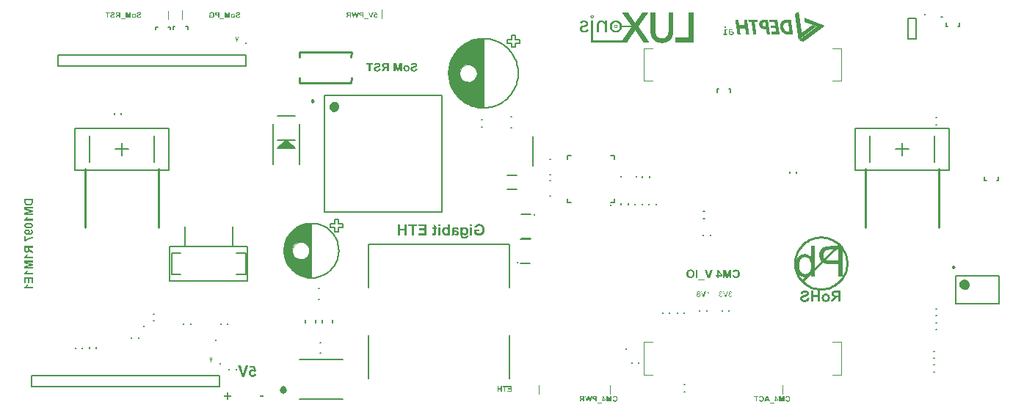
<source format=gbo>
G04*
G04 #@! TF.GenerationSoftware,Altium Limited,Altium Designer,21.3.2 (30)*
G04*
G04 Layer_Color=32896*
%FSLAX44Y44*%
%MOMM*%
G71*
G04*
G04 #@! TF.SameCoordinates,F6AF6AA3-D760-431E-B483-83C9D8F16B82*
G04*
G04*
G04 #@! TF.FilePolarity,Positive*
G04*
G01*
G75*
%ADD10C,0.2500*%
%ADD11C,0.6000*%
%ADD12C,0.2540*%
%ADD13C,0.2000*%
%ADD14C,0.5400*%
%ADD15C,0.1000*%
%ADD16C,0.2540*%
%ADD161C,0.1016*%
%ADD172C,0.2032*%
%ADD257C,0.1000*%
%ADD258C,0.2000*%
%ADD259C,0.1200*%
G36*
X343342Y179870D02*
Y148370D01*
X341277D01*
X337183Y148909D01*
X333195Y149978D01*
X329380Y151558D01*
X325804Y153623D01*
X322528Y156136D01*
X319608Y159056D01*
X317095Y162332D01*
X315030Y165908D01*
X313450Y169723D01*
X312381Y173711D01*
X311842Y177805D01*
Y179870D01*
Y181935D01*
X312381Y186028D01*
X313450Y190017D01*
X315030Y193832D01*
X317095Y197408D01*
X319608Y200684D01*
X322528Y203604D01*
X325804Y206117D01*
X329380Y208182D01*
X333195Y209762D01*
X337183Y210831D01*
X341277Y211370D01*
X343342D01*
Y179870D01*
D02*
G37*
G36*
X541716Y384594D02*
Y344594D01*
X539094Y344594D01*
X533896Y345278D01*
X528831Y346636D01*
X523987Y348642D01*
X519446Y351264D01*
X515286Y354456D01*
X511578Y358164D01*
X508386Y362323D01*
X505764Y366865D01*
X503758Y371709D01*
X502401Y376774D01*
X501716Y381972D01*
X501716Y384594D01*
X514216Y384594D01*
X501716D01*
Y387216D01*
X502401Y392414D01*
X503758Y397479D01*
X505764Y402323D01*
X508386Y406865D01*
X511578Y411024D01*
X515286Y414732D01*
X519446Y417924D01*
X523987Y420546D01*
X528831Y422552D01*
X533896Y423910D01*
X539094Y424594D01*
X541716D01*
Y384594D01*
D02*
G37*
G36*
X324132Y297806D02*
X304132D01*
X314132Y307806D01*
X324132Y297806D01*
D02*
G37*
G36*
X667665Y451689D02*
X667999D01*
Y451578D01*
X668221D01*
Y451466D01*
X668332D01*
Y451355D01*
X668443D01*
Y451244D01*
X668554D01*
Y451133D01*
X668665D01*
Y451022D01*
X668776D01*
Y450800D01*
X668887D01*
Y450466D01*
X668999D01*
Y449467D01*
X668887D01*
Y449133D01*
X668776D01*
Y448911D01*
X668665D01*
Y448689D01*
X668554D01*
Y448578D01*
X668443D01*
Y448466D01*
X668221D01*
Y448355D01*
X668110D01*
Y448244D01*
X667887D01*
Y448133D01*
X667554D01*
Y448022D01*
X666665D01*
Y448133D01*
X666221D01*
Y448244D01*
X665999D01*
Y448355D01*
X665888D01*
Y448466D01*
X665776D01*
Y448578D01*
X665665D01*
Y448689D01*
X665554D01*
Y448800D01*
X665443D01*
Y448911D01*
X665332D01*
Y449244D01*
X665221D01*
Y449578D01*
X665110D01*
Y449689D01*
Y450244D01*
X665221D01*
Y450689D01*
X665332D01*
Y450911D01*
X665443D01*
Y451133D01*
X665554D01*
Y451244D01*
X665665D01*
Y451355D01*
X665776D01*
Y451466D01*
X665999D01*
Y451578D01*
X666110D01*
Y451689D01*
X666443D01*
Y451800D01*
X667665D01*
Y451689D01*
D02*
G37*
G36*
X731999Y454800D02*
X731888D01*
Y454689D01*
X731776D01*
Y454467D01*
X731665D01*
Y454355D01*
X731554D01*
Y454133D01*
X731443D01*
Y454022D01*
X731332D01*
Y453800D01*
X731221D01*
Y453689D01*
X731110D01*
Y453578D01*
X730999D01*
Y453355D01*
X730888D01*
Y453244D01*
X730776D01*
Y453022D01*
X730665D01*
Y452911D01*
X730554D01*
Y452800D01*
X730443D01*
Y452578D01*
X730332D01*
Y452467D01*
X730221D01*
Y452244D01*
X730110D01*
Y452133D01*
X729999D01*
Y452022D01*
X729887D01*
Y451800D01*
X729776D01*
Y451689D01*
X729665D01*
Y451466D01*
X729554D01*
Y451355D01*
X729443D01*
Y451244D01*
X729332D01*
Y451022D01*
X729221D01*
Y450911D01*
X729110D01*
Y450689D01*
X728999D01*
Y450578D01*
X728887D01*
Y450466D01*
X728776D01*
Y450244D01*
X728665D01*
Y450133D01*
X728554D01*
Y449911D01*
X728443D01*
Y449800D01*
X728332D01*
Y449689D01*
X728221D01*
Y449467D01*
X728110D01*
Y449355D01*
X727999D01*
Y449133D01*
X727887D01*
Y449022D01*
X727776D01*
Y448800D01*
X727665D01*
Y448689D01*
X727554D01*
Y448578D01*
X727443D01*
Y448355D01*
X727332D01*
Y448244D01*
X727221D01*
Y448022D01*
X727110D01*
Y447911D01*
X726999D01*
Y447800D01*
X726888D01*
Y447578D01*
X726776D01*
Y447467D01*
X726665D01*
Y447244D01*
X726554D01*
Y447133D01*
X726443D01*
Y447022D01*
X726332D01*
Y446800D01*
X726221D01*
Y446689D01*
X726110D01*
Y446466D01*
X725999D01*
Y446355D01*
X725888D01*
Y446244D01*
X725776D01*
Y446022D01*
X725665D01*
Y445911D01*
X725554D01*
Y445689D01*
X725443D01*
Y445578D01*
X725332D01*
Y445466D01*
X725221D01*
Y445244D01*
X725110D01*
Y445133D01*
X724999D01*
Y444911D01*
X724887D01*
Y444800D01*
X724776D01*
Y444578D01*
X724665D01*
Y444467D01*
X724554D01*
Y444355D01*
X724443D01*
Y444133D01*
X724332D01*
Y444022D01*
X724221D01*
Y443800D01*
X724110D01*
Y443689D01*
X723999D01*
Y443578D01*
X723887D01*
Y443355D01*
X723776D01*
Y443244D01*
X723665D01*
Y443022D01*
X723554D01*
Y442911D01*
X723443D01*
Y442800D01*
X723332D01*
Y442578D01*
X723221D01*
Y442467D01*
X723110D01*
Y442244D01*
X722999D01*
Y442133D01*
X722887D01*
Y442022D01*
X722776D01*
Y441800D01*
X722665D01*
Y441689D01*
X722554D01*
Y441466D01*
X722443D01*
Y441355D01*
X722332D01*
Y441244D01*
X722221D01*
Y441022D01*
X722110D01*
Y440911D01*
X721999D01*
Y440689D01*
X721888D01*
Y440578D01*
X721776D01*
Y440355D01*
X721665D01*
Y440244D01*
X721554D01*
Y440133D01*
X721443D01*
Y439911D01*
X721332D01*
Y439800D01*
X721221D01*
Y439578D01*
X721110D01*
Y439467D01*
X720999D01*
Y439355D01*
X720888D01*
Y439133D01*
X720776D01*
Y439022D01*
X720665D01*
Y438800D01*
X720554D01*
Y438689D01*
X720443D01*
Y438355D01*
X720554D01*
Y438244D01*
X720665D01*
Y438022D01*
X720776D01*
Y437911D01*
X720888D01*
Y437689D01*
X720999D01*
Y437578D01*
X721110D01*
Y437467D01*
X721221D01*
Y437244D01*
X721332D01*
Y437133D01*
X721443D01*
Y436911D01*
X721554D01*
Y436800D01*
X721665D01*
Y436578D01*
X721776D01*
Y436466D01*
X721888D01*
Y436244D01*
X721999D01*
Y436133D01*
X722110D01*
Y436022D01*
X722221D01*
Y435800D01*
X722332D01*
Y435689D01*
X722443D01*
Y435466D01*
X722554D01*
Y435355D01*
X722665D01*
Y435133D01*
X722776D01*
Y435022D01*
X722887D01*
Y434800D01*
X722999D01*
Y434689D01*
X723110D01*
Y434578D01*
X723221D01*
Y434355D01*
X723332D01*
Y434244D01*
X723443D01*
Y434022D01*
X723554D01*
Y433911D01*
X723665D01*
Y433689D01*
X723776D01*
Y433578D01*
X723887D01*
Y433355D01*
X723999D01*
Y433244D01*
X724110D01*
Y433133D01*
X724221D01*
Y432911D01*
X724332D01*
Y432800D01*
X724443D01*
Y432578D01*
X724554D01*
Y432467D01*
X724665D01*
Y432244D01*
X724776D01*
Y432133D01*
X724887D01*
Y431911D01*
X724999D01*
Y431800D01*
X725110D01*
Y431689D01*
X725221D01*
Y431466D01*
X725332D01*
Y431355D01*
X725443D01*
Y431133D01*
X725554D01*
Y431022D01*
X725665D01*
Y430800D01*
X725776D01*
Y430689D01*
X725888D01*
Y430466D01*
X725999D01*
Y430355D01*
X726110D01*
Y430244D01*
X726221D01*
Y430022D01*
X726332D01*
Y429911D01*
X726443D01*
Y429689D01*
X726554D01*
Y429578D01*
X726665D01*
Y429355D01*
X726776D01*
Y429244D01*
X726888D01*
Y429022D01*
X726999D01*
Y428911D01*
X727110D01*
Y428800D01*
X727221D01*
Y428578D01*
X727332D01*
Y428466D01*
X727443D01*
Y428244D01*
X727554D01*
Y428133D01*
X727665D01*
Y427911D01*
X727776D01*
Y427800D01*
X727887D01*
Y427578D01*
X727999D01*
Y427467D01*
X728110D01*
Y427355D01*
X728221D01*
Y427133D01*
X728332D01*
Y427022D01*
X728443D01*
Y426800D01*
X728554D01*
Y426689D01*
X728665D01*
Y426466D01*
X728776D01*
Y426355D01*
X728887D01*
Y426133D01*
X728999D01*
Y426022D01*
X729110D01*
Y425800D01*
X729221D01*
Y425689D01*
X729332D01*
Y425578D01*
X729443D01*
Y425355D01*
X729554D01*
Y425244D01*
X729665D01*
Y425022D01*
X729776D01*
Y424911D01*
X729887D01*
Y424689D01*
X729999D01*
Y424578D01*
X730110D01*
Y424355D01*
X730221D01*
Y424244D01*
X730332D01*
Y424133D01*
X730443D01*
Y423911D01*
X730554D01*
Y423800D01*
X730665D01*
Y423578D01*
X730776D01*
Y423466D01*
X730888D01*
Y423244D01*
X730999D01*
Y423133D01*
X731110D01*
Y422911D01*
X731221D01*
Y422800D01*
X731332D01*
Y422689D01*
X731443D01*
Y422467D01*
X731554D01*
Y422355D01*
X731665D01*
Y422133D01*
X731776D01*
Y422022D01*
X731888D01*
Y421800D01*
X731999D01*
Y421689D01*
X732110D01*
Y421466D01*
X732221D01*
Y421355D01*
X732332D01*
Y421244D01*
X732443D01*
Y421022D01*
X732554D01*
Y420911D01*
X732665D01*
Y420689D01*
X732776D01*
Y420578D01*
X732887D01*
Y420355D01*
X726110D01*
Y420466D01*
X725999D01*
Y420578D01*
X725888D01*
Y420689D01*
X725776D01*
Y420911D01*
X725665D01*
Y421022D01*
X725554D01*
Y421244D01*
X725443D01*
Y421355D01*
X725332D01*
Y421578D01*
X725221D01*
Y421689D01*
X725110D01*
Y421911D01*
X724999D01*
Y422022D01*
X724887D01*
Y422244D01*
X724776D01*
Y422355D01*
X724665D01*
Y422578D01*
X724554D01*
Y422689D01*
X724443D01*
Y422911D01*
X724332D01*
Y423022D01*
X724221D01*
Y423244D01*
X724110D01*
Y423355D01*
X723999D01*
Y423578D01*
X723887D01*
Y423689D01*
X723776D01*
Y423911D01*
X723665D01*
Y424022D01*
X723554D01*
Y424244D01*
X723443D01*
Y424355D01*
X723332D01*
Y424578D01*
X723221D01*
Y424689D01*
X723110D01*
Y424800D01*
X722999D01*
Y425022D01*
X722887D01*
Y425133D01*
X722776D01*
Y425355D01*
X722665D01*
Y425466D01*
X722554D01*
Y425689D01*
X722443D01*
Y425800D01*
X722332D01*
Y426022D01*
X722221D01*
Y426133D01*
X722110D01*
Y426355D01*
X721999D01*
Y426466D01*
X721888D01*
Y426689D01*
X721776D01*
Y426800D01*
X721665D01*
Y427022D01*
X721554D01*
Y427133D01*
X721443D01*
Y427355D01*
X721332D01*
Y427467D01*
X721221D01*
Y427689D01*
X721110D01*
Y427800D01*
X720999D01*
Y428022D01*
X720888D01*
Y428133D01*
X720776D01*
Y428355D01*
X720665D01*
Y428466D01*
X720554D01*
Y428689D01*
X720443D01*
Y428800D01*
X720332D01*
Y429022D01*
X720221D01*
Y429133D01*
X720110D01*
Y429355D01*
X719999D01*
Y429467D01*
X719887D01*
Y429689D01*
X719776D01*
Y429800D01*
X719665D01*
Y430022D01*
X719554D01*
Y430133D01*
X719443D01*
Y430355D01*
X719332D01*
Y430466D01*
X719221D01*
Y430689D01*
X719110D01*
Y430800D01*
X718999D01*
Y431022D01*
X718887D01*
Y431133D01*
X718776D01*
Y431355D01*
X718665D01*
Y431466D01*
X718554D01*
Y431689D01*
X718443D01*
Y431800D01*
X718332D01*
Y432022D01*
X718221D01*
Y432133D01*
X718110D01*
Y432244D01*
X717999D01*
Y432467D01*
X717887D01*
Y432578D01*
X717776D01*
Y432800D01*
X717665D01*
Y432911D01*
X717554D01*
Y433133D01*
X717443D01*
Y433244D01*
X717332D01*
Y433466D01*
X717221D01*
Y433578D01*
X717110D01*
Y433800D01*
X716999D01*
Y433911D01*
X716888D01*
Y434133D01*
X716776D01*
Y434244D01*
X716665D01*
Y434133D01*
X716554D01*
Y433911D01*
X716443D01*
Y433800D01*
X716332D01*
Y433578D01*
X716221D01*
Y433466D01*
X716110D01*
Y433244D01*
X715999D01*
Y433133D01*
X715888D01*
Y432911D01*
X715776D01*
Y432800D01*
X715665D01*
Y432578D01*
X715554D01*
Y432467D01*
X715443D01*
Y432244D01*
X715332D01*
Y432133D01*
X715221D01*
Y431911D01*
X715110D01*
Y431800D01*
X714999D01*
Y431578D01*
X714887D01*
Y431466D01*
X714776D01*
Y431244D01*
X714665D01*
Y431133D01*
X714554D01*
Y430911D01*
X714443D01*
Y430800D01*
X714332D01*
Y430578D01*
X714221D01*
Y430466D01*
X714110D01*
Y430244D01*
X713999D01*
Y430133D01*
X713887D01*
Y429911D01*
X713776D01*
Y429800D01*
X713665D01*
Y429578D01*
X713554D01*
Y429467D01*
X713443D01*
Y429355D01*
X713332D01*
Y429133D01*
X713221D01*
Y429022D01*
X713110D01*
Y428800D01*
X712999D01*
Y428689D01*
X712887D01*
Y428466D01*
X712776D01*
Y428355D01*
X712665D01*
Y428133D01*
X712554D01*
Y428022D01*
X712443D01*
Y427800D01*
X712332D01*
Y427689D01*
X712221D01*
Y427467D01*
X712110D01*
Y427355D01*
X711999D01*
Y427133D01*
X711888D01*
Y427022D01*
X711776D01*
Y426800D01*
X711665D01*
Y426689D01*
X711554D01*
Y426466D01*
X711443D01*
Y426355D01*
X711332D01*
Y426133D01*
X711221D01*
Y426022D01*
X711110D01*
Y425800D01*
X710999D01*
Y425689D01*
X710888D01*
Y425466D01*
X710776D01*
Y425355D01*
X710665D01*
Y425133D01*
X710554D01*
Y425022D01*
X710443D01*
Y424800D01*
X710332D01*
Y424689D01*
X710221D01*
Y424467D01*
X710110D01*
Y424355D01*
X709999D01*
Y424133D01*
X709887D01*
Y424022D01*
X709776D01*
Y423800D01*
X709665D01*
Y423689D01*
X709554D01*
Y423466D01*
X709443D01*
Y423355D01*
X709332D01*
Y423133D01*
X709221D01*
Y423022D01*
X709110D01*
Y422800D01*
X708999D01*
Y422689D01*
X708887D01*
Y422467D01*
X708776D01*
Y422355D01*
X708665D01*
Y422133D01*
X708554D01*
Y422022D01*
X708443D01*
Y421800D01*
X708332D01*
Y421689D01*
X708221D01*
Y421466D01*
X708110D01*
Y421355D01*
X707999D01*
Y421133D01*
X707887D01*
Y421022D01*
X707776D01*
Y420800D01*
X707665D01*
Y420689D01*
X707554D01*
Y420466D01*
X707443D01*
Y420355D01*
X665999D01*
Y445244D01*
X668110D01*
Y445133D01*
X668221D01*
Y422578D01*
X701776D01*
Y422689D01*
X701888D01*
Y422911D01*
X701999D01*
Y423022D01*
X702110D01*
Y423244D01*
X702221D01*
Y423355D01*
X702332D01*
Y423578D01*
X702443D01*
Y423689D01*
X702554D01*
Y423800D01*
X702665D01*
Y424022D01*
X702776D01*
Y424133D01*
X702887D01*
Y424355D01*
X702999D01*
Y424467D01*
X703110D01*
Y424689D01*
X703221D01*
Y424800D01*
X703332D01*
Y424911D01*
X703443D01*
Y425133D01*
X703554D01*
Y425244D01*
X703665D01*
Y425466D01*
X703776D01*
Y425578D01*
X703887D01*
Y425800D01*
X703999D01*
Y425911D01*
X704110D01*
Y426022D01*
X704221D01*
Y426244D01*
X704332D01*
Y426355D01*
X704443D01*
Y426578D01*
X704554D01*
Y426689D01*
X704665D01*
Y426911D01*
X704776D01*
Y427022D01*
X704887D01*
Y427133D01*
X704999D01*
Y427355D01*
X705110D01*
Y427467D01*
X705221D01*
Y427689D01*
X705332D01*
Y427800D01*
X705443D01*
Y428022D01*
X705554D01*
Y428133D01*
X705665D01*
Y428244D01*
X705776D01*
Y428466D01*
X705888D01*
Y428578D01*
X705999D01*
Y428800D01*
X706110D01*
Y428911D01*
X706221D01*
Y429133D01*
X706332D01*
Y429244D01*
X706443D01*
Y429355D01*
X706554D01*
Y429578D01*
X706665D01*
Y429689D01*
X706776D01*
Y429911D01*
X706888D01*
Y430022D01*
X706999D01*
Y430244D01*
X707110D01*
Y430355D01*
X707221D01*
Y430466D01*
X707332D01*
Y430689D01*
X707443D01*
Y430800D01*
X707554D01*
Y431022D01*
X707665D01*
Y431133D01*
X707776D01*
Y431355D01*
X707887D01*
Y431466D01*
X707999D01*
Y431578D01*
X708110D01*
Y431800D01*
X708221D01*
Y431911D01*
X708332D01*
Y432133D01*
X708443D01*
Y432244D01*
X708554D01*
Y432467D01*
X708665D01*
Y432578D01*
X708776D01*
Y432689D01*
X708887D01*
Y432911D01*
X708999D01*
Y433022D01*
X709110D01*
Y433244D01*
X709221D01*
Y433355D01*
X709332D01*
Y433578D01*
X709443D01*
Y433689D01*
X709554D01*
Y433800D01*
X709665D01*
Y434022D01*
X709776D01*
Y434133D01*
X709887D01*
Y434355D01*
X709999D01*
Y434467D01*
X710110D01*
Y434689D01*
X710221D01*
Y434800D01*
X710332D01*
Y434911D01*
X710443D01*
Y435133D01*
X710554D01*
Y435244D01*
X710665D01*
Y435466D01*
X710776D01*
Y435578D01*
X710888D01*
Y435800D01*
X710999D01*
Y435911D01*
X711110D01*
Y436022D01*
X711221D01*
Y436244D01*
X711332D01*
Y436355D01*
X711443D01*
Y436578D01*
X711554D01*
Y436689D01*
X711665D01*
Y436911D01*
X711776D01*
Y437022D01*
X711888D01*
Y437133D01*
X711999D01*
Y437355D01*
X712110D01*
Y437467D01*
X701332D01*
Y437355D01*
X701221D01*
Y436800D01*
X701110D01*
Y436466D01*
X700999D01*
Y436022D01*
X700888D01*
Y435800D01*
X700776D01*
Y435578D01*
X700665D01*
Y435355D01*
X700554D01*
Y435133D01*
X700443D01*
Y434911D01*
X700332D01*
Y434689D01*
X700221D01*
Y434578D01*
X700110D01*
Y434355D01*
X699999D01*
Y434244D01*
X699887D01*
Y434133D01*
X699776D01*
Y434022D01*
X699665D01*
Y433911D01*
X699554D01*
Y433689D01*
X699443D01*
Y433578D01*
X699332D01*
Y433466D01*
X699110D01*
Y433355D01*
X698999D01*
Y433244D01*
X698887D01*
Y433133D01*
X698776D01*
Y433022D01*
X698554D01*
Y432911D01*
X698443D01*
Y432800D01*
X698221D01*
Y432689D01*
X698110D01*
Y432578D01*
X697887D01*
Y432467D01*
X697665D01*
Y432355D01*
X697443D01*
Y432244D01*
X697110D01*
Y432133D01*
X696776D01*
Y432022D01*
X696443D01*
Y431911D01*
X695999D01*
Y431800D01*
X695332D01*
Y431689D01*
X693332D01*
Y431800D01*
X692665D01*
Y431911D01*
X692221D01*
Y432022D01*
X691888D01*
Y432133D01*
X691554D01*
Y432244D01*
X691221D01*
Y432355D01*
X690999D01*
Y432467D01*
X690776D01*
Y432578D01*
X690554D01*
Y432689D01*
X690443D01*
Y432800D01*
X690221D01*
Y432911D01*
X690110D01*
Y433022D01*
X689887D01*
Y433133D01*
X689776D01*
Y433244D01*
X689665D01*
Y433355D01*
X689554D01*
Y433466D01*
X689443D01*
Y433578D01*
X689332D01*
Y433689D01*
X689221D01*
Y433800D01*
X689110D01*
Y433911D01*
X688999D01*
Y434022D01*
X688887D01*
Y434133D01*
X688776D01*
Y434244D01*
X688665D01*
Y434467D01*
X688554D01*
Y434578D01*
X688443D01*
Y434800D01*
X688332D01*
Y434911D01*
X688221D01*
Y435133D01*
X688110D01*
Y435355D01*
X687999D01*
Y435578D01*
X687887D01*
Y435800D01*
X687776D01*
Y436133D01*
X687665D01*
Y436466D01*
X687554D01*
Y436911D01*
X687443D01*
Y437467D01*
X687332D01*
Y439689D01*
X687443D01*
Y440355D01*
X687554D01*
Y440800D01*
X687665D01*
Y441133D01*
X687776D01*
Y441355D01*
X687887D01*
Y441689D01*
X687999D01*
Y441911D01*
X688110D01*
Y442133D01*
X688221D01*
Y442244D01*
X688332D01*
Y442467D01*
X688443D01*
Y442578D01*
X688554D01*
Y442800D01*
X688665D01*
Y442911D01*
X688776D01*
Y443022D01*
X688887D01*
Y443244D01*
X688999D01*
Y443355D01*
X689110D01*
Y443466D01*
X689221D01*
Y443578D01*
X689332D01*
Y443689D01*
X689443D01*
Y443800D01*
X689554D01*
Y443911D01*
X689776D01*
Y444022D01*
X689887D01*
Y444133D01*
X689999D01*
Y444244D01*
X690221D01*
Y444355D01*
X690332D01*
Y444467D01*
X690554D01*
Y444578D01*
X690665D01*
Y444689D01*
X690888D01*
Y444800D01*
X691110D01*
Y444911D01*
X691443D01*
Y445022D01*
X691665D01*
Y445133D01*
X691999D01*
Y445244D01*
X692443D01*
Y445355D01*
X692999D01*
Y445466D01*
X694110D01*
Y445578D01*
X694554D01*
Y445466D01*
X695665D01*
Y445355D01*
X696221D01*
Y445244D01*
X696665D01*
Y445133D01*
X696999D01*
Y445022D01*
X697221D01*
Y444911D01*
X697554D01*
Y444800D01*
X697776D01*
Y444689D01*
X697999D01*
Y444578D01*
X698221D01*
Y444467D01*
X698332D01*
Y444355D01*
X698554D01*
Y444244D01*
X698665D01*
Y444133D01*
X698776D01*
Y444022D01*
X698999D01*
Y443911D01*
X699110D01*
Y443800D01*
X699221D01*
Y443689D01*
X699332D01*
Y443578D01*
X699443D01*
Y443466D01*
X699554D01*
Y443355D01*
X699665D01*
Y443244D01*
X699776D01*
Y443133D01*
X699887D01*
Y442911D01*
X699999D01*
Y442800D01*
X700110D01*
Y442689D01*
X700221D01*
Y442467D01*
X700332D01*
Y442355D01*
X700443D01*
Y442133D01*
X700554D01*
Y441911D01*
X700665D01*
Y441689D01*
X700776D01*
Y441466D01*
X700888D01*
Y441133D01*
X700999D01*
Y440800D01*
X701110D01*
Y440355D01*
X701221D01*
Y439800D01*
X701332D01*
Y439689D01*
X711999D01*
Y439911D01*
X711888D01*
Y440022D01*
X711776D01*
Y440244D01*
X711665D01*
Y440355D01*
X711554D01*
Y440466D01*
X711443D01*
Y440689D01*
X711332D01*
Y440800D01*
X711221D01*
Y441022D01*
X711110D01*
Y441133D01*
X710999D01*
Y441244D01*
X710888D01*
Y441466D01*
X710776D01*
Y441578D01*
X710665D01*
Y441800D01*
X710554D01*
Y441911D01*
X710443D01*
Y442022D01*
X710332D01*
Y442244D01*
X710221D01*
Y442355D01*
X710110D01*
Y442578D01*
X709999D01*
Y442689D01*
X709887D01*
Y442800D01*
X709776D01*
Y443022D01*
X709665D01*
Y443133D01*
X709554D01*
Y443355D01*
X709443D01*
Y443466D01*
X709332D01*
Y443689D01*
X709221D01*
Y443800D01*
X709110D01*
Y443911D01*
X708999D01*
Y444133D01*
X708887D01*
Y444244D01*
X708776D01*
Y444467D01*
X708665D01*
Y444578D01*
X708554D01*
Y444689D01*
X708443D01*
Y444911D01*
X708332D01*
Y445022D01*
X708221D01*
Y445244D01*
X708110D01*
Y445355D01*
X707999D01*
Y445466D01*
X707887D01*
Y445689D01*
X707776D01*
Y445800D01*
X707665D01*
Y446022D01*
X707554D01*
Y446133D01*
X707443D01*
Y446244D01*
X707332D01*
Y446466D01*
X707221D01*
Y446578D01*
X707110D01*
Y446800D01*
X706999D01*
Y446911D01*
X706888D01*
Y447022D01*
X706776D01*
Y447244D01*
X706665D01*
Y447355D01*
X706554D01*
Y447578D01*
X706443D01*
Y447689D01*
X706332D01*
Y447911D01*
X706221D01*
Y448022D01*
X706110D01*
Y448133D01*
X705999D01*
Y448355D01*
X705888D01*
Y448466D01*
X705776D01*
Y448689D01*
X705665D01*
Y448800D01*
X705554D01*
Y448911D01*
X705443D01*
Y449133D01*
X705332D01*
Y449244D01*
X705221D01*
Y449467D01*
X705110D01*
Y449578D01*
X704999D01*
Y449689D01*
X704887D01*
Y449911D01*
X704776D01*
Y450022D01*
X704665D01*
Y450244D01*
X704554D01*
Y450355D01*
X704443D01*
Y450466D01*
X704332D01*
Y450689D01*
X704221D01*
Y450800D01*
X704110D01*
Y451022D01*
X703999D01*
Y451133D01*
X703887D01*
Y451244D01*
X703776D01*
Y451466D01*
X703665D01*
Y451578D01*
X703554D01*
Y451800D01*
X703443D01*
Y451911D01*
X703332D01*
Y452133D01*
X703221D01*
Y452244D01*
X703110D01*
Y452355D01*
X702999D01*
Y452578D01*
X702887D01*
Y452689D01*
X702776D01*
Y452911D01*
X702665D01*
Y453022D01*
X702554D01*
Y453133D01*
X702443D01*
Y453355D01*
X702332D01*
Y453466D01*
X702221D01*
Y453689D01*
X702110D01*
Y453800D01*
X701999D01*
Y453911D01*
X701888D01*
Y454133D01*
X701776D01*
Y454244D01*
X701665D01*
Y454467D01*
X701554D01*
Y454578D01*
X701443D01*
Y454689D01*
X701332D01*
Y454911D01*
X708221D01*
Y454800D01*
X708332D01*
Y454689D01*
X708443D01*
Y454467D01*
X708554D01*
Y454355D01*
X708665D01*
Y454244D01*
X708776D01*
Y454022D01*
X708887D01*
Y453911D01*
X708999D01*
Y453689D01*
X709110D01*
Y453578D01*
X709221D01*
Y453355D01*
X709332D01*
Y453244D01*
X709443D01*
Y453022D01*
X709554D01*
Y452911D01*
X709665D01*
Y452689D01*
X709776D01*
Y452578D01*
X709887D01*
Y452355D01*
X709999D01*
Y452244D01*
X710110D01*
Y452022D01*
X710221D01*
Y451911D01*
X710332D01*
Y451800D01*
X710443D01*
Y451578D01*
X710554D01*
Y451466D01*
X710665D01*
Y451244D01*
X710776D01*
Y451133D01*
X710888D01*
Y450911D01*
X710999D01*
Y450800D01*
X711110D01*
Y450578D01*
X711221D01*
Y450466D01*
X711332D01*
Y450244D01*
X711443D01*
Y450133D01*
X711554D01*
Y449911D01*
X711665D01*
Y449800D01*
X711776D01*
Y449578D01*
X711888D01*
Y449467D01*
X711999D01*
Y449355D01*
X712110D01*
Y449133D01*
X712221D01*
Y449022D01*
X712332D01*
Y448800D01*
X712443D01*
Y448689D01*
X712554D01*
Y448466D01*
X712665D01*
Y448355D01*
X712776D01*
Y448133D01*
X712887D01*
Y448022D01*
X712999D01*
Y447800D01*
X713110D01*
Y447689D01*
X713221D01*
Y447467D01*
X713332D01*
Y447355D01*
X713443D01*
Y447133D01*
X713554D01*
Y447022D01*
X713665D01*
Y446911D01*
X713776D01*
Y446689D01*
X713887D01*
Y446578D01*
X713999D01*
Y446355D01*
X714110D01*
Y446244D01*
X714221D01*
Y446022D01*
X714332D01*
Y445911D01*
X714443D01*
Y445689D01*
X714554D01*
Y445578D01*
X714665D01*
Y445355D01*
X714776D01*
Y445244D01*
X714887D01*
Y445022D01*
X714999D01*
Y444911D01*
X715110D01*
Y444689D01*
X715221D01*
Y444578D01*
X715332D01*
Y444467D01*
X715443D01*
Y444244D01*
X715554D01*
Y444133D01*
X715665D01*
Y443911D01*
X715776D01*
Y443800D01*
X715888D01*
Y443578D01*
X715999D01*
Y443466D01*
X716110D01*
Y443244D01*
X716221D01*
Y443133D01*
X716332D01*
Y442911D01*
X716443D01*
Y442800D01*
X716665D01*
Y443022D01*
X716776D01*
Y443133D01*
X716888D01*
Y443355D01*
X716999D01*
Y443466D01*
X717110D01*
Y443689D01*
X717221D01*
Y443800D01*
X717332D01*
Y443911D01*
X717443D01*
Y444133D01*
X717554D01*
Y444244D01*
X717665D01*
Y444467D01*
X717776D01*
Y444578D01*
X717887D01*
Y444800D01*
X717999D01*
Y444911D01*
X718110D01*
Y445133D01*
X718221D01*
Y445244D01*
X718332D01*
Y445466D01*
X718443D01*
Y445578D01*
X718554D01*
Y445689D01*
X718665D01*
Y445911D01*
X718776D01*
Y446022D01*
X718887D01*
Y446244D01*
X718999D01*
Y446355D01*
X719110D01*
Y446578D01*
X719221D01*
Y446689D01*
X719332D01*
Y446911D01*
X719443D01*
Y447022D01*
X719554D01*
Y447244D01*
X719665D01*
Y447355D01*
X719776D01*
Y447467D01*
X719887D01*
Y447689D01*
X719999D01*
Y447800D01*
X720110D01*
Y448022D01*
X720221D01*
Y448133D01*
X720332D01*
Y448355D01*
X720443D01*
Y448466D01*
X720554D01*
Y448689D01*
X720665D01*
Y448800D01*
X720776D01*
Y448911D01*
X720888D01*
Y449133D01*
X720999D01*
Y449244D01*
X721110D01*
Y449467D01*
X721221D01*
Y449578D01*
X721332D01*
Y449800D01*
X721443D01*
Y449911D01*
X721554D01*
Y450133D01*
X721665D01*
Y450244D01*
X721776D01*
Y450466D01*
X721888D01*
Y450578D01*
X721999D01*
Y450689D01*
X722110D01*
Y450911D01*
X722221D01*
Y451022D01*
X722332D01*
Y451244D01*
X722443D01*
Y451355D01*
X722554D01*
Y451578D01*
X722665D01*
Y451689D01*
X722776D01*
Y451911D01*
X722887D01*
Y452022D01*
X722999D01*
Y452133D01*
X723110D01*
Y452355D01*
X723221D01*
Y452467D01*
X723332D01*
Y452689D01*
X723443D01*
Y452800D01*
X723554D01*
Y453022D01*
X723665D01*
Y453133D01*
X723776D01*
Y453355D01*
X723887D01*
Y453466D01*
X723999D01*
Y453689D01*
X724110D01*
Y453800D01*
X724221D01*
Y453911D01*
X724332D01*
Y454133D01*
X724443D01*
Y454244D01*
X724554D01*
Y454467D01*
X724665D01*
Y454578D01*
X724776D01*
Y454800D01*
X724887D01*
Y454911D01*
X731999D01*
Y454800D01*
D02*
G37*
G36*
X677665Y445466D02*
X678665D01*
Y445355D01*
X678999D01*
Y445244D01*
X679332D01*
Y445133D01*
X679665D01*
Y445022D01*
X679887D01*
Y444911D01*
X680110D01*
Y444800D01*
X680332D01*
Y444689D01*
X680443D01*
Y444578D01*
X680665D01*
Y444467D01*
X680776D01*
Y444355D01*
X680888D01*
Y444244D01*
X680999D01*
Y444133D01*
X681110D01*
Y444022D01*
X681221D01*
Y443911D01*
X681332D01*
Y443800D01*
X681443D01*
Y443689D01*
X681554D01*
Y443466D01*
X681665D01*
Y443355D01*
X681776D01*
Y443133D01*
X681888D01*
Y444467D01*
X681999D01*
Y445244D01*
X683999D01*
Y445133D01*
X684110D01*
Y444244D01*
X683999D01*
Y432022D01*
X681776D01*
Y438800D01*
X681665D01*
Y439911D01*
X681554D01*
Y440466D01*
X681443D01*
Y440911D01*
X681332D01*
Y441133D01*
X681221D01*
Y441355D01*
X681110D01*
Y441578D01*
X680999D01*
Y441800D01*
X680888D01*
Y442022D01*
X680776D01*
Y442133D01*
X680665D01*
Y442244D01*
X680554D01*
Y442355D01*
X680443D01*
Y442467D01*
X680332D01*
Y442578D01*
X680221D01*
Y442689D01*
X680110D01*
Y442800D01*
X679999D01*
Y442911D01*
X679776D01*
Y443022D01*
X679554D01*
Y443133D01*
X679332D01*
Y443244D01*
X678999D01*
Y443355D01*
X678443D01*
Y443466D01*
X677110D01*
Y443355D01*
X676554D01*
Y443244D01*
X676332D01*
Y443133D01*
X676110D01*
Y443022D01*
X675888D01*
Y442911D01*
X675776D01*
Y442800D01*
X675665D01*
Y442689D01*
X675554D01*
Y442578D01*
X675443D01*
Y442467D01*
X675332D01*
Y442244D01*
X675221D01*
Y442022D01*
X675110D01*
Y441800D01*
X674999D01*
Y441578D01*
X674887D01*
Y441133D01*
X674776D01*
Y434689D01*
Y434578D01*
Y432022D01*
X672443D01*
Y440689D01*
X672554D01*
Y441578D01*
X672665D01*
Y442133D01*
X672776D01*
Y442467D01*
X672887D01*
Y442800D01*
X672999D01*
Y443022D01*
X673110D01*
Y443244D01*
X673221D01*
Y443466D01*
X673332D01*
Y443578D01*
X673443D01*
Y443800D01*
X673554D01*
Y443911D01*
X673665D01*
Y444022D01*
X673776D01*
Y444133D01*
X673887D01*
Y444244D01*
X673999D01*
Y444355D01*
X674110D01*
Y444467D01*
X674221D01*
Y444578D01*
X674332D01*
Y444689D01*
X674554D01*
Y444800D01*
X674665D01*
Y444911D01*
X674887D01*
Y445022D01*
X675110D01*
Y445133D01*
X675443D01*
Y445244D01*
X675776D01*
Y445355D01*
X676221D01*
Y445466D01*
X677221D01*
Y445578D01*
X677665D01*
Y445466D01*
D02*
G37*
G36*
X657776D02*
X658776D01*
Y445355D01*
X659332D01*
Y445244D01*
X659665D01*
Y445133D01*
X659999D01*
Y445022D01*
X660221D01*
Y444911D01*
X660443D01*
Y444800D01*
X660665D01*
Y444689D01*
X660888D01*
Y444578D01*
X660999D01*
Y444467D01*
X661221D01*
Y444355D01*
X661332D01*
Y444244D01*
X661443D01*
Y444133D01*
X661554D01*
Y444022D01*
X661665D01*
Y443911D01*
X661776D01*
Y443800D01*
X661888D01*
Y443578D01*
X661999D01*
Y443466D01*
X662110D01*
Y443244D01*
X662221D01*
Y443022D01*
X662332D01*
Y442689D01*
X662443D01*
Y442244D01*
X662554D01*
Y440911D01*
X662443D01*
Y440466D01*
X662332D01*
Y440133D01*
X662221D01*
Y439911D01*
X662110D01*
Y439800D01*
X661999D01*
Y439578D01*
X661888D01*
Y439467D01*
X661776D01*
Y439355D01*
X661665D01*
Y439244D01*
X661554D01*
Y439133D01*
X661443D01*
Y439022D01*
X661221D01*
Y438911D01*
X661110D01*
Y438800D01*
X660888D01*
Y438689D01*
X660665D01*
Y438578D01*
X660443D01*
Y438466D01*
X660110D01*
Y438355D01*
X659887D01*
Y438244D01*
X659443D01*
Y438133D01*
X659110D01*
Y438022D01*
X658665D01*
Y437911D01*
X658221D01*
Y437800D01*
X657665D01*
Y437689D01*
X657221D01*
Y437578D01*
X656776D01*
Y437467D01*
X656443D01*
Y437355D01*
X656221D01*
Y437244D01*
X655999D01*
Y437133D01*
X655888D01*
Y437022D01*
X655665D01*
Y436911D01*
X655554D01*
Y436800D01*
X655443D01*
Y436689D01*
X655332D01*
Y436466D01*
X655221D01*
Y436133D01*
X655110D01*
Y435355D01*
X655221D01*
Y435022D01*
X655332D01*
Y434800D01*
X655443D01*
Y434689D01*
X655554D01*
Y434578D01*
X655665D01*
Y434467D01*
X655776D01*
Y434355D01*
X655888D01*
Y434244D01*
X656110D01*
Y434133D01*
X656332D01*
Y434022D01*
X656554D01*
Y433911D01*
X656999D01*
Y433800D01*
X658999D01*
Y433911D01*
X659443D01*
Y434022D01*
X659665D01*
Y434133D01*
X659887D01*
Y434244D01*
X659999D01*
Y434355D01*
X660221D01*
Y434467D01*
X660332D01*
Y434578D01*
X660443D01*
Y434689D01*
X660665D01*
Y434800D01*
X660776D01*
Y434911D01*
X660888D01*
Y435022D01*
X660999D01*
Y435133D01*
X661110D01*
Y435244D01*
X661221D01*
Y435466D01*
X661443D01*
Y435355D01*
X661665D01*
Y435244D01*
X661776D01*
Y435133D01*
X661888D01*
Y435022D01*
X662110D01*
Y434911D01*
X662221D01*
Y434800D01*
X662332D01*
Y434689D01*
X662554D01*
Y434578D01*
X662665D01*
Y434467D01*
X662776D01*
Y434355D01*
X662887D01*
Y434244D01*
X663110D01*
Y434022D01*
X662999D01*
Y433911D01*
X662887D01*
Y433800D01*
X662776D01*
Y433578D01*
X662665D01*
Y433466D01*
X662554D01*
Y433355D01*
X662443D01*
Y433244D01*
X662332D01*
Y433133D01*
X662221D01*
Y433022D01*
X662110D01*
Y432911D01*
X661999D01*
Y432800D01*
X661776D01*
Y432689D01*
X661665D01*
Y432578D01*
X661554D01*
Y432467D01*
X661332D01*
Y432355D01*
X661110D01*
Y432244D01*
X660888D01*
Y432133D01*
X660554D01*
Y432022D01*
X660221D01*
Y431911D01*
X659776D01*
Y431800D01*
X659110D01*
Y431689D01*
X656999D01*
Y431800D01*
X656332D01*
Y431911D01*
X655888D01*
Y432022D01*
X655554D01*
Y432133D01*
X655221D01*
Y432244D01*
X654999D01*
Y432355D01*
X654776D01*
Y432467D01*
X654554D01*
Y432578D01*
X654332D01*
Y432689D01*
X654221D01*
Y432800D01*
X654110D01*
Y432911D01*
X653887D01*
Y433022D01*
X653776D01*
Y433133D01*
X653665D01*
Y433355D01*
X653554D01*
Y433466D01*
X653443D01*
Y433578D01*
X653332D01*
Y433800D01*
X653221D01*
Y433911D01*
X653110D01*
Y434133D01*
X652999D01*
Y434467D01*
X652887D01*
Y434800D01*
X652776D01*
Y436800D01*
X652887D01*
Y437244D01*
X652999D01*
Y437467D01*
X653110D01*
Y437689D01*
X653221D01*
Y437911D01*
X653332D01*
Y438022D01*
X653443D01*
Y438133D01*
X653554D01*
Y438244D01*
X653665D01*
Y438355D01*
X653776D01*
Y438466D01*
X653887D01*
Y438578D01*
X653999D01*
Y438689D01*
X654110D01*
Y438800D01*
X654332D01*
Y438911D01*
X654554D01*
Y439022D01*
X654776D01*
Y439133D01*
X654999D01*
Y439244D01*
X655221D01*
Y439355D01*
X655665D01*
Y439467D01*
X655999D01*
Y439578D01*
X656443D01*
Y439689D01*
X656888D01*
Y439800D01*
X657443D01*
Y439911D01*
X657999D01*
Y440022D01*
X658332D01*
Y440133D01*
X658776D01*
Y440244D01*
X658999D01*
Y440355D01*
X659221D01*
Y440466D01*
X659443D01*
Y440578D01*
X659665D01*
Y440689D01*
X659776D01*
Y440800D01*
X659999D01*
Y440911D01*
X660110D01*
Y441133D01*
X660221D01*
Y441355D01*
X660332D01*
Y442022D01*
X660221D01*
Y442355D01*
X660110D01*
Y442467D01*
X659999D01*
Y442689D01*
X659887D01*
Y442800D01*
X659665D01*
Y442911D01*
X659554D01*
Y443022D01*
X659332D01*
Y443133D01*
X659110D01*
Y443244D01*
X658887D01*
Y443355D01*
X658332D01*
Y443466D01*
X657110D01*
Y443355D01*
X656665D01*
Y443244D01*
X656443D01*
Y443133D01*
X656221D01*
Y443022D01*
X655999D01*
Y442911D01*
X655888D01*
Y442800D01*
X655776D01*
Y442689D01*
X655554D01*
Y442578D01*
X655443D01*
Y442467D01*
X655332D01*
Y442244D01*
X655221D01*
Y442133D01*
X655110D01*
Y442022D01*
X654999D01*
Y441911D01*
X654887D01*
Y442022D01*
X654665D01*
Y442133D01*
X654554D01*
Y442244D01*
X654332D01*
Y442355D01*
X654221D01*
Y442467D01*
X653999D01*
Y442578D01*
X653887D01*
Y442689D01*
X653665D01*
Y442800D01*
X653554D01*
Y442911D01*
X653332D01*
Y443022D01*
X653221D01*
Y443355D01*
X653332D01*
Y443578D01*
X653443D01*
Y443689D01*
X653554D01*
Y443800D01*
X653665D01*
Y443911D01*
X653776D01*
Y444133D01*
X653887D01*
Y444244D01*
X653999D01*
Y444355D01*
X654221D01*
Y444467D01*
X654332D01*
Y444578D01*
X654443D01*
Y444689D01*
X654665D01*
Y444800D01*
X654776D01*
Y444911D01*
X654999D01*
Y445022D01*
X655332D01*
Y445133D01*
X655554D01*
Y445244D01*
X655999D01*
Y445355D01*
X656443D01*
Y445466D01*
X657443D01*
Y445578D01*
X657776D01*
Y445466D01*
D02*
G37*
G36*
X760776Y432689D02*
X760665D01*
Y431355D01*
X760554D01*
Y430578D01*
X760443D01*
Y429911D01*
X760332D01*
Y429355D01*
X760221D01*
Y428911D01*
X760110D01*
Y428466D01*
X759999D01*
Y428133D01*
X759887D01*
Y427800D01*
X759776D01*
Y427467D01*
X759665D01*
Y427133D01*
X759554D01*
Y426911D01*
X759443D01*
Y426578D01*
X759332D01*
Y426355D01*
X759221D01*
Y426133D01*
X759110D01*
Y425911D01*
X758999D01*
Y425689D01*
X758887D01*
Y425466D01*
X758776D01*
Y425244D01*
X758665D01*
Y425133D01*
X758554D01*
Y424911D01*
X758443D01*
Y424800D01*
X758332D01*
Y424578D01*
X758221D01*
Y424467D01*
X758110D01*
Y424244D01*
X757999D01*
Y424133D01*
X757887D01*
Y424022D01*
X757776D01*
Y423800D01*
X757665D01*
Y423689D01*
X757554D01*
Y423578D01*
X757443D01*
Y423466D01*
X757332D01*
Y423355D01*
X757221D01*
Y423244D01*
X757110D01*
Y423133D01*
X756999D01*
Y423022D01*
X756888D01*
Y422911D01*
X756776D01*
Y422800D01*
X756665D01*
Y422689D01*
X756554D01*
Y422578D01*
X756443D01*
Y422467D01*
X756332D01*
Y422355D01*
X756221D01*
Y422244D01*
X755999D01*
Y422133D01*
X755888D01*
Y422022D01*
X755776D01*
Y421911D01*
X755554D01*
Y421800D01*
X755443D01*
Y421689D01*
X755221D01*
Y421578D01*
X755110D01*
Y421466D01*
X754887D01*
Y421355D01*
X754665D01*
Y421244D01*
X754554D01*
Y421133D01*
X754332D01*
Y421022D01*
X754110D01*
Y420911D01*
X753887D01*
Y420800D01*
X753665D01*
Y420689D01*
X753443D01*
Y420578D01*
X753110D01*
Y420466D01*
X752887D01*
Y420355D01*
X752554D01*
Y420244D01*
X752221D01*
Y420133D01*
X751776D01*
Y420022D01*
X751332D01*
Y419911D01*
X750776D01*
Y419800D01*
X750221D01*
Y419689D01*
X749221D01*
Y419578D01*
X745776D01*
Y419689D01*
X744887D01*
Y419800D01*
X744221D01*
Y419911D01*
X743665D01*
Y420022D01*
X743221D01*
Y420133D01*
X742887D01*
Y420244D01*
X742554D01*
Y420355D01*
X742221D01*
Y420466D01*
X741888D01*
Y420578D01*
X741665D01*
Y420689D01*
X741332D01*
Y420800D01*
X741110D01*
Y420911D01*
X740888D01*
Y421022D01*
X740665D01*
Y421133D01*
X740554D01*
Y421244D01*
X740332D01*
Y421355D01*
X740110D01*
Y421466D01*
X739887D01*
Y421578D01*
X739776D01*
Y421689D01*
X739554D01*
Y421800D01*
X739443D01*
Y421911D01*
X739332D01*
Y422022D01*
X739110D01*
Y422133D01*
X738999D01*
Y422244D01*
X738887D01*
Y422355D01*
X738776D01*
Y422467D01*
X738554D01*
Y422578D01*
X738443D01*
Y422689D01*
X738332D01*
Y422800D01*
X738221D01*
Y422911D01*
X738110D01*
Y423022D01*
X737999D01*
Y423133D01*
X737887D01*
Y423244D01*
X737776D01*
Y423355D01*
X737665D01*
Y423466D01*
X737554D01*
Y423578D01*
X737443D01*
Y423800D01*
X737332D01*
Y423911D01*
X737221D01*
Y424022D01*
X737110D01*
Y424133D01*
X736999D01*
Y424355D01*
X736888D01*
Y424467D01*
X736776D01*
Y424689D01*
X736665D01*
Y424800D01*
X736554D01*
Y425022D01*
X736443D01*
Y425133D01*
X736332D01*
Y425355D01*
X736221D01*
Y425578D01*
X736110D01*
Y425800D01*
X735999D01*
Y425911D01*
X735888D01*
Y426133D01*
X735776D01*
Y426466D01*
X735665D01*
Y426689D01*
X735554D01*
Y426911D01*
X735443D01*
Y427244D01*
X735332D01*
Y427578D01*
X735221D01*
Y427911D01*
X735110D01*
Y428244D01*
X734999D01*
Y428578D01*
X734887D01*
Y429022D01*
X734776D01*
Y429578D01*
X734665D01*
Y430133D01*
X734554D01*
Y430800D01*
X734443D01*
Y431689D01*
X734332D01*
Y454911D01*
X739887D01*
Y432800D01*
X739999D01*
Y432467D01*
Y432355D01*
Y431800D01*
X740110D01*
Y431133D01*
X740221D01*
Y430578D01*
X740332D01*
Y430133D01*
X740443D01*
Y429800D01*
X740554D01*
Y429467D01*
X740665D01*
Y429244D01*
X740776D01*
Y428911D01*
X740888D01*
Y428689D01*
X740999D01*
Y428466D01*
X741110D01*
Y428244D01*
X741221D01*
Y428022D01*
X741332D01*
Y427911D01*
X741443D01*
Y427689D01*
X741554D01*
Y427578D01*
X741665D01*
Y427355D01*
X741776D01*
Y427244D01*
X741888D01*
Y427133D01*
X741999D01*
Y427022D01*
X742110D01*
Y426911D01*
X742221D01*
Y426800D01*
X742332D01*
Y426689D01*
X742443D01*
Y426578D01*
X742554D01*
Y426466D01*
X742665D01*
Y426355D01*
X742776D01*
Y426244D01*
X742999D01*
Y426133D01*
X743110D01*
Y426022D01*
X743221D01*
Y425911D01*
X743443D01*
Y425800D01*
X743665D01*
Y425689D01*
X743887D01*
Y425578D01*
X744110D01*
Y425466D01*
X744332D01*
Y425355D01*
X744554D01*
Y425244D01*
X744999D01*
Y425133D01*
X745443D01*
Y425022D01*
X746110D01*
Y424911D01*
X748999D01*
Y425022D01*
X749665D01*
Y425133D01*
X750110D01*
Y425244D01*
X750443D01*
Y425355D01*
X750776D01*
Y425466D01*
X750999D01*
Y425578D01*
X751221D01*
Y425689D01*
X751443D01*
Y425800D01*
X751554D01*
Y425911D01*
X751776D01*
Y426022D01*
X751888D01*
Y426133D01*
X752110D01*
Y426244D01*
X752221D01*
Y426355D01*
X752332D01*
Y426466D01*
X752443D01*
Y426578D01*
X752665D01*
Y426689D01*
X752776D01*
Y426800D01*
X752887D01*
Y426911D01*
X752999D01*
Y427133D01*
X753110D01*
Y427244D01*
X753221D01*
Y427355D01*
X753332D01*
Y427467D01*
X753443D01*
Y427689D01*
X753554D01*
Y427800D01*
X753665D01*
Y428022D01*
X753776D01*
Y428244D01*
X753887D01*
Y428466D01*
X753999D01*
Y428689D01*
X754110D01*
Y428911D01*
X754221D01*
Y429133D01*
X754332D01*
Y429355D01*
X754443D01*
Y429689D01*
X754554D01*
Y430022D01*
X754665D01*
Y430466D01*
X754776D01*
Y431022D01*
X754887D01*
Y431578D01*
X754999D01*
Y432467D01*
X755110D01*
Y454911D01*
X760776D01*
Y432689D01*
D02*
G37*
G36*
X821249Y438652D02*
X821506D01*
Y438566D01*
X821592D01*
Y438309D01*
X821678D01*
Y437451D01*
X821592D01*
Y437194D01*
X821506D01*
Y437108D01*
X821249D01*
Y437022D01*
X820220D01*
Y437108D01*
X820048D01*
Y437194D01*
X819963D01*
Y437280D01*
X819877D01*
Y438394D01*
Y438480D01*
X819963D01*
Y438566D01*
X820048D01*
Y438652D01*
X820220D01*
Y438737D01*
X821249D01*
Y438652D01*
D02*
G37*
G36*
X822278Y435564D02*
X822621D01*
Y435479D01*
X822707D01*
Y435393D01*
X822793D01*
Y435136D01*
X822878D01*
Y434878D01*
X822793D01*
Y434707D01*
X822707D01*
Y434621D01*
X822621D01*
Y434535D01*
X822364D01*
Y434450D01*
X821077D01*
Y430076D01*
X822364D01*
Y429990D01*
X822621D01*
Y429905D01*
X822707D01*
Y429819D01*
X822793D01*
Y429647D01*
X822878D01*
Y429390D01*
X822793D01*
Y429133D01*
X822707D01*
Y429047D01*
X822535D01*
Y428961D01*
X822278D01*
Y428875D01*
X818676D01*
Y428961D01*
X818419D01*
Y429047D01*
X818333D01*
Y429133D01*
X818248D01*
Y429218D01*
X818162D01*
Y429733D01*
X818248D01*
Y429905D01*
X818419D01*
Y429990D01*
X818591D01*
Y430076D01*
X819877D01*
Y432992D01*
Y433078D01*
Y435221D01*
X819963D01*
Y435393D01*
X820048D01*
Y435479D01*
X820134D01*
Y435564D01*
X820391D01*
Y435650D01*
X822278D01*
Y435564D01*
D02*
G37*
G36*
X783776Y420355D02*
X763221D01*
Y425689D01*
X778221D01*
Y454911D01*
X783776D01*
Y420355D01*
D02*
G37*
G36*
X845689Y446284D02*
X845775D01*
Y445769D01*
X845861D01*
Y445169D01*
X845947D01*
Y444569D01*
X846032D01*
Y443969D01*
X846118D01*
Y443368D01*
X846204D01*
Y442768D01*
X846290D01*
Y442168D01*
X846376D01*
Y441653D01*
X846461D01*
Y441053D01*
X846547D01*
Y440452D01*
X846633D01*
Y439852D01*
X846719D01*
Y439252D01*
X846804D01*
Y438652D01*
X846890D01*
Y438051D01*
X846976D01*
Y437537D01*
X847061D01*
Y436936D01*
X847147D01*
Y436336D01*
X847233D01*
Y435736D01*
X847319D01*
Y435136D01*
X847405D01*
Y434535D01*
X847490D01*
Y434021D01*
X847576D01*
Y433420D01*
X847662D01*
Y432820D01*
X847748D01*
Y432220D01*
X847833D01*
Y431620D01*
X847919D01*
Y431019D01*
X848005D01*
Y430419D01*
X848091D01*
Y429905D01*
X848176D01*
Y429390D01*
X844660D01*
Y429476D01*
X844575D01*
Y430076D01*
X844489D01*
Y430676D01*
X844403D01*
Y431277D01*
X844317D01*
Y431791D01*
X844232D01*
Y432391D01*
X844146D01*
Y432992D01*
X844060D01*
Y433592D01*
X843974D01*
Y433764D01*
Y433849D01*
Y434192D01*
X843889D01*
Y434793D01*
X843803D01*
Y435307D01*
X843717D01*
Y435907D01*
X843631D01*
Y436508D01*
X837200D01*
Y436165D01*
X837285D01*
Y435564D01*
X837371D01*
Y434964D01*
X837457D01*
Y434450D01*
X837543D01*
Y433849D01*
X837628D01*
Y433249D01*
X837714D01*
Y432649D01*
X837800D01*
Y432048D01*
X837886D01*
Y431448D01*
X837971D01*
Y430934D01*
X838057D01*
Y430333D01*
X838143D01*
Y429733D01*
X838229D01*
Y429390D01*
X834627D01*
Y429905D01*
X834541D01*
Y430505D01*
X834455D01*
Y431105D01*
X834370D01*
Y431705D01*
X834284D01*
Y432220D01*
X834198D01*
Y432820D01*
X834112D01*
Y433420D01*
X834027D01*
Y434021D01*
X833941D01*
Y434621D01*
X833855D01*
Y435136D01*
X833769D01*
Y435736D01*
X833684D01*
Y436336D01*
X833598D01*
Y436936D01*
X833512D01*
Y437537D01*
X833426D01*
Y438137D01*
X833341D01*
Y438652D01*
X833255D01*
Y439252D01*
X833169D01*
Y439852D01*
X833083D01*
Y440452D01*
X832998D01*
Y441053D01*
X832912D01*
Y441567D01*
X832826D01*
Y442168D01*
X832740D01*
Y442768D01*
X832654D01*
Y443368D01*
X832569D01*
Y443969D01*
X832483D01*
Y444569D01*
X832397D01*
Y445083D01*
X832311D01*
Y445684D01*
X832226D01*
Y446284D01*
X832140D01*
Y446455D01*
X835742D01*
Y446198D01*
X835827D01*
Y445598D01*
X835913D01*
Y444997D01*
X835999D01*
Y444397D01*
X836085D01*
Y443797D01*
X836171D01*
Y443197D01*
X836256D01*
Y442596D01*
X836342D01*
Y442082D01*
X836428D01*
Y441482D01*
X836514D01*
Y440881D01*
X836599D01*
Y440281D01*
X836685D01*
Y440024D01*
X843031D01*
Y440367D01*
X842945D01*
Y440967D01*
X842859D01*
Y441567D01*
X842774D01*
Y442168D01*
X842688D01*
Y442768D01*
X842602D01*
Y443368D01*
X842516D01*
Y443969D01*
X842431D01*
Y444569D01*
X842345D01*
Y445255D01*
X842259D01*
Y445855D01*
X842173D01*
Y446455D01*
X845689D01*
Y446284D01*
D02*
G37*
G36*
X857524Y446112D02*
Y446027D01*
X857609D01*
Y445426D01*
X857695D01*
Y444826D01*
X857781D01*
Y444140D01*
X857867D01*
Y443540D01*
X857952D01*
Y443368D01*
X854522D01*
Y442939D01*
X854608D01*
Y442339D01*
X854694D01*
Y441739D01*
X854780D01*
Y441224D01*
X854865D01*
Y440624D01*
X854951D01*
Y440024D01*
X855037D01*
Y439423D01*
X855123D01*
Y438823D01*
X855208D01*
Y438223D01*
X855294D01*
Y437622D01*
X855380D01*
Y437022D01*
X855466D01*
Y436422D01*
X855551D01*
Y435822D01*
X855637D01*
Y435221D01*
X855723D01*
Y434707D01*
X855809D01*
Y434106D01*
X855894D01*
Y433506D01*
X855980D01*
Y432906D01*
X856066D01*
Y432306D01*
X856152D01*
Y431705D01*
X856237D01*
Y431105D01*
X856323D01*
Y430505D01*
X856409D01*
Y429905D01*
X856495D01*
Y429390D01*
X852979D01*
Y429905D01*
X852893D01*
Y430505D01*
X852807D01*
Y431105D01*
X852721D01*
Y431620D01*
X852636D01*
Y432220D01*
X852550D01*
Y432820D01*
X852464D01*
Y433420D01*
X852378D01*
Y434021D01*
X852293D01*
Y434621D01*
X852207D01*
Y435136D01*
X852121D01*
Y435736D01*
X852035D01*
Y436336D01*
X851950D01*
Y436936D01*
X851864D01*
Y437537D01*
X851778D01*
Y438137D01*
X851692D01*
Y438652D01*
X851607D01*
Y439252D01*
X851521D01*
Y439852D01*
X851435D01*
Y440452D01*
X851349D01*
Y441053D01*
X851264D01*
Y441653D01*
X851178D01*
Y442168D01*
X851092D01*
Y442768D01*
X851006D01*
Y443368D01*
X847490D01*
Y443540D01*
X847405D01*
Y444140D01*
X847319D01*
Y444740D01*
X847233D01*
Y445341D01*
X847147D01*
Y445855D01*
X847061D01*
Y446455D01*
X857524D01*
Y446112D01*
D02*
G37*
G36*
X828624Y435564D02*
X828881D01*
Y435479D01*
X828967D01*
Y435393D01*
X829053D01*
Y435221D01*
X829139D01*
Y434793D01*
X829053D01*
Y434707D01*
X828967D01*
Y434621D01*
X828881D01*
Y434535D01*
X828624D01*
Y434450D01*
X826223D01*
Y434364D01*
X826051D01*
Y434278D01*
X825880D01*
Y434106D01*
X825794D01*
Y433592D01*
X825708D01*
Y433163D01*
X828710D01*
Y433078D01*
X829139D01*
Y432992D01*
X829310D01*
Y432906D01*
X829482D01*
Y432820D01*
X829653D01*
Y432734D01*
X829739D01*
Y432649D01*
X829825D01*
Y432563D01*
X829910D01*
Y432477D01*
X829996D01*
Y432391D01*
X830082D01*
Y432220D01*
X830168D01*
Y432048D01*
X830253D01*
Y431791D01*
X830339D01*
Y430333D01*
X830253D01*
Y429990D01*
X830168D01*
Y429819D01*
X830082D01*
Y429647D01*
X829996D01*
Y429562D01*
X829910D01*
Y429476D01*
X829825D01*
Y429390D01*
X829739D01*
Y429304D01*
X829653D01*
Y429218D01*
X829482D01*
Y429133D01*
X829310D01*
Y429047D01*
X829139D01*
Y428961D01*
X828795D01*
Y428875D01*
X826823D01*
Y428961D01*
X826652D01*
Y429047D01*
X826480D01*
Y429133D01*
X826309D01*
Y429218D01*
X826137D01*
Y429304D01*
X825966D01*
Y429390D01*
X825794D01*
Y429476D01*
X825623D01*
Y429304D01*
X825537D01*
Y429133D01*
X825451D01*
Y429047D01*
X825365D01*
Y428961D01*
X825194D01*
Y428875D01*
X824851D01*
Y428961D01*
X824679D01*
Y429047D01*
X824594D01*
Y429218D01*
X824508D01*
Y432306D01*
X824594D01*
Y434192D01*
X824679D01*
Y434535D01*
X824765D01*
Y434707D01*
X824851D01*
Y434793D01*
X824937D01*
Y434878D01*
X825022D01*
Y435050D01*
X825108D01*
Y435136D01*
X825194D01*
Y435221D01*
X825365D01*
Y435307D01*
X825451D01*
Y435393D01*
X825623D01*
Y435479D01*
X825794D01*
Y435564D01*
X826223D01*
Y435650D01*
X828624D01*
Y435564D01*
D02*
G37*
G36*
X880678Y446112D02*
X880764D01*
Y445512D01*
X880849D01*
Y444912D01*
X880935D01*
Y444397D01*
X881021D01*
Y443797D01*
X881107D01*
Y443282D01*
X881192D01*
Y442682D01*
X881278D01*
Y442082D01*
X881364D01*
Y441567D01*
X881450D01*
Y440967D01*
X881535D01*
Y440452D01*
X881621D01*
Y439852D01*
X881707D01*
Y439252D01*
X881793D01*
Y438737D01*
X881878D01*
Y438137D01*
X881964D01*
Y437622D01*
X882050D01*
Y437022D01*
X882136D01*
Y436422D01*
X882221D01*
Y435907D01*
X882307D01*
Y435307D01*
X882393D01*
Y434793D01*
X882479D01*
Y434192D01*
X882564D01*
Y433592D01*
X882650D01*
Y433078D01*
X882736D01*
Y432477D01*
X882822D01*
Y431963D01*
X882907D01*
Y431362D01*
X882993D01*
Y430762D01*
X883079D01*
Y430247D01*
X883165D01*
Y429647D01*
X883251D01*
Y429390D01*
X874075D01*
Y429990D01*
X873989D01*
Y430591D01*
X873903D01*
Y431191D01*
X873817D01*
Y431791D01*
X873732D01*
Y432306D01*
X873646D01*
Y432477D01*
X879220D01*
Y432563D01*
X879134D01*
Y433163D01*
X879048D01*
Y433678D01*
X878963D01*
Y434278D01*
X878877D01*
Y434878D01*
X878791D01*
Y435393D01*
X878705D01*
Y435993D01*
X878620D01*
Y436508D01*
X878534D01*
Y436594D01*
X873131D01*
Y437194D01*
X873046D01*
Y437708D01*
X872960D01*
Y438223D01*
X872874D01*
Y438823D01*
X872788D01*
Y439338D01*
X872702D01*
Y439681D01*
X878105D01*
Y439938D01*
X878019D01*
Y440538D01*
X877934D01*
Y441138D01*
X877848D01*
Y441653D01*
X877762D01*
Y441739D01*
Y441825D01*
Y442253D01*
X877676D01*
Y442854D01*
X877591D01*
Y443368D01*
X871845D01*
Y443625D01*
X871759D01*
Y444226D01*
X871673D01*
Y444740D01*
X871588D01*
Y445341D01*
X871502D01*
Y445941D01*
X871416D01*
Y446455D01*
X880678D01*
Y446112D01*
D02*
G37*
G36*
X869701Y446370D02*
X869787D01*
Y445769D01*
X869873D01*
Y445169D01*
X869958D01*
Y444569D01*
X870044D01*
Y443969D01*
X870130D01*
Y443368D01*
X870216D01*
Y442768D01*
X870301D01*
Y442253D01*
X870387D01*
Y441653D01*
X870473D01*
Y441053D01*
X870559D01*
Y440452D01*
X870644D01*
Y439852D01*
X870730D01*
Y439252D01*
X870816D01*
Y438652D01*
X870902D01*
Y438051D01*
X870987D01*
Y437451D01*
X871073D01*
Y436851D01*
X871159D01*
Y436250D01*
X871245D01*
Y435650D01*
X871330D01*
Y435136D01*
X871416D01*
Y434535D01*
X871502D01*
Y433935D01*
X871588D01*
Y433335D01*
X871673D01*
Y432734D01*
X871759D01*
Y432134D01*
X871845D01*
Y431534D01*
X871931D01*
Y430934D01*
X872017D01*
Y430333D01*
X872102D01*
Y429733D01*
X872188D01*
Y429390D01*
X868586D01*
Y429990D01*
X868501D01*
Y430505D01*
X868415D01*
Y431105D01*
X868329D01*
Y431705D01*
X868243D01*
Y432306D01*
X868158D01*
Y432906D01*
X868072D01*
Y433420D01*
X867986D01*
Y434021D01*
X867900D01*
Y434621D01*
X867814D01*
Y435221D01*
X867729D01*
Y435564D01*
X865328D01*
Y435650D01*
X864298D01*
Y435736D01*
X863698D01*
Y435822D01*
X863441D01*
Y435907D01*
X863098D01*
Y435993D01*
X862926D01*
Y436079D01*
X862755D01*
Y436165D01*
X862583D01*
Y436250D01*
X862412D01*
Y436336D01*
X862240D01*
Y436422D01*
X862069D01*
Y436508D01*
X861983D01*
Y436594D01*
X861812D01*
Y436679D01*
X861726D01*
Y436765D01*
X861640D01*
Y436851D01*
X861554D01*
Y436936D01*
X861383D01*
Y437022D01*
X861297D01*
Y437108D01*
X861211D01*
Y437280D01*
X861125D01*
Y437365D01*
X861040D01*
Y437451D01*
X860954D01*
Y437537D01*
X860868D01*
Y437622D01*
X860782D01*
Y437794D01*
X860697D01*
Y437880D01*
X860611D01*
Y438051D01*
X860525D01*
Y438223D01*
X860439D01*
Y438394D01*
X860354D01*
Y438566D01*
X860268D01*
Y438737D01*
X860182D01*
Y438909D01*
X860096D01*
Y439166D01*
X860011D01*
Y439423D01*
X859925D01*
Y439766D01*
X859839D01*
Y440281D01*
X859753D01*
Y441910D01*
X859839D01*
Y442511D01*
X859925D01*
Y442854D01*
X860011D01*
Y443111D01*
X860096D01*
Y443368D01*
X860182D01*
Y443625D01*
X860268D01*
Y443797D01*
X860354D01*
Y443969D01*
X860439D01*
Y444054D01*
X860525D01*
Y444226D01*
X860611D01*
Y444397D01*
X860697D01*
Y444483D01*
X860782D01*
Y444569D01*
X860868D01*
Y444655D01*
X860954D01*
Y444740D01*
X861040D01*
Y444826D01*
X861125D01*
Y444912D01*
X861211D01*
Y444997D01*
X861297D01*
Y445083D01*
X861383D01*
Y445169D01*
X861469D01*
Y445255D01*
X861554D01*
Y445341D01*
X861726D01*
Y445426D01*
X861812D01*
Y445512D01*
X861983D01*
Y445598D01*
X862155D01*
Y445684D01*
X862326D01*
Y445769D01*
X862498D01*
Y445855D01*
X862669D01*
Y445941D01*
X862926D01*
Y446027D01*
X863098D01*
Y446112D01*
X863441D01*
Y446198D01*
X863784D01*
Y446284D01*
X864213D01*
Y446370D01*
X864813D01*
Y446455D01*
X869701D01*
Y446370D01*
D02*
G37*
G36*
X892426Y446455D02*
X890797D01*
Y446370D01*
X890283D01*
Y446284D01*
X889854D01*
Y446198D01*
X889511D01*
Y446112D01*
X889253D01*
Y446027D01*
X888910D01*
Y445941D01*
X888653D01*
Y445855D01*
X888482D01*
Y445769D01*
X888224D01*
Y445684D01*
X888053D01*
Y445598D01*
X887795D01*
Y445512D01*
X887624D01*
Y445426D01*
X887452D01*
Y445341D01*
X887367D01*
Y445255D01*
X887195D01*
Y445169D01*
X887024D01*
Y445083D01*
X886938D01*
Y444997D01*
X886767D01*
Y444912D01*
X886681D01*
Y444826D01*
X886595D01*
Y444740D01*
X886509D01*
Y444655D01*
X886423D01*
Y444569D01*
X886252D01*
Y444483D01*
X886166D01*
Y444397D01*
X886080D01*
Y444311D01*
X885995D01*
Y444226D01*
X885909D01*
Y444140D01*
X885823D01*
Y443969D01*
X885737D01*
Y443883D01*
X885652D01*
Y443797D01*
X885566D01*
Y443711D01*
X885480D01*
Y443625D01*
X885394D01*
Y443454D01*
X885309D01*
Y443368D01*
X885223D01*
Y443197D01*
X885137D01*
Y443111D01*
X885051D01*
Y442939D01*
X884966D01*
Y442768D01*
X884880D01*
Y442682D01*
X884794D01*
Y442511D01*
X884708D01*
Y442339D01*
X884623D01*
Y442082D01*
X884537D01*
Y441910D01*
X884451D01*
Y441653D01*
X884365D01*
Y441396D01*
X884280D01*
Y441138D01*
X884194D01*
Y440796D01*
X884108D01*
Y440367D01*
X884022D01*
Y439766D01*
X883936D01*
Y437708D01*
X884022D01*
Y437022D01*
X884108D01*
Y436594D01*
X884194D01*
Y436165D01*
X884280D01*
Y435822D01*
X884365D01*
Y435564D01*
X884451D01*
Y435307D01*
X884537D01*
Y435050D01*
X884623D01*
Y434878D01*
X884708D01*
Y434707D01*
X884794D01*
Y434450D01*
X884880D01*
Y434278D01*
X884966D01*
Y434106D01*
X885051D01*
Y433935D01*
X885137D01*
Y433764D01*
X885223D01*
Y433678D01*
X885309D01*
Y433506D01*
X885394D01*
Y433335D01*
X885480D01*
Y433249D01*
X885566D01*
Y433078D01*
X885652D01*
Y432992D01*
X885737D01*
Y432906D01*
X885823D01*
Y432734D01*
X885909D01*
Y432649D01*
X885995D01*
Y432563D01*
X886080D01*
Y432391D01*
X886166D01*
Y432306D01*
X886252D01*
Y432220D01*
X886338D01*
Y432134D01*
X886423D01*
Y432048D01*
X886509D01*
Y431963D01*
X886595D01*
Y431877D01*
X886681D01*
Y431791D01*
X886767D01*
Y431705D01*
X886852D01*
Y431620D01*
X886938D01*
Y431534D01*
X887024D01*
Y431448D01*
X887195D01*
Y431362D01*
X887281D01*
Y431277D01*
X887367D01*
Y431191D01*
X887452D01*
Y431105D01*
X887624D01*
Y431019D01*
X887710D01*
Y430934D01*
X887795D01*
Y430848D01*
X887967D01*
Y430762D01*
X888053D01*
Y430676D01*
X888224D01*
Y430591D01*
X888396D01*
Y430505D01*
X888482D01*
Y430419D01*
X888653D01*
Y430333D01*
X888825D01*
Y430247D01*
X888996D01*
Y430162D01*
X889168D01*
Y430076D01*
X889339D01*
Y429990D01*
X889596D01*
Y429905D01*
X889768D01*
Y429819D01*
X890025D01*
Y429733D01*
X890368D01*
Y429647D01*
X890711D01*
Y429562D01*
X891226D01*
Y429476D01*
X891912D01*
Y429390D01*
X898772D01*
Y429647D01*
X898687D01*
Y430162D01*
X898601D01*
Y430762D01*
X898515D01*
Y431362D01*
X898429D01*
Y431963D01*
X898344D01*
Y432563D01*
X898258D01*
Y433078D01*
X898172D01*
Y433678D01*
X898086D01*
Y434278D01*
X898000D01*
Y434878D01*
X897915D01*
Y435479D01*
X897829D01*
Y435993D01*
X897743D01*
Y436594D01*
X897657D01*
Y437194D01*
X897572D01*
Y437794D01*
X897486D01*
Y438394D01*
X897400D01*
Y438995D01*
X897314D01*
Y439509D01*
X897229D01*
Y440109D01*
X897143D01*
Y440710D01*
X897057D01*
Y441310D01*
X896971D01*
Y441910D01*
X896886D01*
Y442425D01*
X896800D01*
Y443025D01*
X896714D01*
Y443625D01*
X896628D01*
Y444226D01*
X896543D01*
Y444826D01*
X896457D01*
Y445341D01*
X896371D01*
Y445941D01*
X896285D01*
Y446455D01*
X892512D01*
X892426D01*
D02*
G37*
G36*
X905290Y455288D02*
X905376D01*
Y454688D01*
X905461D01*
Y454088D01*
X905547D01*
Y453487D01*
X905633D01*
Y452887D01*
X905719D01*
Y452373D01*
X905804D01*
Y451772D01*
X905890D01*
Y451172D01*
X905976D01*
Y450572D01*
X906061D01*
Y449971D01*
X906147D01*
Y449457D01*
X906233D01*
Y448857D01*
X906319D01*
Y448256D01*
X906405D01*
Y447656D01*
X906490D01*
Y447056D01*
X906576D01*
Y446455D01*
X906662D01*
Y445941D01*
X906748D01*
Y445341D01*
X906833D01*
Y444740D01*
X906919D01*
Y444140D01*
X907005D01*
Y443540D01*
X907091D01*
Y443025D01*
X907176D01*
Y442425D01*
X907262D01*
Y441825D01*
X907348D01*
Y441224D01*
X907434D01*
Y440624D01*
X907519D01*
Y440109D01*
X907605D01*
Y439509D01*
X907691D01*
Y438909D01*
X907777D01*
Y438309D01*
X907862D01*
Y437708D01*
X907948D01*
Y437108D01*
X908034D01*
Y436594D01*
X908120D01*
Y435993D01*
X908205D01*
Y435393D01*
X908291D01*
Y434793D01*
X908377D01*
Y434192D01*
X908463D01*
Y433678D01*
X908548D01*
Y433078D01*
X908634D01*
Y432477D01*
X908720D01*
Y431877D01*
X908806D01*
Y431620D01*
X908892D01*
Y431534D01*
X909149D01*
Y431620D01*
X909320D01*
Y431705D01*
X909406D01*
Y431791D01*
X909492D01*
Y431877D01*
X909663D01*
Y431963D01*
X909749D01*
Y432048D01*
X909835D01*
Y432134D01*
X910006D01*
Y432220D01*
X910092D01*
Y432306D01*
X910178D01*
Y432391D01*
X910349D01*
Y432477D01*
X910435D01*
Y432563D01*
X910521D01*
Y432649D01*
X910692D01*
Y432734D01*
X910778D01*
Y432820D01*
X910864D01*
Y432906D01*
X911035D01*
Y432992D01*
X911121D01*
Y433078D01*
X911207D01*
Y433163D01*
X911378D01*
Y433249D01*
X911464D01*
Y433335D01*
X911636D01*
Y433420D01*
X911721D01*
Y433506D01*
X911807D01*
Y433592D01*
X911979D01*
Y433678D01*
X912064D01*
Y433764D01*
X912150D01*
Y433849D01*
X912322D01*
Y433935D01*
X912407D01*
Y434021D01*
X912493D01*
Y434106D01*
X912665D01*
Y434192D01*
X912750D01*
Y434278D01*
X912836D01*
Y434364D01*
X913008D01*
Y434450D01*
X913093D01*
Y434535D01*
X913179D01*
Y434621D01*
X913351D01*
Y434707D01*
X913437D01*
Y434793D01*
X913522D01*
Y434878D01*
X913694D01*
Y434964D01*
X913780D01*
Y435050D01*
X913865D01*
Y435136D01*
X914037D01*
Y435221D01*
X914123D01*
Y435307D01*
X914208D01*
Y435393D01*
X914380D01*
Y435479D01*
X914466D01*
Y435564D01*
X914551D01*
Y435650D01*
X914723D01*
Y435736D01*
X914809D01*
Y435822D01*
X914894D01*
Y435907D01*
X915066D01*
Y435993D01*
X915152D01*
Y436079D01*
X915323D01*
Y436165D01*
X915409D01*
Y436250D01*
X915495D01*
Y436336D01*
X915666D01*
Y436422D01*
X915752D01*
Y436508D01*
X915838D01*
Y436594D01*
X916009D01*
Y436679D01*
X916095D01*
Y436765D01*
X916181D01*
Y436851D01*
X916352D01*
Y436936D01*
X916438D01*
Y437022D01*
X916524D01*
Y437108D01*
X916695D01*
Y437194D01*
X916781D01*
Y437280D01*
X916867D01*
Y437365D01*
X917038D01*
Y437451D01*
X917124D01*
Y437537D01*
X917210D01*
Y437622D01*
X917381D01*
Y437708D01*
X917467D01*
Y437794D01*
X917553D01*
Y437880D01*
X917724D01*
Y437966D01*
X917810D01*
Y438051D01*
X917896D01*
Y438137D01*
X918067D01*
Y438223D01*
X918153D01*
Y438309D01*
X918239D01*
Y438394D01*
X918410D01*
Y438480D01*
X918496D01*
Y438566D01*
X918582D01*
Y438652D01*
X918753D01*
Y438737D01*
X918839D01*
Y438823D01*
X918925D01*
Y438909D01*
X919096D01*
Y438995D01*
X919182D01*
Y439080D01*
X919354D01*
Y439166D01*
X919439D01*
Y439252D01*
X919525D01*
Y439338D01*
X919697D01*
Y439423D01*
X919782D01*
Y439509D01*
X919868D01*
Y439595D01*
X920040D01*
Y439681D01*
X920126D01*
Y439766D01*
X920211D01*
Y439852D01*
X920383D01*
Y439938D01*
X920469D01*
Y440024D01*
X920554D01*
Y440109D01*
X920897D01*
Y440024D01*
X921154D01*
Y439938D01*
X921412D01*
Y439852D01*
X921583D01*
Y439766D01*
X921841D01*
Y439681D01*
X922098D01*
Y439595D01*
X922355D01*
Y439509D01*
X922612D01*
Y439423D01*
X922870D01*
Y439338D01*
X923041D01*
Y439252D01*
X923298D01*
Y439166D01*
X923556D01*
Y439080D01*
X923813D01*
Y438995D01*
X924070D01*
Y438909D01*
X924242D01*
Y438823D01*
X924499D01*
Y438737D01*
X924756D01*
Y438652D01*
X925014D01*
Y438566D01*
X925271D01*
Y438480D01*
X925528D01*
Y438309D01*
X925357D01*
Y438223D01*
X925271D01*
Y438137D01*
X925185D01*
Y438051D01*
X925014D01*
Y437966D01*
X924928D01*
Y437880D01*
X924842D01*
Y437794D01*
X924670D01*
Y437708D01*
X924585D01*
Y437622D01*
X924499D01*
Y437537D01*
X924327D01*
Y437451D01*
X924242D01*
Y437365D01*
X924156D01*
Y437280D01*
X923985D01*
Y437194D01*
X923899D01*
Y437108D01*
X923813D01*
Y437022D01*
X923642D01*
Y436936D01*
X923556D01*
Y436851D01*
X923470D01*
Y436765D01*
X923298D01*
Y436679D01*
X923213D01*
Y436594D01*
X923127D01*
Y436508D01*
X922955D01*
Y436422D01*
X922870D01*
Y436336D01*
X922784D01*
Y436250D01*
X922612D01*
Y436165D01*
X922527D01*
Y436079D01*
X922441D01*
Y435993D01*
X922269D01*
Y435907D01*
X922184D01*
Y435822D01*
X922098D01*
Y435736D01*
X921926D01*
Y435650D01*
X921841D01*
Y435564D01*
X921755D01*
Y435479D01*
X921583D01*
Y435393D01*
X921498D01*
Y435307D01*
X921412D01*
Y435221D01*
X921240D01*
Y435136D01*
X921154D01*
Y435050D01*
X921069D01*
Y434964D01*
X920897D01*
Y434878D01*
X920811D01*
Y434793D01*
X920726D01*
Y434707D01*
X920554D01*
Y434621D01*
X920469D01*
Y434535D01*
X920383D01*
Y434450D01*
X920211D01*
Y434364D01*
X920126D01*
Y434278D01*
X920040D01*
Y434192D01*
X919868D01*
Y434106D01*
X919782D01*
Y434021D01*
X919697D01*
Y433935D01*
X919525D01*
Y433849D01*
X919439D01*
Y433764D01*
X919354D01*
Y433678D01*
X919182D01*
Y433592D01*
X919096D01*
Y433506D01*
X919011D01*
Y433420D01*
X918839D01*
Y433335D01*
X918753D01*
Y433249D01*
X918668D01*
Y433163D01*
X918496D01*
Y433078D01*
X918410D01*
Y432992D01*
X918325D01*
Y432906D01*
X918153D01*
Y432820D01*
X918067D01*
Y432734D01*
X917982D01*
Y432649D01*
X917810D01*
Y432563D01*
X917724D01*
Y432477D01*
X917639D01*
Y432391D01*
X917467D01*
Y432306D01*
X917381D01*
Y432220D01*
X917296D01*
Y432134D01*
X917124D01*
Y432048D01*
X917038D01*
Y431963D01*
X916953D01*
Y431877D01*
X916781D01*
Y431791D01*
X916695D01*
Y431705D01*
X916609D01*
Y431620D01*
X916438D01*
Y431534D01*
X916352D01*
Y431448D01*
X916266D01*
Y431362D01*
X916095D01*
Y431277D01*
X916009D01*
Y431191D01*
X915923D01*
Y431105D01*
X915752D01*
Y431019D01*
X915666D01*
Y430934D01*
X915580D01*
Y430848D01*
X915409D01*
Y430762D01*
X915323D01*
Y430676D01*
X915237D01*
Y430591D01*
X915066D01*
Y430505D01*
X914980D01*
Y430419D01*
X914894D01*
Y430333D01*
X914723D01*
Y430247D01*
X914637D01*
Y430162D01*
X914551D01*
Y430076D01*
X914380D01*
Y429990D01*
X914294D01*
Y429905D01*
X914208D01*
Y429819D01*
X914037D01*
Y429733D01*
X913951D01*
Y429647D01*
X913865D01*
Y429562D01*
X913694D01*
Y429476D01*
X913608D01*
Y429390D01*
X913522D01*
Y429304D01*
X913437D01*
Y429218D01*
X913265D01*
Y429133D01*
X913179D01*
Y429047D01*
X913093D01*
Y428961D01*
X912922D01*
Y428875D01*
X912836D01*
Y428790D01*
X912750D01*
Y428704D01*
X912579D01*
Y428618D01*
X912493D01*
Y428532D01*
X912407D01*
Y428447D01*
X912236D01*
Y428361D01*
X912150D01*
Y428275D01*
X912064D01*
Y428189D01*
X911893D01*
Y428104D01*
X911807D01*
Y428018D01*
X911721D01*
Y427932D01*
X911550D01*
Y427846D01*
X911464D01*
Y427761D01*
X911378D01*
Y427675D01*
X911207D01*
Y427589D01*
X911121D01*
Y427503D01*
X911035D01*
Y427418D01*
X910864D01*
Y427332D01*
X910778D01*
Y427246D01*
X910692D01*
Y427160D01*
X910521D01*
Y427075D01*
X910435D01*
Y426989D01*
X910349D01*
Y426903D01*
X910178D01*
Y426817D01*
X910092D01*
Y426732D01*
X910006D01*
Y426646D01*
X909835D01*
Y426560D01*
X909749D01*
Y426474D01*
X909663D01*
Y426389D01*
X909492D01*
Y426303D01*
X909406D01*
Y426217D01*
X909320D01*
Y426131D01*
X909149D01*
Y426045D01*
X909063D01*
Y425960D01*
X908977D01*
Y425874D01*
X908806D01*
Y425788D01*
X908720D01*
Y425703D01*
X908634D01*
Y425617D01*
X908463D01*
Y425531D01*
X908377D01*
Y425445D01*
X908291D01*
Y425359D01*
X908120D01*
Y425274D01*
X908034D01*
Y425188D01*
X907948D01*
Y425102D01*
X907777D01*
Y425016D01*
X907691D01*
Y424931D01*
X907605D01*
Y424845D01*
X907434D01*
Y424759D01*
X907348D01*
Y424673D01*
X907262D01*
Y424588D01*
X907091D01*
Y424502D01*
X907005D01*
Y424416D01*
X906919D01*
Y424330D01*
X906748D01*
Y424245D01*
X906662D01*
Y424159D01*
X906576D01*
Y424073D01*
X906405D01*
Y423987D01*
X906319D01*
Y423902D01*
X906233D01*
Y423816D01*
X906061D01*
Y423730D01*
X905976D01*
Y423644D01*
X905890D01*
Y423559D01*
X905719D01*
Y423473D01*
X905633D01*
Y423387D01*
X905547D01*
Y423301D01*
X905376D01*
Y423216D01*
X905290D01*
Y423130D01*
X905204D01*
Y423044D01*
X905118D01*
Y423559D01*
X905033D01*
Y424159D01*
X904947D01*
Y424673D01*
X904861D01*
Y425274D01*
X904775D01*
Y425874D01*
X904689D01*
Y426474D01*
X904604D01*
Y427075D01*
X904518D01*
Y427589D01*
X904432D01*
Y428189D01*
X904346D01*
Y428790D01*
X904261D01*
Y429390D01*
X904175D01*
Y429990D01*
X904089D01*
Y430505D01*
X904003D01*
Y431105D01*
X903918D01*
Y431705D01*
X903832D01*
Y432306D01*
X903746D01*
Y432906D01*
X903660D01*
Y433420D01*
X903575D01*
Y434021D01*
X903489D01*
Y434621D01*
X903403D01*
Y435221D01*
X903317D01*
Y435822D01*
X903232D01*
Y436336D01*
X903146D01*
Y436936D01*
X903060D01*
Y437537D01*
X902974D01*
Y438137D01*
X902889D01*
Y438652D01*
X902803D01*
Y439252D01*
X902717D01*
Y439852D01*
X902631D01*
Y440452D01*
X902545D01*
Y441053D01*
X902460D01*
Y441567D01*
X902374D01*
Y442168D01*
X902288D01*
Y442768D01*
X902203D01*
Y443368D01*
X902117D01*
Y443969D01*
X902031D01*
Y444483D01*
X901945D01*
Y445083D01*
X901860D01*
Y445684D01*
X901774D01*
Y446284D01*
X901688D01*
Y446884D01*
X901602D01*
Y447399D01*
X901516D01*
Y447999D01*
X901431D01*
Y448599D01*
X901345D01*
Y449200D01*
X901259D01*
Y449800D01*
X901173D01*
Y450314D01*
X901088D01*
Y450915D01*
X901002D01*
Y451515D01*
X900916D01*
Y452115D01*
X900830D01*
Y452630D01*
X900745D01*
Y452973D01*
X900916D01*
Y453059D01*
X901002D01*
Y453144D01*
X901173D01*
Y453230D01*
X901259D01*
Y453316D01*
X901431D01*
Y453402D01*
X901516D01*
Y453487D01*
X901688D01*
Y453573D01*
X901774D01*
Y453659D01*
X901945D01*
Y453745D01*
X902031D01*
Y453830D01*
X902203D01*
Y453916D01*
X902288D01*
Y454002D01*
X902460D01*
Y454088D01*
X902545D01*
Y454173D01*
X902631D01*
Y454259D01*
X902803D01*
Y454345D01*
X902889D01*
Y454431D01*
X903060D01*
Y454516D01*
X903146D01*
Y454602D01*
X903317D01*
Y454688D01*
X903403D01*
Y454774D01*
X903575D01*
Y454859D01*
X903660D01*
Y454945D01*
X903832D01*
Y455031D01*
X903918D01*
Y455117D01*
X904089D01*
Y455202D01*
X904175D01*
Y455288D01*
X904346D01*
Y455374D01*
X904432D01*
Y455460D01*
X904604D01*
Y455546D01*
X904689D01*
Y455631D01*
X904861D01*
Y455717D01*
X904947D01*
Y455803D01*
X905118D01*
Y455888D01*
X905290D01*
Y455288D01*
D02*
G37*
G36*
X911893Y448599D02*
X912150D01*
Y448513D01*
X912322D01*
Y448428D01*
X912579D01*
Y448342D01*
X912750D01*
Y448256D01*
X913008D01*
Y448171D01*
X913265D01*
Y448085D01*
X913437D01*
Y447999D01*
X913694D01*
Y447913D01*
X913865D01*
Y447827D01*
X914123D01*
Y447742D01*
X914294D01*
Y447656D01*
X914551D01*
Y447570D01*
X914723D01*
Y447484D01*
X914980D01*
Y447399D01*
X915152D01*
Y447313D01*
X915409D01*
Y447227D01*
X915666D01*
Y447141D01*
X915838D01*
Y447056D01*
X916095D01*
Y446970D01*
X916266D01*
Y446884D01*
X916524D01*
Y446798D01*
X916695D01*
Y446713D01*
X916953D01*
Y446627D01*
X917124D01*
Y446541D01*
X917381D01*
Y446455D01*
X917553D01*
Y446370D01*
X917810D01*
Y446284D01*
X917982D01*
Y446198D01*
X918239D01*
Y446112D01*
X918496D01*
Y446027D01*
X918668D01*
Y445941D01*
X918925D01*
Y445855D01*
X919096D01*
Y445769D01*
X919354D01*
Y445684D01*
X919525D01*
Y445598D01*
X919782D01*
Y445512D01*
X919954D01*
Y445426D01*
X920211D01*
Y445341D01*
X920383D01*
Y445255D01*
X920640D01*
Y445169D01*
X920811D01*
Y445083D01*
X921069D01*
Y444997D01*
X921326D01*
Y444912D01*
X921498D01*
Y444826D01*
X921755D01*
Y444740D01*
X921926D01*
Y444655D01*
X922184D01*
Y444569D01*
X922355D01*
Y444483D01*
X922612D01*
Y444397D01*
X922784D01*
Y444311D01*
X923041D01*
Y444226D01*
X923213D01*
Y444140D01*
X923470D01*
Y444054D01*
X923727D01*
Y443969D01*
X923899D01*
Y443883D01*
X924156D01*
Y443797D01*
X924327D01*
Y443711D01*
X924585D01*
Y443625D01*
X924756D01*
Y443540D01*
X925014D01*
Y443454D01*
X925185D01*
Y443368D01*
X925442D01*
Y443282D01*
X925614D01*
Y443197D01*
X925871D01*
Y443111D01*
X926043D01*
Y443025D01*
X926300D01*
Y442939D01*
X926557D01*
Y442854D01*
X926729D01*
Y442768D01*
X926986D01*
Y442682D01*
X927158D01*
Y442596D01*
X927415D01*
Y442511D01*
X927586D01*
Y442425D01*
X927843D01*
Y442339D01*
X928015D01*
Y442253D01*
X928272D01*
Y442168D01*
X928444D01*
Y442082D01*
X928701D01*
Y441996D01*
X928873D01*
Y441910D01*
X929130D01*
Y441825D01*
X929387D01*
Y441739D01*
X929559D01*
Y441653D01*
X929816D01*
Y441567D01*
X929987D01*
Y441482D01*
X930245D01*
Y441396D01*
X930416D01*
Y441310D01*
X930673D01*
Y441224D01*
X930845D01*
Y441138D01*
X931102D01*
Y441053D01*
X931274D01*
Y440967D01*
X931531D01*
Y440881D01*
X931788D01*
Y440796D01*
X931960D01*
Y440710D01*
X932217D01*
Y440624D01*
X932389D01*
Y440538D01*
X932646D01*
Y440452D01*
X932817D01*
Y440367D01*
X933075D01*
Y440281D01*
X933246D01*
Y440195D01*
X933503D01*
Y440109D01*
X933675D01*
Y440024D01*
X933932D01*
Y439938D01*
X934104D01*
Y439852D01*
X934361D01*
Y439766D01*
X934618D01*
Y439681D01*
X934790D01*
Y439595D01*
X935047D01*
Y439509D01*
X935219D01*
Y439423D01*
X935390D01*
Y439252D01*
X935219D01*
Y439166D01*
X935133D01*
Y439080D01*
X935047D01*
Y438995D01*
X934875D01*
Y438909D01*
X934790D01*
Y438823D01*
X934704D01*
Y438737D01*
X934532D01*
Y438652D01*
X934447D01*
Y438566D01*
X934361D01*
Y438480D01*
X934189D01*
Y438394D01*
X934104D01*
Y438309D01*
X933932D01*
Y438223D01*
X933846D01*
Y438137D01*
X933761D01*
Y438051D01*
X933589D01*
Y437966D01*
X933503D01*
Y437880D01*
X933418D01*
Y437794D01*
X933246D01*
Y437708D01*
X933160D01*
Y437622D01*
X933075D01*
Y437537D01*
X932903D01*
Y437451D01*
X932817D01*
Y437365D01*
X932732D01*
Y437280D01*
X932560D01*
Y437194D01*
X932474D01*
Y437108D01*
X932389D01*
Y437022D01*
X932217D01*
Y436936D01*
X932131D01*
Y436851D01*
X932046D01*
Y436765D01*
X931874D01*
Y436679D01*
X931788D01*
Y436594D01*
X931702D01*
Y436508D01*
X931531D01*
Y436422D01*
X931445D01*
Y436336D01*
X931359D01*
Y436250D01*
X931188D01*
Y436165D01*
X931102D01*
Y436079D01*
X931016D01*
Y435993D01*
X930845D01*
Y435907D01*
X930759D01*
Y435822D01*
X930673D01*
Y435736D01*
X930502D01*
Y435650D01*
X930416D01*
Y435564D01*
X930330D01*
Y435479D01*
X930159D01*
Y435393D01*
X930073D01*
Y435307D01*
X929987D01*
Y435221D01*
X929816D01*
Y435136D01*
X929730D01*
Y435050D01*
X929644D01*
Y434964D01*
X929473D01*
Y434878D01*
X929387D01*
Y434793D01*
X929301D01*
Y434707D01*
X929130D01*
Y434621D01*
X929044D01*
Y434535D01*
X928958D01*
Y434450D01*
X928787D01*
Y434364D01*
X928701D01*
Y434278D01*
X928615D01*
Y434192D01*
X928444D01*
Y434106D01*
X928358D01*
Y434021D01*
X928272D01*
Y433935D01*
X928101D01*
Y433849D01*
X928015D01*
Y433764D01*
X927929D01*
Y433678D01*
X927758D01*
Y433592D01*
X927672D01*
Y433506D01*
X927586D01*
Y433420D01*
X927415D01*
Y433335D01*
X927329D01*
Y433249D01*
X927243D01*
Y433163D01*
X927072D01*
Y433078D01*
X926986D01*
Y432992D01*
X926900D01*
Y432906D01*
X926729D01*
Y432820D01*
X926643D01*
Y432734D01*
X926557D01*
Y432649D01*
X926386D01*
Y432563D01*
X926300D01*
Y432477D01*
X926214D01*
Y432391D01*
X926043D01*
Y432306D01*
X925957D01*
Y432220D01*
X925871D01*
Y432134D01*
X925700D01*
Y432048D01*
X925614D01*
Y431963D01*
X925528D01*
Y431877D01*
X925357D01*
Y431791D01*
X925271D01*
Y431705D01*
X925185D01*
Y431620D01*
X925014D01*
Y431534D01*
X924928D01*
Y431448D01*
X924842D01*
Y431362D01*
X924670D01*
Y431277D01*
X924585D01*
Y431191D01*
X924499D01*
Y431105D01*
X924327D01*
Y431019D01*
X924242D01*
Y430934D01*
X924070D01*
Y430848D01*
X923985D01*
Y430762D01*
X923899D01*
Y430676D01*
X923727D01*
Y430591D01*
X923642D01*
Y430505D01*
X923556D01*
Y430419D01*
X923384D01*
Y430333D01*
X923298D01*
Y430247D01*
X923213D01*
Y430162D01*
X923041D01*
Y430076D01*
X922955D01*
Y429990D01*
X922870D01*
Y429905D01*
X922698D01*
Y429819D01*
X922612D01*
Y429733D01*
X922527D01*
Y429647D01*
X922355D01*
Y429562D01*
X922269D01*
Y429476D01*
X922184D01*
Y429390D01*
X922012D01*
Y429304D01*
X921926D01*
Y429218D01*
X921841D01*
Y429133D01*
X921669D01*
Y429047D01*
X921583D01*
Y428961D01*
X921498D01*
Y428875D01*
X921326D01*
Y428790D01*
X921240D01*
Y428704D01*
X921154D01*
Y428618D01*
X920983D01*
Y428532D01*
X920897D01*
Y428447D01*
X920811D01*
Y428361D01*
X920640D01*
Y428275D01*
X920554D01*
Y428189D01*
X920469D01*
Y428104D01*
X920297D01*
Y428018D01*
X920211D01*
Y427932D01*
X920126D01*
Y427846D01*
X919954D01*
Y427761D01*
X919868D01*
Y427675D01*
X919782D01*
Y427589D01*
X919611D01*
Y427503D01*
X919525D01*
Y427418D01*
X919439D01*
Y427332D01*
X919268D01*
Y427246D01*
X919182D01*
Y427160D01*
X919096D01*
Y427075D01*
X918925D01*
Y426989D01*
X918839D01*
Y426903D01*
X918753D01*
Y426817D01*
X918582D01*
Y426732D01*
X918496D01*
Y426646D01*
X918410D01*
Y426560D01*
X918239D01*
Y426474D01*
X918153D01*
Y426389D01*
X918067D01*
Y426303D01*
X917896D01*
Y426217D01*
X917810D01*
Y426131D01*
X917724D01*
Y426045D01*
X917553D01*
Y425960D01*
X917467D01*
Y425874D01*
X917381D01*
Y425788D01*
X917210D01*
Y425703D01*
X917124D01*
Y425617D01*
X917038D01*
Y425531D01*
X916867D01*
Y425445D01*
X916781D01*
Y425359D01*
X916695D01*
Y425274D01*
X916524D01*
Y425188D01*
X916438D01*
Y425102D01*
X916352D01*
Y425016D01*
X916181D01*
Y424931D01*
X916095D01*
Y424845D01*
X916009D01*
Y424759D01*
X915838D01*
Y424673D01*
X915752D01*
Y424588D01*
X915666D01*
Y424502D01*
X915495D01*
Y424416D01*
X915409D01*
Y424330D01*
X915323D01*
Y424245D01*
X915152D01*
Y424159D01*
X915066D01*
Y424073D01*
X914980D01*
Y423987D01*
X914809D01*
Y423902D01*
X914723D01*
Y423816D01*
X914551D01*
Y423730D01*
X914466D01*
Y423644D01*
X914380D01*
Y423559D01*
X914208D01*
Y423473D01*
X914123D01*
Y423387D01*
X914037D01*
Y423301D01*
X913865D01*
Y423216D01*
X913780D01*
Y423130D01*
X913694D01*
Y423044D01*
X913522D01*
Y422958D01*
X913437D01*
Y422873D01*
X913351D01*
Y422787D01*
X913179D01*
Y422701D01*
X913093D01*
Y422615D01*
X913008D01*
Y422529D01*
X912836D01*
Y422444D01*
X912750D01*
Y422358D01*
X912665D01*
Y422272D01*
X912493D01*
Y422187D01*
X912407D01*
Y422101D01*
X912322D01*
Y422015D01*
X912150D01*
Y421929D01*
X912064D01*
Y421843D01*
X911979D01*
Y421758D01*
X911807D01*
Y421672D01*
X911721D01*
Y421586D01*
X911636D01*
Y421501D01*
X911464D01*
Y421415D01*
X911378D01*
Y421329D01*
X911293D01*
Y421243D01*
X911121D01*
Y421157D01*
X911035D01*
Y421072D01*
X910950D01*
Y420986D01*
X910778D01*
Y420900D01*
X910435D01*
Y420986D01*
X910178D01*
Y421072D01*
X909921D01*
Y421157D01*
X909663D01*
Y421243D01*
X909406D01*
Y421329D01*
X909234D01*
Y421415D01*
X908977D01*
Y421501D01*
X908720D01*
Y421586D01*
X908463D01*
Y421672D01*
X908205D01*
Y421758D01*
X907948D01*
Y421843D01*
X907777D01*
Y421929D01*
X907519D01*
Y422015D01*
X907262D01*
Y422101D01*
X907005D01*
Y422187D01*
X906748D01*
Y422272D01*
X906490D01*
Y422358D01*
X906319D01*
Y422444D01*
X906061D01*
Y422529D01*
X905804D01*
Y422615D01*
X905547D01*
Y422701D01*
X905376D01*
Y422787D01*
X905461D01*
Y422873D01*
X905633D01*
Y422958D01*
X905719D01*
Y423044D01*
X905804D01*
Y423130D01*
X905976D01*
Y423216D01*
X906061D01*
Y423301D01*
X906147D01*
Y423387D01*
X906319D01*
Y423473D01*
X906405D01*
Y423559D01*
X906490D01*
Y423644D01*
X906662D01*
Y423730D01*
X906748D01*
Y423816D01*
X906833D01*
Y423902D01*
X907005D01*
Y423987D01*
X907091D01*
Y424073D01*
X907176D01*
Y424159D01*
X907348D01*
Y424245D01*
X907434D01*
Y424330D01*
X907519D01*
Y424416D01*
X907691D01*
Y424502D01*
X907777D01*
Y424588D01*
X907862D01*
Y424673D01*
X908034D01*
Y424759D01*
X908120D01*
Y424845D01*
X908205D01*
Y424931D01*
X908377D01*
Y425016D01*
X908463D01*
Y425102D01*
X908548D01*
Y425188D01*
X908720D01*
Y425274D01*
X908806D01*
Y425359D01*
X908892D01*
Y425445D01*
X909063D01*
Y425531D01*
X909149D01*
Y425617D01*
X909234D01*
Y425703D01*
X909406D01*
Y425788D01*
X909492D01*
Y425874D01*
X909577D01*
Y425960D01*
X909749D01*
Y426045D01*
X909835D01*
Y426131D01*
X909921D01*
Y426217D01*
X910092D01*
Y426303D01*
X910178D01*
Y426389D01*
X910264D01*
Y426474D01*
X910435D01*
Y426560D01*
X910521D01*
Y426646D01*
X910607D01*
Y426732D01*
X910778D01*
Y426817D01*
X910864D01*
Y426903D01*
X910950D01*
Y426989D01*
X911121D01*
Y427075D01*
X911207D01*
Y427160D01*
X911293D01*
Y427246D01*
X911464D01*
Y427332D01*
X911550D01*
Y427418D01*
X911636D01*
Y427503D01*
X911807D01*
Y427589D01*
X911893D01*
Y427675D01*
X911979D01*
Y427761D01*
X912150D01*
Y427846D01*
X912236D01*
Y427932D01*
X912322D01*
Y428018D01*
X912493D01*
Y428104D01*
X912579D01*
Y428189D01*
X912665D01*
Y428275D01*
X912836D01*
Y428361D01*
X912922D01*
Y428447D01*
X913008D01*
Y428532D01*
X913179D01*
Y428618D01*
X913265D01*
Y428704D01*
X913351D01*
Y428790D01*
X913522D01*
Y428875D01*
X913608D01*
Y428961D01*
X913694D01*
Y429047D01*
X913865D01*
Y429133D01*
X913951D01*
Y429218D01*
X914037D01*
Y429304D01*
X914208D01*
Y429390D01*
X914294D01*
Y429476D01*
X914380D01*
Y429562D01*
X914466D01*
Y429647D01*
X914637D01*
Y429733D01*
X914723D01*
Y429819D01*
X914809D01*
Y429905D01*
X914980D01*
Y429990D01*
X915066D01*
Y430076D01*
X915152D01*
Y430162D01*
X915323D01*
Y430247D01*
X915409D01*
Y430333D01*
X915495D01*
Y430419D01*
X915666D01*
Y430505D01*
X915752D01*
Y430591D01*
X915838D01*
Y430676D01*
X916009D01*
Y430762D01*
X916095D01*
Y430848D01*
X916181D01*
Y430934D01*
X916352D01*
Y431019D01*
X916438D01*
Y431105D01*
X916524D01*
Y431191D01*
X916695D01*
Y431277D01*
X916781D01*
Y431362D01*
X916867D01*
Y431448D01*
X917038D01*
Y431534D01*
X917124D01*
Y431620D01*
X917210D01*
Y431705D01*
X917381D01*
Y431791D01*
X917467D01*
Y431877D01*
X917553D01*
Y431963D01*
X917724D01*
Y432048D01*
X917810D01*
Y432134D01*
X917896D01*
Y432220D01*
X918067D01*
Y432306D01*
X918153D01*
Y432391D01*
X918239D01*
Y432477D01*
X918410D01*
Y432563D01*
X918496D01*
Y432649D01*
X918582D01*
Y432734D01*
X918753D01*
Y432820D01*
X918839D01*
Y432906D01*
X918925D01*
Y432992D01*
X919096D01*
Y433078D01*
X919182D01*
Y433163D01*
X919268D01*
Y433249D01*
X919439D01*
Y433335D01*
X919525D01*
Y433420D01*
X919611D01*
Y433506D01*
X919782D01*
Y433592D01*
X919868D01*
Y433678D01*
X919954D01*
Y433764D01*
X920126D01*
Y433849D01*
X920211D01*
Y433935D01*
X920297D01*
Y434021D01*
X920469D01*
Y434106D01*
X920554D01*
Y434192D01*
X920640D01*
Y434278D01*
X920811D01*
Y434364D01*
X920897D01*
Y434450D01*
X920983D01*
Y434535D01*
X921154D01*
Y434621D01*
X921240D01*
Y434707D01*
X921326D01*
Y434793D01*
X921498D01*
Y434878D01*
X921583D01*
Y434964D01*
X921669D01*
Y435050D01*
X921841D01*
Y435136D01*
X921926D01*
Y435221D01*
X922012D01*
Y435307D01*
X922184D01*
Y435393D01*
X922269D01*
Y435479D01*
X922355D01*
Y435564D01*
X922527D01*
Y435650D01*
X922612D01*
Y435736D01*
X922698D01*
Y435822D01*
X922870D01*
Y435907D01*
X922955D01*
Y435993D01*
X923041D01*
Y436079D01*
X923213D01*
Y436165D01*
X923298D01*
Y436250D01*
X923384D01*
Y436336D01*
X923556D01*
Y436422D01*
X923642D01*
Y436508D01*
X923727D01*
Y436594D01*
X923899D01*
Y436679D01*
X923985D01*
Y436765D01*
X924070D01*
Y436851D01*
X924242D01*
Y436936D01*
X924327D01*
Y437022D01*
X924413D01*
Y437108D01*
X924585D01*
Y437194D01*
X924670D01*
Y437280D01*
X924756D01*
Y437365D01*
X924928D01*
Y437451D01*
X925014D01*
Y437537D01*
X925099D01*
Y437622D01*
X925271D01*
Y437708D01*
X925357D01*
Y437794D01*
X925442D01*
Y437880D01*
X925614D01*
Y437966D01*
X925700D01*
Y438051D01*
X925785D01*
Y438137D01*
X925957D01*
Y438223D01*
X926043D01*
Y438309D01*
X926128D01*
Y438394D01*
X926214D01*
Y438566D01*
X926128D01*
Y438652D01*
X925957D01*
Y438737D01*
X925700D01*
Y438823D01*
X925442D01*
Y438909D01*
X925185D01*
Y438995D01*
X924928D01*
Y439080D01*
X924756D01*
Y439166D01*
X924499D01*
Y439252D01*
X924242D01*
Y439338D01*
X923985D01*
Y439423D01*
X923727D01*
Y439509D01*
X923556D01*
Y439595D01*
X923298D01*
Y439681D01*
X923041D01*
Y439766D01*
X922784D01*
Y439852D01*
X922527D01*
Y439938D01*
X922355D01*
Y440024D01*
X922098D01*
Y440109D01*
X921841D01*
Y440195D01*
X921583D01*
Y440281D01*
X921412D01*
Y440367D01*
X921154D01*
Y440452D01*
X920897D01*
Y440538D01*
X920640D01*
Y440624D01*
X920383D01*
Y440710D01*
X920211D01*
Y440796D01*
X919954D01*
Y440881D01*
X919697D01*
Y440967D01*
X919439D01*
Y441053D01*
X919182D01*
Y441138D01*
X919011D01*
Y441224D01*
X918753D01*
Y441310D01*
X918496D01*
Y441396D01*
X918239D01*
Y441482D01*
X917982D01*
Y441567D01*
X917810D01*
Y441653D01*
X917553D01*
Y441739D01*
X917296D01*
Y441825D01*
X917038D01*
Y441910D01*
X916781D01*
Y441996D01*
X916609D01*
Y442082D01*
X916352D01*
Y442168D01*
X916095D01*
Y442253D01*
X915838D01*
Y442339D01*
X915580D01*
Y442425D01*
X915409D01*
Y442511D01*
X915152D01*
Y442596D01*
X914894D01*
Y442682D01*
X914637D01*
Y442768D01*
X914380D01*
Y442854D01*
X914208D01*
Y442939D01*
X913951D01*
Y443025D01*
X913694D01*
Y443111D01*
X913437D01*
Y443197D01*
X913179D01*
Y443282D01*
X913008D01*
Y443368D01*
X912750D01*
Y443454D01*
X912579D01*
Y443540D01*
X912493D01*
Y443969D01*
X912407D01*
Y444569D01*
X912322D01*
Y445169D01*
X912236D01*
Y445769D01*
X912150D01*
Y446370D01*
X912064D01*
Y446970D01*
X911979D01*
Y447570D01*
X911893D01*
Y448171D01*
X911807D01*
Y448685D01*
X911893D01*
Y448599D01*
D02*
G37*
G36*
X279410Y40324D02*
X277427Y40046D01*
X277275Y40213D01*
X277108Y40352D01*
X276942Y40476D01*
X276775Y40587D01*
X276623Y40670D01*
X276457Y40754D01*
X276165Y40865D01*
X275902Y40920D01*
X275805Y40948D01*
X275708Y40962D01*
X275624Y40975D01*
X275375D01*
X275222Y40948D01*
X274959Y40879D01*
X274723Y40781D01*
X274529Y40684D01*
X274362Y40573D01*
X274251Y40476D01*
X274182Y40407D01*
X274154Y40393D01*
Y40379D01*
X273974Y40130D01*
X273835Y39852D01*
X273738Y39561D01*
X273683Y39270D01*
X273641Y39006D01*
X273627Y38895D01*
Y38798D01*
X273613Y38715D01*
Y38660D01*
Y38618D01*
Y38604D01*
Y38382D01*
X273641Y38160D01*
X273669Y37966D01*
X273697Y37772D01*
X273738Y37606D01*
X273780Y37453D01*
X273835Y37314D01*
X273877Y37190D01*
X273932Y37078D01*
X273988Y36981D01*
X274030Y36898D01*
X274071Y36829D01*
X274099Y36787D01*
X274127Y36746D01*
X274154Y36732D01*
Y36718D01*
X274251Y36607D01*
X274362Y36510D01*
X274584Y36357D01*
X274792Y36246D01*
X275000Y36177D01*
X275181Y36122D01*
X275333Y36108D01*
X275389Y36094D01*
X275458D01*
X275708Y36122D01*
X275930Y36177D01*
X276138Y36246D01*
X276304Y36344D01*
X276457Y36427D01*
X276554Y36510D01*
X276623Y36565D01*
X276651Y36579D01*
X276817Y36773D01*
X276956Y36995D01*
X277067Y37203D01*
X277150Y37425D01*
X277205Y37606D01*
X277233Y37758D01*
X277247Y37813D01*
X277261Y37855D01*
Y37883D01*
Y37897D01*
X279702Y37633D01*
X279646Y37342D01*
X279591Y37065D01*
X279508Y36801D01*
X279410Y36551D01*
X279300Y36330D01*
X279189Y36122D01*
X279078Y35927D01*
X278967Y35747D01*
X278856Y35595D01*
X278745Y35456D01*
X278648Y35345D01*
X278564Y35248D01*
X278481Y35165D01*
X278426Y35109D01*
X278398Y35082D01*
X278384Y35068D01*
X278162Y34901D01*
X277941Y34762D01*
X277705Y34638D01*
X277455Y34527D01*
X277219Y34430D01*
X276970Y34360D01*
X276512Y34249D01*
X276304Y34208D01*
X276110Y34180D01*
X275930Y34152D01*
X275777Y34138D01*
X275652Y34125D01*
X275486D01*
X275084Y34138D01*
X274695Y34194D01*
X274335Y34277D01*
X274002Y34388D01*
X273697Y34513D01*
X273419Y34665D01*
X273156Y34818D01*
X272920Y34971D01*
X272712Y35123D01*
X272532Y35276D01*
X272379Y35428D01*
X272254Y35553D01*
X272143Y35664D01*
X272074Y35747D01*
X272033Y35803D01*
X272019Y35817D01*
X271852Y36052D01*
X271714Y36302D01*
X271589Y36538D01*
X271478Y36787D01*
X271395Y37023D01*
X271311Y37259D01*
X271256Y37481D01*
X271200Y37703D01*
X271173Y37897D01*
X271145Y38077D01*
X271117Y38244D01*
X271103Y38382D01*
X271089Y38493D01*
Y38576D01*
Y38632D01*
Y38646D01*
X271103Y38992D01*
X271145Y39325D01*
X271200Y39630D01*
X271270Y39935D01*
X271353Y40199D01*
X271450Y40462D01*
X271561Y40698D01*
X271658Y40906D01*
X271769Y41100D01*
X271880Y41267D01*
X271977Y41406D01*
X272060Y41516D01*
X272130Y41613D01*
X272185Y41683D01*
X272227Y41724D01*
X272241Y41738D01*
X272462Y41946D01*
X272684Y42127D01*
X272920Y42293D01*
X273156Y42432D01*
X273392Y42543D01*
X273613Y42640D01*
X273835Y42723D01*
X274057Y42778D01*
X274251Y42834D01*
X274432Y42862D01*
X274598Y42889D01*
X274737Y42917D01*
X274862D01*
X274945Y42931D01*
X275014D01*
X275333Y42917D01*
X275638Y42862D01*
X275916Y42806D01*
X276179Y42723D01*
X276387Y42654D01*
X276470Y42612D01*
X276554Y42584D01*
X276609Y42557D01*
X276651Y42529D01*
X276678Y42515D01*
X276692D01*
X276304Y44692D01*
X271658D01*
Y46994D01*
X278148D01*
X279410Y40324D01*
D02*
G37*
G36*
X265986Y34360D02*
X263212D01*
X258636Y47161D01*
X261382D01*
X264516Y37689D01*
X267761Y47161D01*
X270549D01*
X265986Y34360D01*
D02*
G37*
G36*
X689729Y5619D02*
X688536D01*
Y10653D01*
X687274Y5619D01*
X686026D01*
X684764Y10653D01*
X684757Y5619D01*
X683564D01*
Y12019D01*
X685506D01*
X686643Y7650D01*
X687794Y12019D01*
X689729D01*
Y5619D01*
D02*
G37*
G36*
X665473D02*
X664065D01*
X662790Y10403D01*
X661527Y5619D01*
X660134D01*
X658601Y12019D01*
X659905D01*
X660876Y7546D01*
X661985Y12019D01*
X663531D01*
X664703Y7616D01*
X665660Y12019D01*
X666985D01*
X665473Y5619D01*
D02*
G37*
G36*
X693654Y12116D02*
X693889Y12088D01*
X694111Y12040D01*
X694319Y11984D01*
X694513Y11915D01*
X694687Y11846D01*
X694853Y11762D01*
X694999Y11679D01*
X695131Y11596D01*
X695248Y11520D01*
X695346Y11444D01*
X695429Y11374D01*
X695498Y11319D01*
X695540Y11277D01*
X695574Y11242D01*
X695581Y11236D01*
X695727Y11062D01*
X695852Y10875D01*
X695963Y10681D01*
X696053Y10480D01*
X696136Y10272D01*
X696198Y10064D01*
X696254Y9862D01*
X696295Y9661D01*
X696330Y9481D01*
X696358Y9308D01*
X696372Y9148D01*
X696386Y9017D01*
X696393Y8906D01*
X696400Y8864D01*
Y8822D01*
Y8795D01*
Y8774D01*
Y8760D01*
Y8753D01*
X696393Y8476D01*
X696365Y8219D01*
X696323Y7976D01*
X696275Y7748D01*
X696212Y7533D01*
X696143Y7339D01*
X696067Y7158D01*
X695990Y6999D01*
X695914Y6853D01*
X695838Y6728D01*
X695769Y6624D01*
X695706Y6534D01*
X695658Y6465D01*
X695616Y6416D01*
X695588Y6382D01*
X695581Y6375D01*
X695422Y6222D01*
X695255Y6090D01*
X695082Y5972D01*
X694909Y5875D01*
X694735Y5792D01*
X694562Y5723D01*
X694389Y5660D01*
X694229Y5619D01*
X694077Y5577D01*
X693931Y5556D01*
X693806Y5536D01*
X693702Y5522D01*
X693612Y5515D01*
X693543Y5508D01*
X693487D01*
X693300Y5515D01*
X693120Y5529D01*
X692946Y5556D01*
X692787Y5584D01*
X692634Y5626D01*
X692496Y5667D01*
X692364Y5716D01*
X692253Y5764D01*
X692142Y5806D01*
X692052Y5855D01*
X691975Y5896D01*
X691906Y5938D01*
X691858Y5965D01*
X691816Y5993D01*
X691795Y6007D01*
X691788Y6014D01*
X691664Y6118D01*
X691553Y6229D01*
X691449Y6347D01*
X691351Y6479D01*
X691268Y6604D01*
X691185Y6735D01*
X691116Y6867D01*
X691053Y6992D01*
X690998Y7110D01*
X690949Y7221D01*
X690915Y7325D01*
X690880Y7408D01*
X690852Y7484D01*
X690838Y7533D01*
X690824Y7567D01*
Y7581D01*
X692079Y7969D01*
X692114Y7845D01*
X692149Y7720D01*
X692190Y7609D01*
X692232Y7512D01*
X692281Y7415D01*
X692322Y7332D01*
X692371Y7255D01*
X692412Y7186D01*
X692454Y7131D01*
X692496Y7075D01*
X692530Y7033D01*
X692558Y6999D01*
X692586Y6971D01*
X692607Y6950D01*
X692613Y6943D01*
X692620Y6936D01*
X692690Y6881D01*
X692766Y6832D01*
X692912Y6749D01*
X693057Y6694D01*
X693196Y6652D01*
X693321Y6631D01*
X693369Y6617D01*
X693418D01*
X693453Y6610D01*
X693501D01*
X693626Y6617D01*
X693751Y6631D01*
X693868Y6659D01*
X693973Y6694D01*
X694077Y6728D01*
X694167Y6770D01*
X694257Y6818D01*
X694333Y6867D01*
X694402Y6916D01*
X694465Y6964D01*
X694513Y7006D01*
X694562Y7040D01*
X694590Y7075D01*
X694617Y7103D01*
X694631Y7117D01*
X694638Y7124D01*
X694715Y7228D01*
X694777Y7345D01*
X694839Y7470D01*
X694888Y7609D01*
X694930Y7754D01*
X694964Y7893D01*
X695013Y8177D01*
X695033Y8316D01*
X695047Y8441D01*
X695054Y8552D01*
X695061Y8656D01*
X695068Y8732D01*
Y8795D01*
Y8836D01*
Y8850D01*
X695061Y9058D01*
X695047Y9252D01*
X695026Y9426D01*
X694999Y9592D01*
X694964Y9745D01*
X694930Y9876D01*
X694888Y10001D01*
X694846Y10105D01*
X694812Y10202D01*
X694770Y10286D01*
X694735Y10355D01*
X694701Y10410D01*
X694673Y10452D01*
X694652Y10487D01*
X694638Y10501D01*
X694631Y10507D01*
X694548Y10598D01*
X694451Y10674D01*
X694361Y10743D01*
X694264Y10806D01*
X694167Y10854D01*
X694070Y10896D01*
X693973Y10930D01*
X693882Y10958D01*
X693799Y10979D01*
X693723Y10993D01*
X693654Y11007D01*
X693591Y11014D01*
X693543Y11021D01*
X693473D01*
X693286Y11007D01*
X693120Y10972D01*
X692974Y10930D01*
X692842Y10875D01*
X692738Y10819D01*
X692697Y10799D01*
X692662Y10778D01*
X692634Y10757D01*
X692613Y10743D01*
X692607Y10736D01*
X692600Y10729D01*
X692475Y10611D01*
X692371Y10487D01*
X692288Y10355D01*
X692225Y10230D01*
X692177Y10119D01*
X692156Y10071D01*
X692142Y10029D01*
X692135Y9994D01*
X692128Y9967D01*
X692121Y9953D01*
Y9946D01*
X690845Y10251D01*
X690887Y10389D01*
X690935Y10521D01*
X690991Y10639D01*
X691039Y10757D01*
X691095Y10861D01*
X691150Y10958D01*
X691206Y11041D01*
X691254Y11125D01*
X691310Y11194D01*
X691351Y11256D01*
X691393Y11305D01*
X691435Y11346D01*
X691462Y11381D01*
X691483Y11402D01*
X691497Y11416D01*
X691504Y11423D01*
X691650Y11548D01*
X691795Y11652D01*
X691955Y11749D01*
X692114Y11825D01*
X692274Y11894D01*
X692433Y11950D01*
X692586Y11998D01*
X692731Y12033D01*
X692870Y12068D01*
X693002Y12088D01*
X693120Y12102D01*
X693217Y12109D01*
X693300Y12116D01*
X693355Y12123D01*
X693411D01*
X693654Y12116D01*
D02*
G37*
G36*
X682753Y7976D02*
Y6909D01*
X680139D01*
Y5619D01*
X678953D01*
Y6909D01*
X678156D01*
Y7983D01*
X678953D01*
Y12040D01*
X679986D01*
X682753Y7976D01*
D02*
G37*
G36*
X672324Y5619D02*
X671034D01*
Y8032D01*
X670036D01*
X669883Y8039D01*
X669744D01*
X669613Y8046D01*
X669495Y8053D01*
X669384Y8060D01*
X669280Y8067D01*
X669190Y8080D01*
X669113Y8087D01*
X669044Y8094D01*
X668982Y8101D01*
X668933Y8108D01*
X668898Y8115D01*
X668871D01*
X668857Y8122D01*
X668850D01*
X668725Y8157D01*
X668600Y8198D01*
X668489Y8247D01*
X668392Y8295D01*
X668302Y8344D01*
X668240Y8386D01*
X668198Y8413D01*
X668191Y8420D01*
X668184D01*
X668066Y8517D01*
X667955Y8621D01*
X667865Y8725D01*
X667782Y8822D01*
X667720Y8913D01*
X667678Y8989D01*
X667657Y9017D01*
X667643Y9037D01*
X667636Y9044D01*
Y9051D01*
X667567Y9211D01*
X667512Y9377D01*
X667477Y9544D01*
X667449Y9696D01*
X667442Y9772D01*
X667435Y9835D01*
X667428Y9897D01*
X667421Y9946D01*
Y9987D01*
Y10015D01*
Y10036D01*
Y10043D01*
X667428Y10181D01*
X667435Y10320D01*
X667456Y10445D01*
X667477Y10563D01*
X667505Y10674D01*
X667539Y10778D01*
X667574Y10868D01*
X667609Y10958D01*
X667643Y11034D01*
X667678Y11097D01*
X667706Y11159D01*
X667740Y11208D01*
X667761Y11242D01*
X667782Y11270D01*
X667789Y11284D01*
X667796Y11291D01*
X667865Y11381D01*
X667942Y11457D01*
X668018Y11527D01*
X668101Y11596D01*
X668254Y11707D01*
X668399Y11790D01*
X668524Y11853D01*
X668579Y11874D01*
X668628Y11894D01*
X668663Y11908D01*
X668690Y11915D01*
X668711Y11922D01*
X668718D01*
X668794Y11936D01*
X668885Y11957D01*
X668989Y11970D01*
X669107Y11977D01*
X669231Y11984D01*
X669356Y11998D01*
X669620Y12005D01*
X669744Y12012D01*
X669855D01*
X669966Y12019D01*
X672324D01*
Y5619D01*
D02*
G37*
G36*
X657922D02*
X656632D01*
Y8288D01*
X656216D01*
X656084Y8275D01*
X655973Y8268D01*
X655883Y8254D01*
X655814Y8240D01*
X655765Y8226D01*
X655730Y8219D01*
X655723Y8212D01*
X655647Y8184D01*
X655578Y8143D01*
X655508Y8101D01*
X655453Y8053D01*
X655405Y8011D01*
X655363Y7983D01*
X655342Y7956D01*
X655335Y7949D01*
X655294Y7907D01*
X655252Y7852D01*
X655203Y7789D01*
X655148Y7720D01*
X655037Y7567D01*
X654919Y7408D01*
X654815Y7255D01*
X654767Y7193D01*
X654732Y7131D01*
X654697Y7082D01*
X654669Y7047D01*
X654656Y7020D01*
X654649Y7013D01*
X653713Y5619D01*
X652166D01*
X652950Y6860D01*
X653033Y6999D01*
X653116Y7117D01*
X653193Y7235D01*
X653262Y7339D01*
X653324Y7436D01*
X653387Y7519D01*
X653442Y7595D01*
X653491Y7664D01*
X653532Y7720D01*
X653574Y7768D01*
X653609Y7810D01*
X653636Y7845D01*
X653657Y7865D01*
X653671Y7886D01*
X653685Y7900D01*
X653789Y8004D01*
X653907Y8108D01*
X654025Y8198D01*
X654136Y8275D01*
X654233Y8344D01*
X654309Y8393D01*
X654337Y8413D01*
X654358Y8420D01*
X654371Y8434D01*
X654378D01*
X654226Y8462D01*
X654080Y8497D01*
X653948Y8538D01*
X653823Y8580D01*
X653706Y8628D01*
X653602Y8677D01*
X653512Y8725D01*
X653428Y8781D01*
X653352Y8829D01*
X653290Y8878D01*
X653234Y8920D01*
X653186Y8954D01*
X653151Y8989D01*
X653130Y9010D01*
X653116Y9024D01*
X653109Y9030D01*
X653033Y9121D01*
X652971Y9218D01*
X652915Y9315D01*
X652867Y9419D01*
X652825Y9516D01*
X652790Y9613D01*
X652742Y9807D01*
X652721Y9890D01*
X652707Y9973D01*
X652700Y10043D01*
X652693Y10105D01*
X652686Y10154D01*
Y10188D01*
Y10216D01*
Y10223D01*
X652700Y10431D01*
X652728Y10618D01*
X652776Y10792D01*
X652825Y10937D01*
X652853Y11000D01*
X652880Y11062D01*
X652901Y11111D01*
X652929Y11152D01*
X652943Y11187D01*
X652957Y11208D01*
X652971Y11222D01*
Y11229D01*
X653082Y11381D01*
X653206Y11513D01*
X653324Y11617D01*
X653442Y11707D01*
X653553Y11769D01*
X653595Y11790D01*
X653636Y11811D01*
X653671Y11825D01*
X653692Y11839D01*
X653706Y11846D01*
X653713D01*
X653803Y11874D01*
X653907Y11901D01*
X654025Y11929D01*
X654143Y11943D01*
X654385Y11977D01*
X654635Y11998D01*
X654746Y12005D01*
X654857Y12012D01*
X654954D01*
X655037Y12019D01*
X657922D01*
Y5619D01*
D02*
G37*
G36*
X678031Y3851D02*
X672934D01*
Y4648D01*
X678031D01*
Y3851D01*
D02*
G37*
G36*
X288264Y11016D02*
X283424D01*
Y12597D01*
X288264D01*
Y11016D01*
D02*
G37*
G36*
X247004Y12490D02*
X250513D01*
Y11006D01*
X247004D01*
Y7525D01*
X245534D01*
Y11006D01*
X242053D01*
Y12490D01*
X245534D01*
Y15971D01*
X247004D01*
Y12490D01*
D02*
G37*
G36*
X800407Y132779D02*
X800511Y132626D01*
X800629Y132481D01*
X800747Y132356D01*
X800851Y132238D01*
X800899Y132197D01*
X800934Y132155D01*
X800968Y132120D01*
X800996Y132099D01*
X801010Y132086D01*
X801017Y132079D01*
X801204Y131919D01*
X801405Y131780D01*
X801599Y131649D01*
X801780Y131538D01*
X801856Y131496D01*
X801932Y131454D01*
X802001Y131413D01*
X802057Y131385D01*
X802106Y131364D01*
X802140Y131344D01*
X802161Y131337D01*
X802168Y131330D01*
Y130574D01*
X802029Y130629D01*
X801884Y130692D01*
X801745Y130761D01*
X801620Y130823D01*
X801509Y130886D01*
X801461Y130907D01*
X801419Y130934D01*
X801384Y130948D01*
X801364Y130962D01*
X801350Y130976D01*
X801343D01*
X801176Y131080D01*
X801031Y131177D01*
X800899Y131267D01*
X800795Y131350D01*
X800705Y131420D01*
X800642Y131468D01*
X800608Y131503D01*
X800594Y131517D01*
Y126517D01*
X799810D01*
Y132938D01*
X800316D01*
X800407Y132779D01*
D02*
G37*
G36*
X795650Y126517D02*
X794776D01*
X792280Y132918D01*
X793140D01*
X794866Y128265D01*
X794936Y128071D01*
X795005Y127883D01*
X795067Y127703D01*
X795116Y127544D01*
X795137Y127474D01*
X795157Y127412D01*
X795171Y127356D01*
X795185Y127308D01*
X795199Y127273D01*
X795206Y127239D01*
X795213Y127225D01*
Y127218D01*
X795268Y127405D01*
X795324Y127592D01*
X795379Y127766D01*
X795428Y127925D01*
X795456Y128001D01*
X795477Y128064D01*
X795497Y128119D01*
X795511Y128168D01*
X795525Y128209D01*
X795539Y128237D01*
X795546Y128258D01*
Y128265D01*
X797210Y132918D01*
X798132D01*
X795650Y126517D01*
D02*
G37*
G36*
X789908Y132931D02*
X790054Y132918D01*
X790186Y132897D01*
X790317Y132862D01*
X790435Y132828D01*
X790539Y132786D01*
X790643Y132744D01*
X790733Y132703D01*
X790817Y132654D01*
X790886Y132612D01*
X790948Y132571D01*
X790997Y132536D01*
X791039Y132502D01*
X791066Y132481D01*
X791080Y132467D01*
X791087Y132460D01*
X791177Y132370D01*
X791254Y132273D01*
X791316Y132176D01*
X791378Y132079D01*
X791427Y131975D01*
X791462Y131877D01*
X791496Y131787D01*
X791524Y131697D01*
X791545Y131607D01*
X791559Y131531D01*
X791572Y131461D01*
X791579Y131406D01*
Y131357D01*
X791586Y131316D01*
Y131295D01*
Y131288D01*
X791579Y131122D01*
X791552Y130969D01*
X791510Y130830D01*
X791469Y130712D01*
X791427Y130622D01*
X791385Y130553D01*
X791371Y130525D01*
X791357Y130505D01*
X791351Y130498D01*
Y130491D01*
X791254Y130373D01*
X791136Y130276D01*
X791018Y130185D01*
X790900Y130116D01*
X790796Y130061D01*
X790747Y130033D01*
X790706Y130019D01*
X790678Y130005D01*
X790650Y129991D01*
X790636Y129984D01*
X790630D01*
X790837Y129915D01*
X791018Y129832D01*
X791170Y129735D01*
X791295Y129638D01*
X791351Y129596D01*
X791399Y129548D01*
X791441Y129513D01*
X791469Y129478D01*
X791496Y129451D01*
X791517Y129430D01*
X791524Y129416D01*
X791531Y129409D01*
X791586Y129326D01*
X791635Y129242D01*
X791711Y129069D01*
X791767Y128896D01*
X791801Y128736D01*
X791815Y128660D01*
X791829Y128591D01*
X791836Y128528D01*
Y128473D01*
X791843Y128431D01*
Y128397D01*
Y128376D01*
Y128369D01*
X791836Y128216D01*
X791815Y128071D01*
X791787Y127925D01*
X791753Y127793D01*
X791711Y127675D01*
X791663Y127557D01*
X791607Y127453D01*
X791552Y127356D01*
X791503Y127266D01*
X791448Y127190D01*
X791399Y127128D01*
X791357Y127072D01*
X791323Y127023D01*
X791295Y126996D01*
X791274Y126975D01*
X791267Y126968D01*
X791156Y126871D01*
X791032Y126788D01*
X790907Y126712D01*
X790782Y126649D01*
X790650Y126594D01*
X790525Y126552D01*
X790401Y126510D01*
X790283Y126483D01*
X790172Y126462D01*
X790068Y126441D01*
X789971Y126427D01*
X789894Y126420D01*
X789825D01*
X789777Y126413D01*
X789735D01*
X789562Y126420D01*
X789395Y126434D01*
X789243Y126462D01*
X789097Y126503D01*
X788965Y126545D01*
X788840Y126587D01*
X788723Y126642D01*
X788618Y126691D01*
X788528Y126739D01*
X788445Y126795D01*
X788376Y126836D01*
X788313Y126885D01*
X788272Y126919D01*
X788237Y126947D01*
X788216Y126961D01*
X788209Y126968D01*
X788105Y127072D01*
X788015Y127190D01*
X787939Y127301D01*
X787870Y127419D01*
X787814Y127537D01*
X787766Y127648D01*
X787731Y127759D01*
X787696Y127870D01*
X787675Y127967D01*
X787655Y128057D01*
X787648Y128140D01*
X787634Y128209D01*
Y128272D01*
X787627Y128313D01*
Y128341D01*
Y128348D01*
Y128459D01*
X787641Y128563D01*
X787675Y128757D01*
X787724Y128931D01*
X787779Y129076D01*
X787814Y129138D01*
X787842Y129194D01*
X787870Y129242D01*
X787890Y129284D01*
X787911Y129319D01*
X787925Y129340D01*
X787932Y129353D01*
X787939Y129360D01*
X788064Y129513D01*
X788209Y129638D01*
X788355Y129749D01*
X788501Y129832D01*
X788632Y129901D01*
X788688Y129929D01*
X788736Y129950D01*
X788778Y129964D01*
X788806Y129978D01*
X788827Y129984D01*
X788833D01*
X788667Y130061D01*
X788521Y130137D01*
X788404Y130227D01*
X788300Y130303D01*
X788223Y130380D01*
X788168Y130435D01*
X788140Y130477D01*
X788126Y130484D01*
Y130491D01*
X788050Y130622D01*
X787988Y130754D01*
X787946Y130886D01*
X787918Y131004D01*
X787904Y131108D01*
X787897Y131156D01*
X787890Y131191D01*
Y131226D01*
Y131247D01*
Y131260D01*
Y131267D01*
X787897Y131392D01*
X787911Y131517D01*
X787939Y131635D01*
X787974Y131746D01*
X788008Y131850D01*
X788050Y131947D01*
X788099Y132037D01*
X788147Y132120D01*
X788196Y132190D01*
X788244Y132259D01*
X788286Y132314D01*
X788320Y132363D01*
X788355Y132398D01*
X788383Y132425D01*
X788397Y132439D01*
X788404Y132446D01*
X788501Y132536D01*
X788612Y132606D01*
X788716Y132675D01*
X788833Y132730D01*
X788944Y132779D01*
X789055Y132821D01*
X789166Y132848D01*
X789270Y132876D01*
X789374Y132897D01*
X789464Y132911D01*
X789548Y132924D01*
X789617Y132931D01*
X789672Y132938D01*
X789756D01*
X789908Y132931D01*
D02*
G37*
G36*
X826601D02*
X826733Y132918D01*
X826858Y132897D01*
X826983Y132869D01*
X827094Y132834D01*
X827198Y132800D01*
X827295Y132758D01*
X827378Y132724D01*
X827461Y132682D01*
X827530Y132640D01*
X827586Y132606D01*
X827641Y132571D01*
X827676Y132543D01*
X827711Y132522D01*
X827725Y132508D01*
X827731Y132502D01*
X827822Y132418D01*
X827905Y132321D01*
X827981Y132224D01*
X828051Y132127D01*
X828113Y132023D01*
X828161Y131926D01*
X828252Y131725D01*
X828286Y131635D01*
X828314Y131552D01*
X828335Y131475D01*
X828356Y131413D01*
X828370Y131357D01*
X828376Y131316D01*
X828383Y131288D01*
Y131281D01*
X827600Y131143D01*
X827558Y131344D01*
X827503Y131517D01*
X827440Y131670D01*
X827371Y131787D01*
X827316Y131884D01*
X827260Y131947D01*
X827225Y131988D01*
X827212Y132002D01*
X827087Y132099D01*
X826962Y132169D01*
X826830Y132224D01*
X826712Y132259D01*
X826601Y132280D01*
X826560Y132287D01*
X826518D01*
X826483Y132294D01*
X826442D01*
X826275Y132280D01*
X826130Y132252D01*
X825998Y132203D01*
X825887Y132155D01*
X825804Y132099D01*
X825741Y132051D01*
X825700Y132023D01*
X825686Y132009D01*
X825630Y131954D01*
X825589Y131898D01*
X825513Y131774D01*
X825457Y131656D01*
X825422Y131545D01*
X825402Y131441D01*
X825395Y131364D01*
X825388Y131330D01*
Y131309D01*
Y131295D01*
Y131288D01*
X825395Y131191D01*
X825409Y131101D01*
X825422Y131011D01*
X825450Y130934D01*
X825519Y130796D01*
X825589Y130685D01*
X825665Y130595D01*
X825734Y130532D01*
X825762Y130511D01*
X825776Y130498D01*
X825790Y130484D01*
X825797D01*
X825949Y130394D01*
X826109Y130331D01*
X826262Y130283D01*
X826400Y130255D01*
X826518Y130234D01*
X826567Y130227D01*
X826615D01*
X826650Y130220D01*
X826740D01*
X826781Y130227D01*
X826816Y130234D01*
X826830D01*
X826913Y129548D01*
X826795Y129575D01*
X826684Y129596D01*
X826594Y129610D01*
X826511Y129624D01*
X826449D01*
X826400Y129631D01*
X826358D01*
X826262Y129624D01*
X826164Y129617D01*
X825991Y129575D01*
X825838Y129520D01*
X825707Y129458D01*
X825603Y129388D01*
X825561Y129360D01*
X825526Y129333D01*
X825499Y129312D01*
X825478Y129291D01*
X825471Y129284D01*
X825464Y129277D01*
X825402Y129208D01*
X825346Y129138D01*
X825298Y129069D01*
X825256Y128993D01*
X825194Y128847D01*
X825145Y128702D01*
X825124Y128577D01*
X825117Y128528D01*
X825110Y128480D01*
X825104Y128445D01*
Y128410D01*
Y128397D01*
Y128390D01*
X825110Y128286D01*
X825117Y128188D01*
X825166Y128001D01*
X825221Y127842D01*
X825291Y127703D01*
X825332Y127641D01*
X825367Y127592D01*
X825395Y127544D01*
X825422Y127509D01*
X825450Y127481D01*
X825471Y127460D01*
X825478Y127446D01*
X825485Y127440D01*
X825561Y127370D01*
X825637Y127315D01*
X825714Y127266D01*
X825790Y127218D01*
X825949Y127148D01*
X826102Y127107D01*
X826227Y127079D01*
X826289Y127072D01*
X826331Y127065D01*
X826372Y127058D01*
X826428D01*
X826594Y127072D01*
X826754Y127107D01*
X826886Y127148D01*
X827003Y127204D01*
X827101Y127259D01*
X827170Y127301D01*
X827191Y127322D01*
X827212Y127336D01*
X827218Y127350D01*
X827225D01*
X827281Y127412D01*
X827336Y127474D01*
X827433Y127620D01*
X827510Y127779D01*
X827572Y127939D01*
X827621Y128084D01*
X827634Y128147D01*
X827648Y128202D01*
X827662Y128251D01*
X827669Y128286D01*
X827676Y128306D01*
Y128313D01*
X828460Y128209D01*
X828439Y128064D01*
X828411Y127925D01*
X828370Y127793D01*
X828328Y127668D01*
X828279Y127550D01*
X828224Y127446D01*
X828168Y127343D01*
X828113Y127259D01*
X828057Y127176D01*
X828009Y127107D01*
X827960Y127044D01*
X827919Y126996D01*
X827877Y126954D01*
X827849Y126926D01*
X827835Y126913D01*
X827829Y126906D01*
X827725Y126816D01*
X827607Y126739D01*
X827496Y126677D01*
X827378Y126614D01*
X827260Y126566D01*
X827142Y126531D01*
X827031Y126496D01*
X826920Y126469D01*
X826816Y126448D01*
X826726Y126434D01*
X826643Y126420D01*
X826567Y126413D01*
X826511D01*
X826463Y126406D01*
X826428D01*
X826255Y126413D01*
X826095Y126434D01*
X825943Y126462D01*
X825797Y126496D01*
X825658Y126538D01*
X825533Y126587D01*
X825415Y126642D01*
X825312Y126698D01*
X825214Y126746D01*
X825131Y126802D01*
X825055Y126850D01*
X824999Y126892D01*
X824951Y126926D01*
X824916Y126954D01*
X824895Y126975D01*
X824889Y126982D01*
X824778Y127093D01*
X824687Y127211D01*
X824604Y127329D01*
X824535Y127453D01*
X824472Y127571D01*
X824424Y127689D01*
X824382Y127800D01*
X824348Y127911D01*
X824320Y128015D01*
X824306Y128105D01*
X824292Y128188D01*
X824278Y128265D01*
Y128320D01*
X824271Y128369D01*
Y128397D01*
Y128404D01*
Y128514D01*
X824285Y128625D01*
X824320Y128826D01*
X824375Y129000D01*
X824403Y129076D01*
X824431Y129145D01*
X824459Y129215D01*
X824486Y129270D01*
X824514Y129319D01*
X824542Y129353D01*
X824563Y129388D01*
X824576Y129409D01*
X824583Y129423D01*
X824590Y129430D01*
X824715Y129575D01*
X824861Y129693D01*
X825006Y129783D01*
X825145Y129860D01*
X825277Y129915D01*
X825332Y129936D01*
X825374Y129950D01*
X825415Y129964D01*
X825443Y129971D01*
X825464Y129978D01*
X825471D01*
X825318Y130061D01*
X825187Y130144D01*
X825069Y130234D01*
X824979Y130324D01*
X824902Y130400D01*
X824854Y130463D01*
X824819Y130505D01*
X824812Y130511D01*
Y130518D01*
X824736Y130650D01*
X824680Y130782D01*
X824639Y130907D01*
X824611Y131025D01*
X824597Y131122D01*
X824583Y131205D01*
Y131233D01*
Y131253D01*
Y131267D01*
Y131274D01*
X824590Y131434D01*
X824618Y131586D01*
X824660Y131725D01*
X824701Y131850D01*
X824743Y131954D01*
X824764Y131995D01*
X824784Y132030D01*
X824798Y132058D01*
X824812Y132086D01*
X824819Y132092D01*
Y132099D01*
X824916Y132238D01*
X825027Y132356D01*
X825138Y132460D01*
X825249Y132550D01*
X825346Y132619D01*
X825422Y132668D01*
X825457Y132689D01*
X825478Y132703D01*
X825492Y132710D01*
X825499D01*
X825665Y132786D01*
X825832Y132841D01*
X825998Y132883D01*
X826144Y132911D01*
X826275Y132924D01*
X826324Y132931D01*
X826372Y132938D01*
X826463D01*
X826601Y132931D01*
D02*
G37*
G36*
X815666D02*
X815798Y132918D01*
X815923Y132897D01*
X816047Y132869D01*
X816158Y132834D01*
X816262Y132800D01*
X816359Y132758D01*
X816443Y132724D01*
X816526Y132682D01*
X816595Y132640D01*
X816651Y132606D01*
X816706Y132571D01*
X816741Y132543D01*
X816776Y132522D01*
X816789Y132508D01*
X816796Y132502D01*
X816886Y132418D01*
X816970Y132321D01*
X817046Y132224D01*
X817115Y132127D01*
X817178Y132023D01*
X817226Y131926D01*
X817316Y131725D01*
X817351Y131635D01*
X817379Y131552D01*
X817400Y131475D01*
X817420Y131413D01*
X817434Y131357D01*
X817441Y131316D01*
X817448Y131288D01*
Y131281D01*
X816665Y131143D01*
X816623Y131344D01*
X816568Y131517D01*
X816505Y131670D01*
X816436Y131787D01*
X816380Y131884D01*
X816325Y131947D01*
X816290Y131988D01*
X816276Y132002D01*
X816151Y132099D01*
X816027Y132169D01*
X815895Y132224D01*
X815777Y132259D01*
X815666Y132280D01*
X815624Y132287D01*
X815583D01*
X815548Y132294D01*
X815507D01*
X815340Y132280D01*
X815194Y132252D01*
X815063Y132203D01*
X814952Y132155D01*
X814869Y132099D01*
X814806Y132051D01*
X814765Y132023D01*
X814751Y132009D01*
X814695Y131954D01*
X814654Y131898D01*
X814577Y131774D01*
X814522Y131656D01*
X814487Y131545D01*
X814466Y131441D01*
X814460Y131364D01*
X814453Y131330D01*
Y131309D01*
Y131295D01*
Y131288D01*
X814460Y131191D01*
X814473Y131101D01*
X814487Y131011D01*
X814515Y130934D01*
X814584Y130796D01*
X814654Y130685D01*
X814730Y130595D01*
X814799Y130532D01*
X814827Y130511D01*
X814841Y130498D01*
X814855Y130484D01*
X814862D01*
X815014Y130394D01*
X815174Y130331D01*
X815326Y130283D01*
X815465Y130255D01*
X815583Y130234D01*
X815631Y130227D01*
X815680D01*
X815714Y130220D01*
X815805D01*
X815846Y130227D01*
X815881Y130234D01*
X815895D01*
X815978Y129548D01*
X815860Y129575D01*
X815749Y129596D01*
X815659Y129610D01*
X815576Y129624D01*
X815514D01*
X815465Y129631D01*
X815423D01*
X815326Y129624D01*
X815229Y129617D01*
X815056Y129575D01*
X814903Y129520D01*
X814771Y129458D01*
X814668Y129388D01*
X814626Y129360D01*
X814591Y129333D01*
X814564Y129312D01*
X814543Y129291D01*
X814536Y129284D01*
X814529Y129277D01*
X814466Y129208D01*
X814411Y129138D01*
X814362Y129069D01*
X814321Y128993D01*
X814258Y128847D01*
X814210Y128702D01*
X814189Y128577D01*
X814182Y128528D01*
X814175Y128480D01*
X814168Y128445D01*
Y128410D01*
Y128397D01*
Y128390D01*
X814175Y128286D01*
X814182Y128188D01*
X814231Y128001D01*
X814286Y127842D01*
X814355Y127703D01*
X814397Y127641D01*
X814432Y127592D01*
X814460Y127544D01*
X814487Y127509D01*
X814515Y127481D01*
X814536Y127460D01*
X814543Y127446D01*
X814550Y127440D01*
X814626Y127370D01*
X814702Y127315D01*
X814778Y127266D01*
X814855Y127218D01*
X815014Y127148D01*
X815167Y127107D01*
X815292Y127079D01*
X815354Y127072D01*
X815396Y127065D01*
X815437Y127058D01*
X815493D01*
X815659Y127072D01*
X815819Y127107D01*
X815950Y127148D01*
X816068Y127204D01*
X816165Y127259D01*
X816235Y127301D01*
X816255Y127322D01*
X816276Y127336D01*
X816283Y127350D01*
X816290D01*
X816346Y127412D01*
X816401Y127474D01*
X816498Y127620D01*
X816574Y127779D01*
X816637Y127939D01*
X816685Y128084D01*
X816699Y128147D01*
X816713Y128202D01*
X816727Y128251D01*
X816734Y128286D01*
X816741Y128306D01*
Y128313D01*
X817524Y128209D01*
X817504Y128064D01*
X817476Y127925D01*
X817434Y127793D01*
X817393Y127668D01*
X817344Y127550D01*
X817289Y127446D01*
X817233Y127343D01*
X817178Y127259D01*
X817122Y127176D01*
X817074Y127107D01*
X817025Y127044D01*
X816983Y126996D01*
X816942Y126954D01*
X816914Y126926D01*
X816900Y126913D01*
X816893Y126906D01*
X816789Y126816D01*
X816672Y126739D01*
X816561Y126677D01*
X816443Y126614D01*
X816325Y126566D01*
X816207Y126531D01*
X816096Y126496D01*
X815985Y126469D01*
X815881Y126448D01*
X815791Y126434D01*
X815708Y126420D01*
X815631Y126413D01*
X815576D01*
X815527Y126406D01*
X815493D01*
X815319Y126413D01*
X815160Y126434D01*
X815007Y126462D01*
X814862Y126496D01*
X814723Y126538D01*
X814598Y126587D01*
X814480Y126642D01*
X814376Y126698D01*
X814279Y126746D01*
X814196Y126802D01*
X814120Y126850D01*
X814064Y126892D01*
X814016Y126926D01*
X813981Y126954D01*
X813960Y126975D01*
X813953Y126982D01*
X813842Y127093D01*
X813752Y127211D01*
X813669Y127329D01*
X813600Y127453D01*
X813537Y127571D01*
X813489Y127689D01*
X813447Y127800D01*
X813412Y127911D01*
X813385Y128015D01*
X813371Y128105D01*
X813357Y128188D01*
X813343Y128265D01*
Y128320D01*
X813336Y128369D01*
Y128397D01*
Y128404D01*
Y128514D01*
X813350Y128625D01*
X813385Y128826D01*
X813440Y129000D01*
X813468Y129076D01*
X813496Y129145D01*
X813523Y129215D01*
X813551Y129270D01*
X813579Y129319D01*
X813607Y129353D01*
X813627Y129388D01*
X813641Y129409D01*
X813648Y129423D01*
X813655Y129430D01*
X813780Y129575D01*
X813925Y129693D01*
X814071Y129783D01*
X814210Y129860D01*
X814342Y129915D01*
X814397Y129936D01*
X814439Y129950D01*
X814480Y129964D01*
X814508Y129971D01*
X814529Y129978D01*
X814536D01*
X814383Y130061D01*
X814251Y130144D01*
X814134Y130234D01*
X814043Y130324D01*
X813967Y130400D01*
X813919Y130463D01*
X813884Y130505D01*
X813877Y130511D01*
Y130518D01*
X813801Y130650D01*
X813745Y130782D01*
X813704Y130907D01*
X813676Y131025D01*
X813662Y131122D01*
X813648Y131205D01*
Y131233D01*
Y131253D01*
Y131267D01*
Y131274D01*
X813655Y131434D01*
X813683Y131586D01*
X813724Y131725D01*
X813766Y131850D01*
X813808Y131954D01*
X813828Y131995D01*
X813849Y132030D01*
X813863Y132058D01*
X813877Y132086D01*
X813884Y132092D01*
Y132099D01*
X813981Y132238D01*
X814092Y132356D01*
X814203Y132460D01*
X814314Y132550D01*
X814411Y132619D01*
X814487Y132668D01*
X814522Y132689D01*
X814543Y132703D01*
X814557Y132710D01*
X814564D01*
X814730Y132786D01*
X814896Y132841D01*
X815063Y132883D01*
X815208Y132911D01*
X815340Y132924D01*
X815389Y132931D01*
X815437Y132938D01*
X815527D01*
X815666Y132931D01*
D02*
G37*
G36*
X821345Y126517D02*
X820471D01*
X817975Y132918D01*
X818835D01*
X820562Y128265D01*
X820631Y128071D01*
X820700Y127883D01*
X820763Y127703D01*
X820811Y127544D01*
X820832Y127474D01*
X820853Y127412D01*
X820867Y127356D01*
X820881Y127308D01*
X820894Y127273D01*
X820901Y127239D01*
X820908Y127225D01*
Y127218D01*
X820964Y127405D01*
X821019Y127592D01*
X821075Y127766D01*
X821123Y127925D01*
X821151Y128001D01*
X821172Y128064D01*
X821193Y128119D01*
X821206Y128168D01*
X821220Y128209D01*
X821234Y128237D01*
X821241Y128258D01*
Y128265D01*
X822905Y132918D01*
X823828D01*
X821345Y126517D01*
D02*
G37*
G36*
X827320Y148330D02*
X825529D01*
Y155890D01*
X823634Y148330D01*
X821759D01*
X819864Y155890D01*
X819854Y148330D01*
X818062D01*
Y157942D01*
X820978D01*
X822686Y151381D01*
X824415Y157942D01*
X827320D01*
Y148330D01*
D02*
G37*
G36*
X802473D02*
X800390D01*
X796953Y157942D01*
X799015D01*
X801369Y150829D01*
X803806Y157942D01*
X805899D01*
X802473Y148330D01*
D02*
G37*
G36*
X833215Y158088D02*
X833569Y158046D01*
X833902Y157973D01*
X834214Y157890D01*
X834506Y157786D01*
X834766Y157681D01*
X835016Y157556D01*
X835235Y157431D01*
X835433Y157306D01*
X835610Y157192D01*
X835756Y157077D01*
X835881Y156973D01*
X835985Y156890D01*
X836047Y156827D01*
X836099Y156775D01*
X836110Y156765D01*
X836329Y156505D01*
X836516Y156223D01*
X836683Y155932D01*
X836818Y155630D01*
X836943Y155317D01*
X837037Y155005D01*
X837120Y154703D01*
X837182Y154401D01*
X837234Y154130D01*
X837276Y153870D01*
X837297Y153630D01*
X837318Y153433D01*
X837328Y153266D01*
X837339Y153203D01*
Y153141D01*
Y153099D01*
Y153068D01*
Y153047D01*
Y153037D01*
X837328Y152620D01*
X837287Y152235D01*
X837224Y151870D01*
X837151Y151527D01*
X837057Y151204D01*
X836953Y150912D01*
X836839Y150642D01*
X836724Y150402D01*
X836610Y150183D01*
X836495Y149996D01*
X836391Y149840D01*
X836297Y149704D01*
X836224Y149600D01*
X836162Y149527D01*
X836120Y149475D01*
X836110Y149465D01*
X835870Y149236D01*
X835620Y149038D01*
X835360Y148861D01*
X835100Y148715D01*
X834839Y148590D01*
X834579Y148486D01*
X834319Y148392D01*
X834079Y148330D01*
X833850Y148267D01*
X833631Y148236D01*
X833444Y148205D01*
X833288Y148184D01*
X833152Y148173D01*
X833048Y148163D01*
X832965D01*
X832684Y148173D01*
X832413Y148194D01*
X832152Y148236D01*
X831913Y148278D01*
X831684Y148340D01*
X831476Y148403D01*
X831278Y148475D01*
X831111Y148548D01*
X830944Y148611D01*
X830809Y148684D01*
X830695Y148746D01*
X830590Y148809D01*
X830518Y148850D01*
X830455Y148892D01*
X830424Y148913D01*
X830413Y148923D01*
X830226Y149080D01*
X830059Y149246D01*
X829903Y149423D01*
X829757Y149621D01*
X829632Y149808D01*
X829507Y150006D01*
X829403Y150204D01*
X829309Y150392D01*
X829226Y150569D01*
X829153Y150735D01*
X829101Y150892D01*
X829049Y151017D01*
X829007Y151131D01*
X828987Y151204D01*
X828966Y151256D01*
Y151277D01*
X830851Y151860D01*
X830903Y151672D01*
X830955Y151485D01*
X831017Y151319D01*
X831080Y151173D01*
X831153Y151027D01*
X831215Y150902D01*
X831288Y150787D01*
X831351Y150683D01*
X831413Y150600D01*
X831476Y150517D01*
X831528Y150454D01*
X831569Y150402D01*
X831611Y150360D01*
X831642Y150329D01*
X831653Y150319D01*
X831663Y150308D01*
X831767Y150225D01*
X831882Y150152D01*
X832100Y150027D01*
X832319Y149944D01*
X832527Y149881D01*
X832715Y149850D01*
X832788Y149829D01*
X832861D01*
X832913Y149819D01*
X832986D01*
X833173Y149829D01*
X833361Y149850D01*
X833538Y149892D01*
X833694Y149944D01*
X833850Y149996D01*
X833985Y150058D01*
X834121Y150131D01*
X834235Y150204D01*
X834339Y150277D01*
X834433Y150350D01*
X834506Y150412D01*
X834579Y150464D01*
X834621Y150517D01*
X834662Y150558D01*
X834683Y150579D01*
X834694Y150590D01*
X834808Y150746D01*
X834902Y150923D01*
X834995Y151110D01*
X835068Y151319D01*
X835131Y151537D01*
X835183Y151745D01*
X835256Y152172D01*
X835287Y152381D01*
X835308Y152568D01*
X835318Y152735D01*
X835329Y152891D01*
X835339Y153006D01*
Y153099D01*
Y153162D01*
Y153183D01*
X835329Y153495D01*
X835308Y153787D01*
X835277Y154047D01*
X835235Y154297D01*
X835183Y154526D01*
X835131Y154724D01*
X835068Y154911D01*
X835006Y155068D01*
X834954Y155213D01*
X834891Y155338D01*
X834839Y155442D01*
X834787Y155526D01*
X834745Y155588D01*
X834714Y155640D01*
X834694Y155661D01*
X834683Y155672D01*
X834558Y155807D01*
X834412Y155921D01*
X834277Y156026D01*
X834131Y156119D01*
X833985Y156192D01*
X833839Y156255D01*
X833694Y156307D01*
X833558Y156348D01*
X833433Y156380D01*
X833319Y156400D01*
X833215Y156421D01*
X833121Y156432D01*
X833048Y156442D01*
X832944D01*
X832663Y156421D01*
X832413Y156369D01*
X832194Y156307D01*
X831996Y156223D01*
X831840Y156140D01*
X831778Y156109D01*
X831725Y156078D01*
X831684Y156046D01*
X831653Y156026D01*
X831642Y156015D01*
X831632Y156005D01*
X831444Y155828D01*
X831288Y155640D01*
X831163Y155442D01*
X831069Y155255D01*
X830996Y155088D01*
X830965Y155015D01*
X830944Y154953D01*
X830934Y154901D01*
X830924Y154859D01*
X830913Y154838D01*
Y154828D01*
X828997Y155286D01*
X829060Y155494D01*
X829132Y155692D01*
X829216Y155869D01*
X829289Y156046D01*
X829372Y156203D01*
X829455Y156348D01*
X829538Y156473D01*
X829611Y156598D01*
X829695Y156702D01*
X829757Y156796D01*
X829820Y156869D01*
X829882Y156932D01*
X829924Y156984D01*
X829955Y157015D01*
X829976Y157036D01*
X829986Y157046D01*
X830205Y157234D01*
X830424Y157390D01*
X830663Y157536D01*
X830903Y157650D01*
X831142Y157754D01*
X831382Y157838D01*
X831611Y157910D01*
X831830Y157963D01*
X832038Y158015D01*
X832236Y158046D01*
X832413Y158067D01*
X832559Y158077D01*
X832684Y158088D01*
X832767Y158098D01*
X832850D01*
X833215Y158088D01*
D02*
G37*
G36*
X816844Y151870D02*
Y150267D01*
X812918D01*
Y148330D01*
X811137D01*
Y150267D01*
X809939D01*
Y151881D01*
X811137D01*
Y157973D01*
X812689D01*
X816844Y151870D01*
D02*
G37*
G36*
X788559Y148330D02*
X786622D01*
Y157942D01*
X788559D01*
Y148330D01*
D02*
G37*
G36*
X780947Y158077D02*
X781343Y158035D01*
X781520Y158004D01*
X781697Y157973D01*
X781853Y157942D01*
X781999Y157910D01*
X782134Y157869D01*
X782249Y157838D01*
X782353Y157806D01*
X782436Y157775D01*
X782498Y157744D01*
X782551Y157733D01*
X782582Y157713D01*
X782592D01*
X782842Y157598D01*
X783071Y157463D01*
X783290Y157317D01*
X783467Y157171D01*
X783623Y157046D01*
X783686Y156994D01*
X783738Y156942D01*
X783779Y156900D01*
X783811Y156869D01*
X783831Y156859D01*
X783842Y156848D01*
X784040Y156619D01*
X784217Y156400D01*
X784373Y156171D01*
X784498Y155974D01*
X784592Y155786D01*
X784633Y155713D01*
X784665Y155651D01*
X784696Y155599D01*
X784717Y155557D01*
X784727Y155536D01*
Y155526D01*
X784800Y155338D01*
X784873Y155130D01*
X784977Y154724D01*
X785060Y154307D01*
X785081Y154109D01*
X785112Y153922D01*
X785123Y153735D01*
X785144Y153578D01*
X785154Y153433D01*
Y153308D01*
X785164Y153203D01*
Y153120D01*
Y153078D01*
Y153058D01*
X785154Y152641D01*
X785112Y152245D01*
X785050Y151870D01*
X784967Y151527D01*
X784873Y151204D01*
X784769Y150912D01*
X784654Y150642D01*
X784529Y150402D01*
X784415Y150183D01*
X784300Y149996D01*
X784196Y149829D01*
X784102Y149694D01*
X784019Y149590D01*
X783957Y149517D01*
X783915Y149475D01*
X783904Y149454D01*
X783654Y149225D01*
X783394Y149027D01*
X783123Y148850D01*
X782842Y148705D01*
X782561Y148580D01*
X782269Y148475D01*
X781999Y148382D01*
X781728Y148319D01*
X781478Y148257D01*
X781249Y148225D01*
X781030Y148194D01*
X780853Y148173D01*
X780707Y148163D01*
X780593Y148153D01*
X780499D01*
X780114Y148163D01*
X779739Y148205D01*
X779395Y148278D01*
X779072Y148361D01*
X778770Y148455D01*
X778489Y148569D01*
X778239Y148684D01*
X778010Y148809D01*
X777802Y148934D01*
X777625Y149048D01*
X777468Y149163D01*
X777344Y149256D01*
X777239Y149340D01*
X777177Y149413D01*
X777125Y149454D01*
X777114Y149465D01*
X776885Y149725D01*
X776698Y149996D01*
X776521Y150288D01*
X776375Y150590D01*
X776261Y150892D01*
X776156Y151194D01*
X776073Y151496D01*
X776000Y151777D01*
X775948Y152047D01*
X775906Y152308D01*
X775886Y152527D01*
X775865Y152724D01*
X775854Y152891D01*
X775844Y152954D01*
Y153006D01*
Y153047D01*
Y153078D01*
Y153099D01*
Y153110D01*
X775854Y153537D01*
X775896Y153943D01*
X775958Y154318D01*
X776042Y154672D01*
X776136Y154995D01*
X776250Y155297D01*
X776365Y155578D01*
X776479Y155817D01*
X776604Y156046D01*
X776719Y156234D01*
X776823Y156400D01*
X776927Y156536D01*
X777010Y156640D01*
X777073Y156713D01*
X777114Y156765D01*
X777125Y156775D01*
X777375Y157004D01*
X777635Y157213D01*
X777906Y157390D01*
X778187Y157536D01*
X778479Y157671D01*
X778760Y157775D01*
X779031Y157858D01*
X779301Y157931D01*
X779551Y157983D01*
X779781Y158025D01*
X779989Y158056D01*
X780166Y158077D01*
X780312Y158088D01*
X780426Y158098D01*
X780520D01*
X780947Y158077D01*
D02*
G37*
G36*
X797068Y145674D02*
X789413D01*
Y146872D01*
X797068D01*
Y145674D01*
D02*
G37*
G36*
X447675Y386749D02*
X445857D01*
Y394420D01*
X443934Y386749D01*
X442032D01*
X440109Y394420D01*
X440098Y386749D01*
X438281D01*
Y396501D01*
X441240D01*
X442972Y389844D01*
X444727Y396501D01*
X447675D01*
Y386749D01*
D02*
G37*
G36*
X432522D02*
X430557D01*
Y390816D01*
X429923D01*
X429722Y390795D01*
X429553Y390785D01*
X429416Y390764D01*
X429310Y390743D01*
X429236Y390721D01*
X429183Y390711D01*
X429173Y390700D01*
X429057Y390658D01*
X428951Y390595D01*
X428845Y390531D01*
X428761Y390457D01*
X428687Y390394D01*
X428623Y390352D01*
X428592Y390309D01*
X428581Y390299D01*
X428518Y390235D01*
X428454Y390151D01*
X428380Y390056D01*
X428296Y389950D01*
X428127Y389718D01*
X427947Y389475D01*
X427789Y389242D01*
X427715Y389147D01*
X427662Y389052D01*
X427609Y388978D01*
X427567Y388925D01*
X427546Y388883D01*
X427535Y388872D01*
X426109Y386749D01*
X423752D01*
X424946Y388640D01*
X425073Y388851D01*
X425200Y389031D01*
X425316Y389210D01*
X425422Y389369D01*
X425517Y389517D01*
X425612Y389644D01*
X425696Y389760D01*
X425770Y389866D01*
X425834Y389950D01*
X425897Y390024D01*
X425950Y390088D01*
X425992Y390140D01*
X426024Y390172D01*
X426045Y390204D01*
X426066Y390225D01*
X426225Y390383D01*
X426404Y390542D01*
X426584Y390679D01*
X426753Y390795D01*
X426901Y390901D01*
X427017Y390975D01*
X427060Y391007D01*
X427091Y391017D01*
X427112Y391038D01*
X427123D01*
X426890Y391081D01*
X426669Y391133D01*
X426468Y391197D01*
X426278Y391260D01*
X426098Y391334D01*
X425939Y391408D01*
X425802Y391482D01*
X425675Y391567D01*
X425559Y391641D01*
X425464Y391715D01*
X425379Y391778D01*
X425305Y391831D01*
X425253Y391884D01*
X425221Y391915D01*
X425200Y391937D01*
X425189Y391947D01*
X425073Y392085D01*
X424978Y392232D01*
X424893Y392380D01*
X424819Y392539D01*
X424756Y392687D01*
X424703Y392835D01*
X424629Y393131D01*
X424598Y393257D01*
X424576Y393384D01*
X424566Y393490D01*
X424555Y393585D01*
X424545Y393659D01*
Y393712D01*
Y393754D01*
Y393765D01*
X424566Y394082D01*
X424608Y394367D01*
X424682Y394631D01*
X424756Y394853D01*
X424798Y394948D01*
X424841Y395043D01*
X424872Y395117D01*
X424915Y395181D01*
X424936Y395233D01*
X424957Y395265D01*
X424978Y395286D01*
Y395297D01*
X425147Y395529D01*
X425337Y395730D01*
X425517Y395888D01*
X425696Y396026D01*
X425866Y396121D01*
X425929Y396153D01*
X425992Y396184D01*
X426045Y396205D01*
X426077Y396227D01*
X426098Y396237D01*
X426109D01*
X426246Y396279D01*
X426404Y396322D01*
X426584Y396364D01*
X426764Y396385D01*
X427133Y396438D01*
X427514Y396470D01*
X427683Y396480D01*
X427852Y396491D01*
X428000D01*
X428127Y396501D01*
X432522D01*
Y386749D01*
D02*
G37*
G36*
X414285Y394853D02*
X411390D01*
Y386749D01*
X409424D01*
Y394853D01*
X406550D01*
Y396501D01*
X414285D01*
Y394853D01*
D02*
G37*
G36*
X453169Y393955D02*
X453518Y393902D01*
X453835Y393828D01*
X453983Y393786D01*
X454120Y393743D01*
X454236Y393701D01*
X454342Y393659D01*
X454437Y393617D01*
X454522Y393585D01*
X454585Y393553D01*
X454627Y393532D01*
X454659Y393521D01*
X454670Y393511D01*
X454965Y393321D01*
X455219Y393110D01*
X455441Y392888D01*
X455631Y392676D01*
X455769Y392486D01*
X455832Y392402D01*
X455874Y392327D01*
X455906Y392264D01*
X455938Y392222D01*
X455948Y392190D01*
X455959Y392180D01*
X456043Y392021D01*
X456107Y391852D01*
X456223Y391535D01*
X456297Y391229D01*
X456360Y390954D01*
X456371Y390827D01*
X456392Y390721D01*
X456402Y390616D01*
Y390531D01*
X456413Y390468D01*
Y390415D01*
Y390383D01*
Y390373D01*
X456402Y390151D01*
X456392Y389939D01*
X456371Y389728D01*
X456339Y389538D01*
X456307Y389358D01*
X456265Y389189D01*
X456223Y389031D01*
X456180Y388883D01*
X456138Y388756D01*
X456107Y388640D01*
X456064Y388545D01*
X456033Y388460D01*
X456001Y388397D01*
X455980Y388355D01*
X455959Y388323D01*
Y388312D01*
X455769Y388016D01*
X455557Y387752D01*
X455335Y387530D01*
X455124Y387351D01*
X454923Y387213D01*
X454849Y387150D01*
X454775Y387108D01*
X454712Y387066D01*
X454670Y387044D01*
X454638Y387034D01*
X454627Y387023D01*
X454300Y386875D01*
X453972Y386770D01*
X453655Y386696D01*
X453370Y386643D01*
X453243Y386622D01*
X453127Y386611D01*
X453032Y386600D01*
X452947D01*
X452873Y386590D01*
X452778D01*
X452493Y386600D01*
X452218Y386632D01*
X451954Y386685D01*
X451711Y386759D01*
X451479Y386833D01*
X451267Y386917D01*
X451066Y387013D01*
X450887Y387118D01*
X450728Y387213D01*
X450591Y387309D01*
X450464Y387393D01*
X450369Y387478D01*
X450285Y387541D01*
X450221Y387594D01*
X450189Y387626D01*
X450179Y387636D01*
X449999Y387837D01*
X449841Y388059D01*
X449703Y388270D01*
X449576Y388503D01*
X449481Y388724D01*
X449397Y388946D01*
X449323Y389158D01*
X449270Y389369D01*
X449228Y389559D01*
X449196Y389739D01*
X449175Y389897D01*
X449154Y390035D01*
Y390140D01*
X449143Y390225D01*
Y390278D01*
Y390299D01*
X449154Y390595D01*
X449186Y390869D01*
X449238Y391133D01*
X449302Y391377D01*
X449376Y391609D01*
X449471Y391831D01*
X449555Y392032D01*
X449650Y392211D01*
X449756Y392370D01*
X449841Y392518D01*
X449925Y392634D01*
X450010Y392740D01*
X450073Y392824D01*
X450126Y392877D01*
X450158Y392919D01*
X450168Y392930D01*
X450369Y393110D01*
X450570Y393279D01*
X450792Y393416D01*
X451014Y393532D01*
X451225Y393638D01*
X451447Y393722D01*
X451658Y393786D01*
X451859Y393849D01*
X452049Y393891D01*
X452229Y393923D01*
X452387Y393944D01*
X452525Y393955D01*
X452630Y393965D01*
X452715Y393976D01*
X452979D01*
X453169Y393955D01*
D02*
G37*
G36*
X462056Y396649D02*
X462235Y396628D01*
X462425Y396607D01*
X462594Y396575D01*
X462753Y396554D01*
X462890Y396522D01*
X463028Y396491D01*
X463154Y396448D01*
X463260Y396417D01*
X463345Y396396D01*
X463429Y396364D01*
X463482Y396343D01*
X463535Y396322D01*
X463556Y396311D01*
X463567D01*
X463841Y396174D01*
X464095Y396015D01*
X464296Y395857D01*
X464475Y395698D01*
X464602Y395550D01*
X464708Y395434D01*
X464739Y395392D01*
X464761Y395360D01*
X464782Y395339D01*
Y395328D01*
X464919Y395085D01*
X465025Y394842D01*
X465099Y394599D01*
X465151Y394388D01*
X465183Y394208D01*
X465194Y394124D01*
Y394060D01*
X465204Y394008D01*
Y393965D01*
Y393944D01*
Y393934D01*
X465194Y393722D01*
X465162Y393521D01*
X465120Y393321D01*
X465067Y393141D01*
X464993Y392972D01*
X464919Y392803D01*
X464834Y392655D01*
X464750Y392518D01*
X464676Y392391D01*
X464591Y392285D01*
X464517Y392190D01*
X464444Y392116D01*
X464391Y392053D01*
X464348Y392010D01*
X464317Y391979D01*
X464306Y391968D01*
X464179Y391863D01*
X464031Y391768D01*
X463862Y391672D01*
X463693Y391577D01*
X463323Y391419D01*
X462954Y391271D01*
X462785Y391218D01*
X462626Y391165D01*
X462478Y391112D01*
X462341Y391081D01*
X462235Y391049D01*
X462161Y391028D01*
X462108Y391007D01*
X462087D01*
X461865Y390954D01*
X461665Y390901D01*
X461485Y390859D01*
X461326Y390816D01*
X461179Y390774D01*
X461052Y390743D01*
X460935Y390711D01*
X460840Y390679D01*
X460756Y390658D01*
X460692Y390637D01*
X460629Y390616D01*
X460587Y390605D01*
X460555Y390595D01*
X460534D01*
X460513Y390584D01*
X460333Y390510D01*
X460185Y390447D01*
X460069Y390373D01*
X459963Y390309D01*
X459900Y390246D01*
X459847Y390204D01*
X459815Y390172D01*
X459805Y390161D01*
X459731Y390066D01*
X459678Y389971D01*
X459646Y389866D01*
X459615Y389771D01*
X459604Y389697D01*
X459594Y389633D01*
Y389580D01*
Y389570D01*
Y389475D01*
X459615Y389380D01*
X459668Y389200D01*
X459752Y389031D01*
X459837Y388894D01*
X459921Y388788D01*
X460006Y388703D01*
X460058Y388650D01*
X460069Y388629D01*
X460079D01*
X460175Y388555D01*
X460280Y388492D01*
X460513Y388397D01*
X460756Y388323D01*
X460988Y388281D01*
X461200Y388249D01*
X461284Y388238D01*
X461369D01*
X461432Y388228D01*
X461527D01*
X461844Y388249D01*
X462129Y388302D01*
X462373Y388365D01*
X462584Y388450D01*
X462668Y388492D01*
X462742Y388534D01*
X462816Y388566D01*
X462869Y388598D01*
X462911Y388629D01*
X462943Y388650D01*
X462954Y388672D01*
X462964D01*
X463059Y388767D01*
X463144Y388862D01*
X463292Y389084D01*
X463419Y389327D01*
X463514Y389559D01*
X463577Y389771D01*
X463609Y389855D01*
X463630Y389939D01*
X463640Y390003D01*
X463651Y390056D01*
X463662Y390088D01*
Y390098D01*
X465574Y389908D01*
X465532Y389612D01*
X465468Y389327D01*
X465394Y389073D01*
X465310Y388830D01*
X465215Y388608D01*
X465120Y388397D01*
X465014Y388217D01*
X464908Y388048D01*
X464813Y387900D01*
X464718Y387773D01*
X464623Y387668D01*
X464549Y387573D01*
X464486Y387509D01*
X464433Y387456D01*
X464401Y387425D01*
X464391Y387414D01*
X464190Y387266D01*
X463979Y387139D01*
X463757Y387023D01*
X463524Y386928D01*
X463292Y386844D01*
X463059Y386780D01*
X462827Y386717D01*
X462594Y386674D01*
X462383Y386643D01*
X462182Y386611D01*
X462003Y386590D01*
X461855Y386579D01*
X461728D01*
X461633Y386569D01*
X461316D01*
X461094Y386579D01*
X460872Y386600D01*
X460682Y386622D01*
X460492Y386653D01*
X460312Y386674D01*
X460154Y386706D01*
X460006Y386749D01*
X459879Y386780D01*
X459763Y386812D01*
X459657Y386833D01*
X459572Y386865D01*
X459509Y386886D01*
X459467Y386907D01*
X459435Y386917D01*
X459424D01*
X459118Y387066D01*
X458854Y387234D01*
X458632Y387425D01*
X458442Y387594D01*
X458294Y387752D01*
X458241Y387826D01*
X458188Y387890D01*
X458157Y387932D01*
X458125Y387974D01*
X458104Y387995D01*
Y388006D01*
X458019Y388143D01*
X457945Y388291D01*
X457829Y388566D01*
X457744Y388830D01*
X457691Y389073D01*
X457670Y389179D01*
X457649Y389274D01*
X457639Y389369D01*
Y389443D01*
X457628Y389496D01*
Y389549D01*
Y389570D01*
Y389580D01*
X457649Y389908D01*
X457691Y390214D01*
X457755Y390478D01*
X457787Y390595D01*
X457818Y390700D01*
X457861Y390795D01*
X457892Y390880D01*
X457924Y390954D01*
X457956Y391017D01*
X457987Y391070D01*
X457998Y391102D01*
X458019Y391123D01*
Y391133D01*
X458178Y391355D01*
X458357Y391556D01*
X458537Y391725D01*
X458706Y391873D01*
X458864Y391979D01*
X458991Y392063D01*
X459044Y392085D01*
X459076Y392106D01*
X459097Y392127D01*
X459107D01*
X459245Y392190D01*
X459393Y392264D01*
X459562Y392327D01*
X459731Y392391D01*
X460079Y392507D01*
X460428Y392613D01*
X460587Y392655D01*
X460745Y392697D01*
X460872Y392740D01*
X460999Y392771D01*
X461094Y392793D01*
X461168Y392814D01*
X461210Y392824D01*
X461231D01*
X461485Y392888D01*
X461717Y392951D01*
X461929Y393014D01*
X462119Y393078D01*
X462288Y393131D01*
X462436Y393183D01*
X462563Y393236D01*
X462668Y393279D01*
X462763Y393321D01*
X462848Y393363D01*
X462911Y393395D01*
X462954Y393426D01*
X462996Y393448D01*
X463017Y393469D01*
X463038Y393479D01*
X463133Y393574D01*
X463207Y393670D01*
X463250Y393775D01*
X463292Y393870D01*
X463313Y393944D01*
X463323Y394018D01*
Y394060D01*
Y394071D01*
X463313Y394208D01*
X463271Y394325D01*
X463228Y394430D01*
X463165Y394515D01*
X463112Y394578D01*
X463059Y394631D01*
X463028Y394663D01*
X463017Y394673D01*
X462816Y394790D01*
X462605Y394885D01*
X462373Y394948D01*
X462161Y394990D01*
X461960Y395011D01*
X461876Y395022D01*
X461802Y395033D01*
X461665D01*
X461369Y395022D01*
X461115Y394980D01*
X460904Y394927D01*
X460724Y394864D01*
X460587Y394800D01*
X460492Y394747D01*
X460439Y394705D01*
X460418Y394694D01*
X460270Y394557D01*
X460154Y394388D01*
X460058Y394208D01*
X459984Y394039D01*
X459932Y393881D01*
X459911Y393807D01*
X459889Y393743D01*
X459879Y393701D01*
Y393659D01*
X459868Y393638D01*
Y393627D01*
X457903Y393701D01*
X457924Y393944D01*
X457956Y394177D01*
X458008Y394399D01*
X458083Y394599D01*
X458157Y394790D01*
X458241Y394969D01*
X458326Y395128D01*
X458410Y395276D01*
X458505Y395402D01*
X458590Y395519D01*
X458664Y395624D01*
X458738Y395698D01*
X458801Y395762D01*
X458843Y395814D01*
X458875Y395836D01*
X458885Y395846D01*
X459065Y395994D01*
X459266Y396110D01*
X459488Y396227D01*
X459710Y396322D01*
X459932Y396396D01*
X460164Y396459D01*
X460396Y396512D01*
X460608Y396554D01*
X460819Y396596D01*
X461020Y396618D01*
X461189Y396639D01*
X461348Y396649D01*
X461464Y396660D01*
X461643D01*
X462056Y396649D01*
D02*
G37*
G36*
X419684D02*
X419864Y396628D01*
X420054Y396607D01*
X420223Y396575D01*
X420382Y396554D01*
X420519Y396522D01*
X420656Y396491D01*
X420783Y396448D01*
X420889Y396417D01*
X420973Y396396D01*
X421058Y396364D01*
X421111Y396343D01*
X421163Y396322D01*
X421185Y396311D01*
X421195D01*
X421470Y396174D01*
X421724Y396015D01*
X421924Y395857D01*
X422104Y395698D01*
X422231Y395550D01*
X422336Y395434D01*
X422368Y395392D01*
X422389Y395360D01*
X422410Y395339D01*
Y395328D01*
X422548Y395085D01*
X422653Y394842D01*
X422727Y394599D01*
X422780Y394388D01*
X422812Y394208D01*
X422822Y394124D01*
Y394060D01*
X422833Y394008D01*
Y393965D01*
Y393944D01*
Y393934D01*
X422822Y393722D01*
X422791Y393521D01*
X422748Y393321D01*
X422696Y393141D01*
X422622Y392972D01*
X422548Y392803D01*
X422463Y392655D01*
X422379Y392518D01*
X422305Y392391D01*
X422220Y392285D01*
X422146Y392190D01*
X422072Y392116D01*
X422019Y392053D01*
X421977Y392010D01*
X421945Y391979D01*
X421935Y391968D01*
X421808Y391863D01*
X421660Y391768D01*
X421491Y391672D01*
X421322Y391577D01*
X420952Y391419D01*
X420582Y391271D01*
X420413Y391218D01*
X420255Y391165D01*
X420107Y391112D01*
X419969Y391081D01*
X419864Y391049D01*
X419790Y391028D01*
X419737Y391007D01*
X419716D01*
X419494Y390954D01*
X419293Y390901D01*
X419114Y390859D01*
X418955Y390816D01*
X418807Y390774D01*
X418680Y390743D01*
X418564Y390711D01*
X418469Y390679D01*
X418385Y390658D01*
X418321Y390637D01*
X418258Y390616D01*
X418215Y390605D01*
X418184Y390595D01*
X418163D01*
X418142Y390584D01*
X417962Y390510D01*
X417814Y390447D01*
X417698Y390373D01*
X417592Y390309D01*
X417529Y390246D01*
X417476Y390204D01*
X417444Y390172D01*
X417434Y390161D01*
X417360Y390066D01*
X417307Y389971D01*
X417275Y389866D01*
X417243Y389771D01*
X417233Y389697D01*
X417222Y389633D01*
Y389580D01*
Y389570D01*
Y389475D01*
X417243Y389380D01*
X417296Y389200D01*
X417381Y389031D01*
X417465Y388894D01*
X417550Y388788D01*
X417634Y388703D01*
X417687Y388650D01*
X417698Y388629D01*
X417708D01*
X417803Y388555D01*
X417909Y388492D01*
X418142Y388397D01*
X418385Y388323D01*
X418617Y388281D01*
X418828Y388249D01*
X418913Y388238D01*
X418997D01*
X419061Y388228D01*
X419156D01*
X419473Y388249D01*
X419758Y388302D01*
X420001Y388365D01*
X420213Y388450D01*
X420297Y388492D01*
X420371Y388534D01*
X420445Y388566D01*
X420498Y388598D01*
X420540Y388629D01*
X420572Y388650D01*
X420582Y388672D01*
X420593D01*
X420688Y388767D01*
X420773Y388862D01*
X420920Y389084D01*
X421047Y389327D01*
X421142Y389559D01*
X421206Y389771D01*
X421237Y389855D01*
X421259Y389939D01*
X421269Y390003D01*
X421280Y390056D01*
X421290Y390088D01*
Y390098D01*
X423203Y389908D01*
X423161Y389612D01*
X423097Y389327D01*
X423023Y389073D01*
X422939Y388830D01*
X422844Y388608D01*
X422748Y388397D01*
X422643Y388217D01*
X422537Y388048D01*
X422442Y387900D01*
X422347Y387773D01*
X422252Y387668D01*
X422178Y387573D01*
X422114Y387509D01*
X422062Y387456D01*
X422030Y387425D01*
X422019Y387414D01*
X421819Y387266D01*
X421607Y387139D01*
X421385Y387023D01*
X421153Y386928D01*
X420920Y386844D01*
X420688Y386780D01*
X420456Y386717D01*
X420223Y386674D01*
X420012Y386643D01*
X419811Y386611D01*
X419631Y386590D01*
X419483Y386579D01*
X419357D01*
X419262Y386569D01*
X418945D01*
X418723Y386579D01*
X418501Y386600D01*
X418311Y386622D01*
X418120Y386653D01*
X417941Y386674D01*
X417782Y386706D01*
X417634Y386749D01*
X417508Y386780D01*
X417391Y386812D01*
X417286Y386833D01*
X417201Y386865D01*
X417138Y386886D01*
X417095Y386907D01*
X417064Y386917D01*
X417053D01*
X416747Y387066D01*
X416483Y387234D01*
X416261Y387425D01*
X416071Y387594D01*
X415923Y387752D01*
X415870Y387826D01*
X415817Y387890D01*
X415785Y387932D01*
X415754Y387974D01*
X415732Y387995D01*
Y388006D01*
X415648Y388143D01*
X415574Y388291D01*
X415458Y388566D01*
X415373Y388830D01*
X415320Y389073D01*
X415299Y389179D01*
X415278Y389274D01*
X415267Y389369D01*
Y389443D01*
X415257Y389496D01*
Y389549D01*
Y389570D01*
Y389580D01*
X415278Y389908D01*
X415320Y390214D01*
X415384Y390478D01*
X415415Y390595D01*
X415447Y390700D01*
X415489Y390795D01*
X415521Y390880D01*
X415553Y390954D01*
X415584Y391017D01*
X415616Y391070D01*
X415627Y391102D01*
X415648Y391123D01*
Y391133D01*
X415806Y391355D01*
X415986Y391556D01*
X416166Y391725D01*
X416335Y391873D01*
X416493Y391979D01*
X416620Y392063D01*
X416673Y392085D01*
X416704Y392106D01*
X416726Y392127D01*
X416736D01*
X416874Y392190D01*
X417021Y392264D01*
X417191Y392327D01*
X417360Y392391D01*
X417708Y392507D01*
X418057Y392613D01*
X418215Y392655D01*
X418374Y392697D01*
X418501Y392740D01*
X418628Y392771D01*
X418723Y392793D01*
X418797Y392814D01*
X418839Y392824D01*
X418860D01*
X419114Y392888D01*
X419346Y392951D01*
X419557Y393014D01*
X419748Y393078D01*
X419917Y393131D01*
X420065Y393183D01*
X420191Y393236D01*
X420297Y393279D01*
X420392Y393321D01*
X420477Y393363D01*
X420540Y393395D01*
X420582Y393426D01*
X420625Y393448D01*
X420646Y393469D01*
X420667Y393479D01*
X420762Y393574D01*
X420836Y393670D01*
X420878Y393775D01*
X420920Y393870D01*
X420942Y393944D01*
X420952Y394018D01*
Y394060D01*
Y394071D01*
X420942Y394208D01*
X420899Y394325D01*
X420857Y394430D01*
X420794Y394515D01*
X420741Y394578D01*
X420688Y394631D01*
X420656Y394663D01*
X420646Y394673D01*
X420445Y394790D01*
X420234Y394885D01*
X420001Y394948D01*
X419790Y394990D01*
X419589Y395011D01*
X419505Y395022D01*
X419431Y395033D01*
X419293D01*
X418997Y395022D01*
X418744Y394980D01*
X418532Y394927D01*
X418353Y394864D01*
X418215Y394800D01*
X418120Y394747D01*
X418068Y394705D01*
X418046Y394694D01*
X417898Y394557D01*
X417782Y394388D01*
X417687Y394208D01*
X417613Y394039D01*
X417560Y393881D01*
X417539Y393807D01*
X417518Y393743D01*
X417508Y393701D01*
Y393659D01*
X417497Y393638D01*
Y393627D01*
X415532Y393701D01*
X415553Y393944D01*
X415584Y394177D01*
X415637Y394399D01*
X415711Y394599D01*
X415785Y394790D01*
X415870Y394969D01*
X415954Y395128D01*
X416039Y395276D01*
X416134Y395402D01*
X416218Y395519D01*
X416292Y395624D01*
X416366Y395698D01*
X416430Y395762D01*
X416472Y395814D01*
X416504Y395836D01*
X416514Y395846D01*
X416694Y395994D01*
X416895Y396110D01*
X417117Y396227D01*
X417338Y396322D01*
X417560Y396396D01*
X417793Y396459D01*
X418025Y396512D01*
X418237Y396554D01*
X418448Y396596D01*
X418649Y396618D01*
X418818Y396639D01*
X418976Y396649D01*
X419092Y396660D01*
X419272D01*
X419684Y396649D01*
D02*
G37*
G36*
X528716Y208152D02*
X526261D01*
Y210427D01*
X528716D01*
Y208152D01*
D02*
G37*
G36*
X491978D02*
X489523D01*
Y210427D01*
X491978D01*
Y208152D01*
D02*
G37*
G36*
X503004Y197626D02*
X500729D01*
Y198985D01*
X500507Y198708D01*
X500285Y198472D01*
X500063Y198278D01*
X499855Y198112D01*
X499675Y197973D01*
X499536Y197876D01*
X499481Y197848D01*
X499439Y197820D01*
X499426Y197806D01*
X499412D01*
X499120Y197682D01*
X498843Y197585D01*
X498579Y197515D01*
X498330Y197474D01*
X498136Y197446D01*
X497983Y197418D01*
X497845D01*
X497539Y197432D01*
X497262Y197474D01*
X496985Y197543D01*
X496735Y197612D01*
X496485Y197709D01*
X496264Y197820D01*
X496055Y197931D01*
X495861Y198056D01*
X495695Y198181D01*
X495542Y198292D01*
X495404Y198403D01*
X495293Y198500D01*
X495210Y198583D01*
X495154Y198639D01*
X495112Y198680D01*
X495098Y198694D01*
X494904Y198944D01*
X494724Y199221D01*
X494571Y199512D01*
X494447Y199817D01*
X494336Y200109D01*
X494239Y200414D01*
X494169Y200719D01*
X494100Y201010D01*
X494058Y201287D01*
X494017Y201537D01*
X493989Y201773D01*
X493975Y201967D01*
Y202133D01*
X493961Y202258D01*
Y202328D01*
Y202355D01*
X493975Y202771D01*
X494003Y203174D01*
X494058Y203534D01*
X494128Y203881D01*
X494225Y204186D01*
X494308Y204477D01*
X494419Y204741D01*
X494516Y204976D01*
X494613Y205184D01*
X494724Y205365D01*
X494807Y205531D01*
X494891Y205656D01*
X494974Y205753D01*
X495029Y205822D01*
X495057Y205864D01*
X495071Y205878D01*
X495279Y206100D01*
X495515Y206280D01*
X495737Y206446D01*
X495972Y206585D01*
X496208Y206710D01*
X496444Y206807D01*
X496666Y206890D01*
X496888Y206960D01*
X497096Y207015D01*
X497276Y207043D01*
X497442Y207071D01*
X497595Y207098D01*
X497706D01*
X497803Y207112D01*
X497872D01*
X498163Y207098D01*
X498427Y207057D01*
X498690Y206987D01*
X498940Y206904D01*
X499176Y206807D01*
X499398Y206696D01*
X499606Y206585D01*
X499786Y206460D01*
X499966Y206336D01*
X500105Y206225D01*
X500244Y206114D01*
X500355Y206017D01*
X500438Y205933D01*
X500493Y205864D01*
X500535Y205822D01*
X500549Y205809D01*
Y210427D01*
X503004D01*
Y197626D01*
D02*
G37*
G36*
X520714Y207098D02*
X521005Y207057D01*
X521282Y207001D01*
X521546Y206918D01*
X521795Y206821D01*
X522017Y206724D01*
X522239Y206613D01*
X522419Y206502D01*
X522600Y206377D01*
X522752Y206266D01*
X522891Y206169D01*
X522988Y206072D01*
X523085Y205989D01*
X523140Y205933D01*
X523182Y205892D01*
X523196Y205878D01*
X523390Y205628D01*
X523557Y205365D01*
X523709Y205087D01*
X523834Y204796D01*
X523945Y204505D01*
X524028Y204214D01*
X524111Y203922D01*
X524167Y203631D01*
X524208Y203368D01*
X524250Y203118D01*
X524278Y202896D01*
X524291Y202702D01*
Y202536D01*
X524305Y202411D01*
Y202341D01*
Y202314D01*
X524291Y201967D01*
X524264Y201648D01*
X524222Y201343D01*
X524167Y201052D01*
X524111Y200774D01*
X524042Y200511D01*
X523959Y200275D01*
X523876Y200067D01*
X523806Y199873D01*
X523723Y199706D01*
X523654Y199554D01*
X523584Y199429D01*
X523543Y199332D01*
X523501Y199263D01*
X523473Y199221D01*
X523459Y199207D01*
X523251Y198930D01*
X523016Y198680D01*
X522780Y198472D01*
X522530Y198292D01*
X522295Y198139D01*
X522045Y198015D01*
X521809Y197903D01*
X521573Y197820D01*
X521351Y197765D01*
X521157Y197709D01*
X520963Y197682D01*
X520811Y197654D01*
X520686Y197640D01*
X520589Y197626D01*
X520505D01*
X520200Y197640D01*
X519909Y197696D01*
X519618Y197765D01*
X519368Y197862D01*
X519119Y197987D01*
X518883Y198112D01*
X518675Y198250D01*
X518481Y198389D01*
X518314Y198528D01*
X518162Y198666D01*
X518023Y198805D01*
X517912Y198916D01*
X517829Y199013D01*
X517773Y199082D01*
X517732Y199138D01*
X517718Y199152D01*
Y197779D01*
Y197501D01*
X517732Y197266D01*
X517760Y197071D01*
X517773Y196919D01*
X517801Y196794D01*
X517829Y196725D01*
X517843Y196669D01*
Y196655D01*
X517912Y196503D01*
X517981Y196378D01*
X518065Y196267D01*
X518148Y196184D01*
X518217Y196115D01*
X518273Y196073D01*
X518314Y196045D01*
X518328Y196031D01*
X518522Y195934D01*
X518758Y195865D01*
X518994Y195809D01*
X519230Y195782D01*
X519438Y195754D01*
X519535D01*
X519618Y195740D01*
X519770D01*
X520034Y195754D01*
X520256Y195782D01*
X520450Y195823D01*
X520602Y195879D01*
X520714Y195934D01*
X520797Y195976D01*
X520852Y196004D01*
X520866Y196017D01*
X520949Y196101D01*
X521019Y196198D01*
X521074Y196309D01*
X521116Y196420D01*
X521143Y196517D01*
X521171Y196600D01*
X521185Y196669D01*
Y196683D01*
X523986Y197030D01*
X524000Y196919D01*
Y196822D01*
Y196766D01*
Y196739D01*
X523986Y196517D01*
X523959Y196295D01*
X523903Y196087D01*
X523848Y195893D01*
X523695Y195546D01*
X523598Y195380D01*
X523501Y195241D01*
X523418Y195116D01*
X523321Y195005D01*
X523237Y194908D01*
X523168Y194839D01*
X523113Y194769D01*
X523057Y194728D01*
X523030Y194700D01*
X523016Y194686D01*
X522822Y194547D01*
X522586Y194423D01*
X522336Y194312D01*
X522073Y194214D01*
X521809Y194131D01*
X521532Y194062D01*
X520977Y193965D01*
X520714Y193937D01*
X520478Y193909D01*
X520256Y193896D01*
X520062Y193882D01*
X519895Y193868D01*
X519673D01*
X519230Y193882D01*
X518827Y193909D01*
X518467Y193951D01*
X518314Y193979D01*
X518176Y194007D01*
X518051Y194020D01*
X517926Y194048D01*
X517829Y194076D01*
X517760Y194090D01*
X517690Y194104D01*
X517649Y194118D01*
X517621Y194131D01*
X517607D01*
X517316Y194242D01*
X517052Y194353D01*
X516830Y194478D01*
X516650Y194603D01*
X516497Y194700D01*
X516386Y194783D01*
X516331Y194853D01*
X516303Y194866D01*
X516137Y195047D01*
X515984Y195255D01*
X515846Y195477D01*
X515735Y195671D01*
X515652Y195865D01*
X515596Y196004D01*
X515568Y196059D01*
X515554Y196101D01*
X515541Y196128D01*
Y196142D01*
X515485Y196309D01*
X515443Y196475D01*
X515374Y196863D01*
X515332Y197266D01*
X515291Y197654D01*
Y197848D01*
X515277Y198015D01*
Y198167D01*
X515263Y198306D01*
Y198417D01*
Y198500D01*
Y198555D01*
Y198569D01*
Y206904D01*
X517565D01*
Y205600D01*
X517787Y205864D01*
X518009Y206100D01*
X518245Y206308D01*
X518481Y206474D01*
X518716Y206627D01*
X518952Y206738D01*
X519188Y206849D01*
X519410Y206918D01*
X519618Y206987D01*
X519798Y207029D01*
X519978Y207071D01*
X520117Y207084D01*
X520242Y207098D01*
X520325Y207112D01*
X520408D01*
X520714Y207098D01*
D02*
G37*
G36*
X453244Y197626D02*
X450664D01*
Y203229D01*
X445588D01*
Y197626D01*
X443009D01*
Y210427D01*
X445588D01*
Y205392D01*
X450664D01*
Y210427D01*
X453244D01*
Y197626D01*
D02*
G37*
G36*
X509855Y207084D02*
X510146Y207057D01*
X510409Y207015D01*
X510659Y206960D01*
X510881Y206904D01*
X511075Y206849D01*
X511269Y206793D01*
X511422Y206724D01*
X511560Y206668D01*
X511685Y206613D01*
X511782Y206557D01*
X511852Y206516D01*
X511907Y206488D01*
X511935Y206474D01*
X511949Y206460D01*
X512115Y206336D01*
X512268Y206183D01*
X512531Y205878D01*
X512753Y205545D01*
X512933Y205212D01*
X513072Y204921D01*
X513127Y204796D01*
X513169Y204685D01*
X513197Y204588D01*
X513224Y204519D01*
X513238Y204477D01*
Y204463D01*
X511033Y204061D01*
X510950Y204283D01*
X510853Y204477D01*
X510756Y204644D01*
X510659Y204768D01*
X510576Y204865D01*
X510506Y204921D01*
X510465Y204963D01*
X510451Y204976D01*
X510298Y205060D01*
X510132Y205129D01*
X509952Y205171D01*
X509785Y205212D01*
X509646Y205226D01*
X509522Y205240D01*
X509230D01*
X509064Y205226D01*
X508925Y205212D01*
X508787Y205198D01*
X508551Y205143D01*
X508371Y205087D01*
X508246Y205032D01*
X508149Y204976D01*
X508093Y204949D01*
X508079Y204935D01*
X507954Y204810D01*
X507871Y204644D01*
X507802Y204477D01*
X507760Y204311D01*
X507733Y204158D01*
X507719Y204033D01*
Y203936D01*
Y203922D01*
Y203909D01*
Y203673D01*
X507858Y203617D01*
X508010Y203562D01*
X508190Y203506D01*
X508371Y203451D01*
X508773Y203354D01*
X509161Y203257D01*
X509355Y203215D01*
X509535Y203174D01*
X509702Y203146D01*
X509841Y203118D01*
X509952Y203090D01*
X510049Y203076D01*
X510104Y203063D01*
X510118D01*
X510354Y203021D01*
X510562Y202966D01*
X510770Y202910D01*
X510964Y202868D01*
X511130Y202813D01*
X511297Y202771D01*
X511449Y202716D01*
X511574Y202674D01*
X511685Y202633D01*
X511796Y202605D01*
X511879Y202563D01*
X511949Y202536D01*
X512004Y202508D01*
X512046Y202494D01*
X512060Y202480D01*
X512073D01*
X512309Y202355D01*
X512517Y202203D01*
X512697Y202050D01*
X512836Y201898D01*
X512961Y201759D01*
X513044Y201648D01*
X513100Y201579D01*
X513114Y201565D01*
Y201551D01*
X513238Y201315D01*
X513335Y201079D01*
X513391Y200844D01*
X513446Y200622D01*
X513474Y200428D01*
X513488Y200289D01*
Y200233D01*
Y200192D01*
Y200164D01*
Y200150D01*
X513474Y199928D01*
X513446Y199720D01*
X513419Y199526D01*
X513363Y199346D01*
X513224Y198999D01*
X513155Y198860D01*
X513072Y198722D01*
X513003Y198597D01*
X512933Y198486D01*
X512864Y198403D01*
X512795Y198320D01*
X512739Y198264D01*
X512711Y198223D01*
X512684Y198195D01*
X512670Y198181D01*
X512503Y198042D01*
X512337Y197931D01*
X512157Y197834D01*
X511963Y197737D01*
X511588Y197598D01*
X511227Y197515D01*
X511061Y197488D01*
X510909Y197460D01*
X510770Y197446D01*
X510645Y197432D01*
X510548Y197418D01*
X510409D01*
X510104Y197432D01*
X509827Y197460D01*
X509563Y197515D01*
X509341Y197571D01*
X509147Y197626D01*
X509008Y197682D01*
X508953Y197696D01*
X508912Y197709D01*
X508898Y197723D01*
X508884D01*
X508620Y197848D01*
X508371Y198001D01*
X508135Y198153D01*
X507941Y198292D01*
X507774Y198431D01*
X507649Y198542D01*
X507566Y198611D01*
X507538Y198639D01*
X507525Y198611D01*
X507511Y198569D01*
X507483Y198472D01*
X507469Y198389D01*
X507455Y198361D01*
Y198347D01*
X507400Y198181D01*
X507358Y198028D01*
X507303Y197903D01*
X507275Y197806D01*
X507247Y197723D01*
X507220Y197668D01*
X507206Y197640D01*
Y197626D01*
X504779D01*
X504890Y197862D01*
X504987Y198098D01*
X505070Y198306D01*
X505125Y198486D01*
X505167Y198639D01*
X505195Y198763D01*
X505223Y198833D01*
Y198860D01*
X505236Y198971D01*
X505264Y199110D01*
X505292Y199387D01*
X505306Y199693D01*
X505320Y199984D01*
X505333Y200247D01*
Y200358D01*
Y200469D01*
Y200552D01*
Y200608D01*
Y200650D01*
Y200663D01*
X505292Y203534D01*
Y203825D01*
X505306Y204089D01*
X505320Y204325D01*
X505347Y204547D01*
X505375Y204755D01*
X505403Y204935D01*
X505430Y205087D01*
X505458Y205226D01*
X505486Y205351D01*
X505514Y205448D01*
X505541Y205545D01*
X505569Y205614D01*
X505597Y205656D01*
X505611Y205698D01*
X505625Y205725D01*
X505763Y205933D01*
X505944Y206127D01*
X506124Y206294D01*
X506318Y206446D01*
X506484Y206557D01*
X506637Y206641D01*
X506679Y206668D01*
X506720Y206696D01*
X506748Y206710D01*
X506762D01*
X506928Y206779D01*
X507095Y206849D01*
X507483Y206946D01*
X507885Y207015D01*
X508287Y207057D01*
X508481Y207084D01*
X508648Y207098D01*
X508814D01*
X508939Y207112D01*
X509549D01*
X509855Y207084D01*
D02*
G37*
G36*
X537355Y210607D02*
X537661Y210579D01*
X537952Y210538D01*
X538229Y210482D01*
X538479Y210427D01*
X538715Y210371D01*
X538923Y210316D01*
X539117Y210260D01*
X539283Y210205D01*
X539422Y210149D01*
X539547Y210094D01*
X539644Y210052D01*
X539713Y210025D01*
X539755Y210011D01*
X539769Y209997D01*
X540060Y209830D01*
X540337Y209650D01*
X540601Y209470D01*
X540836Y209276D01*
X541058Y209068D01*
X541253Y208873D01*
X541447Y208679D01*
X541599Y208485D01*
X541752Y208305D01*
X541877Y208138D01*
X541974Y207986D01*
X542071Y207861D01*
X542140Y207750D01*
X542182Y207667D01*
X542210Y207611D01*
X542223Y207598D01*
X542376Y207306D01*
X542501Y207001D01*
X542612Y206696D01*
X542709Y206391D01*
X542778Y206086D01*
X542847Y205795D01*
X542903Y205503D01*
X542944Y205240D01*
X542986Y204990D01*
X543014Y204768D01*
X543028Y204560D01*
X543042Y204380D01*
X543055Y204241D01*
Y204130D01*
Y204075D01*
Y204047D01*
X543042Y203701D01*
X543028Y203368D01*
X542986Y203049D01*
X542944Y202730D01*
X542875Y202439D01*
X542820Y202161D01*
X542750Y201898D01*
X542681Y201648D01*
X542612Y201426D01*
X542542Y201232D01*
X542473Y201052D01*
X542417Y200913D01*
X542376Y200788D01*
X542334Y200705D01*
X542320Y200650D01*
X542307Y200636D01*
X542154Y200344D01*
X542001Y200081D01*
X541821Y199831D01*
X541641Y199596D01*
X541461Y199387D01*
X541266Y199179D01*
X541086Y198999D01*
X540906Y198847D01*
X540739Y198694D01*
X540587Y198569D01*
X540434Y198472D01*
X540323Y198375D01*
X540212Y198306D01*
X540143Y198264D01*
X540088Y198236D01*
X540074Y198223D01*
X539782Y198070D01*
X539491Y197945D01*
X539200Y197834D01*
X538895Y197737D01*
X538590Y197668D01*
X538299Y197598D01*
X538021Y197543D01*
X537758Y197501D01*
X537508Y197460D01*
X537286Y197432D01*
X537078Y197418D01*
X536898Y197404D01*
X536759Y197390D01*
X536565D01*
X536274Y197404D01*
X535983Y197418D01*
X535414Y197488D01*
X535137Y197529D01*
X534887Y197585D01*
X534637Y197640D01*
X534415Y197696D01*
X534207Y197751D01*
X534013Y197793D01*
X533847Y197848D01*
X533708Y197890D01*
X533597Y197931D01*
X533514Y197959D01*
X533459Y197987D01*
X533445D01*
X533167Y198098D01*
X532904Y198223D01*
X532654Y198333D01*
X532432Y198458D01*
X532210Y198569D01*
X532016Y198680D01*
X531850Y198791D01*
X531683Y198902D01*
X531545Y198999D01*
X531420Y199082D01*
X531323Y199166D01*
X531240Y199235D01*
X531170Y199290D01*
X531129Y199332D01*
X531101Y199346D01*
X531087Y199360D01*
Y204477D01*
X536648D01*
Y202314D01*
X533694D01*
Y200677D01*
X533930Y200511D01*
X534166Y200372D01*
X534402Y200247D01*
X534623Y200136D01*
X534818Y200039D01*
X534970Y199970D01*
X535026Y199942D01*
X535067Y199928D01*
X535095Y199914D01*
X535109D01*
X535414Y199804D01*
X535705Y199734D01*
X535969Y199679D01*
X536218Y199637D01*
X536426Y199609D01*
X536523D01*
X536593Y199596D01*
X536731D01*
X537037Y199609D01*
X537314Y199651D01*
X537577Y199706D01*
X537841Y199776D01*
X538077Y199859D01*
X538285Y199956D01*
X538493Y200053D01*
X538673Y200164D01*
X538826Y200275D01*
X538978Y200372D01*
X539089Y200469D01*
X539200Y200552D01*
X539269Y200622D01*
X539339Y200691D01*
X539366Y200719D01*
X539380Y200733D01*
X539561Y200955D01*
X539713Y201204D01*
X539852Y201468D01*
X539963Y201745D01*
X540060Y202036D01*
X540143Y202314D01*
X540212Y202605D01*
X540268Y202868D01*
X540309Y203132D01*
X540337Y203382D01*
X540365Y203590D01*
X540379Y203784D01*
Y203936D01*
X540393Y204061D01*
Y204130D01*
Y204158D01*
X540379Y204547D01*
X540351Y204907D01*
X540296Y205240D01*
X540240Y205545D01*
X540157Y205836D01*
X540074Y206100D01*
X539991Y206336D01*
X539893Y206544D01*
X539796Y206738D01*
X539713Y206890D01*
X539630Y207029D01*
X539547Y207140D01*
X539491Y207237D01*
X539436Y207292D01*
X539408Y207334D01*
X539394Y207348D01*
X539200Y207542D01*
X538992Y207708D01*
X538770Y207847D01*
X538548Y207972D01*
X538326Y208083D01*
X538104Y208166D01*
X537882Y208235D01*
X537674Y208291D01*
X537480Y208333D01*
X537286Y208374D01*
X537120Y208402D01*
X536981Y208416D01*
X536870Y208430D01*
X536704D01*
X536301Y208402D01*
X535941Y208346D01*
X535622Y208249D01*
X535359Y208152D01*
X535247Y208097D01*
X535137Y208055D01*
X535053Y208000D01*
X534984Y207958D01*
X534915Y207930D01*
X534873Y207903D01*
X534859Y207875D01*
X534845D01*
X534582Y207653D01*
X534374Y207417D01*
X534193Y207168D01*
X534055Y206932D01*
X533944Y206724D01*
X533902Y206627D01*
X533875Y206544D01*
X533847Y206488D01*
X533833Y206433D01*
X533819Y206405D01*
Y206391D01*
X531253Y206876D01*
X531337Y207195D01*
X531434Y207500D01*
X531559Y207792D01*
X531683Y208055D01*
X531822Y208291D01*
X531975Y208527D01*
X532113Y208735D01*
X532266Y208915D01*
X532405Y209081D01*
X532543Y209234D01*
X532668Y209345D01*
X532765Y209456D01*
X532862Y209539D01*
X532932Y209595D01*
X532973Y209622D01*
X532987Y209636D01*
X533251Y209816D01*
X533528Y209969D01*
X533819Y210094D01*
X534124Y210219D01*
X534443Y210316D01*
X534748Y210385D01*
X535053Y210454D01*
X535345Y210510D01*
X535622Y210551D01*
X535872Y210579D01*
X536107Y210607D01*
X536315Y210621D01*
X536468Y210635D01*
X537037D01*
X537355Y210607D01*
D02*
G37*
G36*
X486902Y208749D02*
Y206904D01*
X488026D01*
Y204949D01*
X486902D01*
Y200899D01*
Y200663D01*
Y200455D01*
Y200261D01*
X486888Y200081D01*
Y199914D01*
X486875Y199776D01*
Y199651D01*
X486861Y199540D01*
Y199457D01*
Y199374D01*
X486847Y199304D01*
Y199249D01*
X486833Y199193D01*
Y199166D01*
X486791Y198958D01*
X486736Y198763D01*
X486680Y198597D01*
X486625Y198458D01*
X486570Y198361D01*
X486528Y198278D01*
X486500Y198223D01*
X486486Y198209D01*
X486375Y198084D01*
X486264Y197973D01*
X486126Y197876D01*
X486001Y197793D01*
X485890Y197723D01*
X485793Y197682D01*
X485737Y197654D01*
X485710Y197640D01*
X485502Y197571D01*
X485294Y197515D01*
X485099Y197474D01*
X484919Y197446D01*
X484753Y197432D01*
X484628Y197418D01*
X484517D01*
X484129Y197432D01*
X483754Y197474D01*
X483421Y197529D01*
X483144Y197598D01*
X483019Y197626D01*
X482908Y197668D01*
X482811Y197696D01*
X482728Y197723D01*
X482659Y197751D01*
X482617Y197765D01*
X482589Y197779D01*
X482575D01*
X482797Y199679D01*
X483019Y199609D01*
X483213Y199554D01*
X483394Y199512D01*
X483532Y199485D01*
X483643Y199471D01*
X483713Y199457D01*
X483782D01*
X483948Y199471D01*
X484073Y199512D01*
X484129Y199540D01*
X484170Y199554D01*
X484184Y199568D01*
X484198D01*
X484295Y199665D01*
X484364Y199762D01*
X484392Y199845D01*
X484406Y199859D01*
Y199873D01*
Y199914D01*
X484420Y199984D01*
Y200067D01*
X484434Y200164D01*
Y200386D01*
X484448Y200608D01*
Y200830D01*
Y200941D01*
Y201024D01*
Y201093D01*
Y201149D01*
Y201190D01*
Y201204D01*
Y204949D01*
X482770D01*
Y206904D01*
X484448D01*
Y210191D01*
X486902Y208749D01*
D02*
G37*
G36*
X528716Y197626D02*
X526261D01*
Y206904D01*
X528716D01*
Y197626D01*
D02*
G37*
G36*
X491978D02*
X489523D01*
Y206904D01*
X491978D01*
Y197626D01*
D02*
G37*
G36*
X476085D02*
X466349Y197626D01*
Y199790D01*
X473505Y199790D01*
Y203271D01*
X467084Y203271D01*
Y205434D01*
X473505Y205434D01*
Y208263D01*
X466599Y208263D01*
Y210427D01*
X476085Y210427D01*
Y197626D01*
D02*
G37*
G36*
X465060Y208263D02*
X461260D01*
Y197626D01*
X458680D01*
Y208263D01*
X454908D01*
Y210427D01*
X465060D01*
Y208263D01*
D02*
G37*
G36*
X21816Y235952D02*
X21805Y235765D01*
X21795Y235588D01*
X21785Y235432D01*
X21774Y235275D01*
X21753Y235130D01*
X21732Y235005D01*
X21712Y234890D01*
X21701Y234786D01*
X21680Y234692D01*
X21660Y234609D01*
X21649Y234547D01*
X21639Y234494D01*
X21628Y234463D01*
X21618Y234442D01*
Y234432D01*
X21503Y234130D01*
X21378Y233859D01*
X21253Y233630D01*
X21128Y233432D01*
X21076Y233349D01*
X21024Y233276D01*
X20972Y233224D01*
X20931Y233172D01*
X20899Y233130D01*
X20868Y233099D01*
X20858Y233089D01*
X20847Y233078D01*
X20587Y232839D01*
X20306Y232630D01*
X20024Y232453D01*
X19754Y232307D01*
X19629Y232245D01*
X19514Y232193D01*
X19410Y232151D01*
X19327Y232110D01*
X19254Y232089D01*
X19191Y232068D01*
X19160Y232047D01*
X19150D01*
X18816Y231943D01*
X18473Y231870D01*
X18129Y231818D01*
X17806Y231787D01*
X17660Y231766D01*
X17525Y231756D01*
X17411D01*
X17306Y231745D01*
X17223D01*
X17161D01*
X17119D01*
X17109D01*
X16859D01*
X16619Y231756D01*
X16400Y231776D01*
X16182Y231797D01*
X15984Y231818D01*
X15796Y231849D01*
X15619Y231881D01*
X15463Y231901D01*
X15328Y231933D01*
X15203Y231964D01*
X15088Y231995D01*
X15005Y232016D01*
X14932Y232037D01*
X14880Y232058D01*
X14849Y232068D01*
X14838D01*
X14505Y232193D01*
X14203Y232339D01*
X13932Y232495D01*
X13818Y232568D01*
X13714Y232641D01*
X13609Y232714D01*
X13526Y232776D01*
X13453Y232839D01*
X13391Y232880D01*
X13339Y232922D01*
X13307Y232953D01*
X13287Y232974D01*
X13276Y232984D01*
X13058Y233224D01*
X12870Y233463D01*
X12714Y233703D01*
X12599Y233932D01*
X12506Y234130D01*
X12464Y234213D01*
X12443Y234286D01*
X12422Y234349D01*
X12401Y234390D01*
X12391Y234422D01*
Y234432D01*
X12360Y234557D01*
X12329Y234692D01*
X12287Y234984D01*
X12245Y235286D01*
X12224Y235578D01*
X12214Y235713D01*
Y235952D01*
X12204Y236057D01*
Y239795D01*
X21816D01*
Y235952D01*
D02*
G37*
G36*
Y228329D02*
X14255D01*
X21816Y226434D01*
Y224559D01*
X14255Y222664D01*
X21816Y222654D01*
Y220863D01*
X12204D01*
Y223778D01*
X18764Y225486D01*
X12204Y227215D01*
Y230121D01*
X21816D01*
Y228329D01*
D02*
G37*
G36*
X16192Y218582D02*
X16098Y218342D01*
X15994Y218103D01*
X15880Y217884D01*
X15765Y217676D01*
X15651Y217478D01*
X15536Y217301D01*
X15422Y217134D01*
X15317Y216978D01*
X15213Y216853D01*
X15120Y216728D01*
X15047Y216635D01*
X14984Y216562D01*
X14932Y216499D01*
X14901Y216468D01*
X14890Y216457D01*
X21816D01*
Y214614D01*
X12172D01*
Y216114D01*
X12339Y216176D01*
X12495Y216249D01*
X12787Y216426D01*
X13047Y216614D01*
X13276Y216812D01*
X13380Y216905D01*
X13464Y216989D01*
X13547Y217061D01*
X13609Y217134D01*
X13662Y217186D01*
X13693Y217228D01*
X13714Y217259D01*
X13724Y217270D01*
X13953Y217582D01*
X14141Y217874D01*
X14297Y218134D01*
X14411Y218363D01*
X14463Y218467D01*
X14505Y218561D01*
X14536Y218634D01*
X14568Y218707D01*
X14588Y218759D01*
X14599Y218801D01*
X14609Y218821D01*
Y218832D01*
X16286D01*
X16192Y218582D01*
D02*
G37*
G36*
X17567Y211854D02*
X18025Y211823D01*
X18452Y211782D01*
X18837Y211730D01*
X19191Y211667D01*
X19504Y211594D01*
X19785Y211521D01*
X20035Y211438D01*
X20243Y211355D01*
X20431Y211282D01*
X20587Y211209D01*
X20712Y211146D01*
X20805Y211094D01*
X20868Y211042D01*
X20910Y211021D01*
X20920Y211011D01*
X21108Y210844D01*
X21274Y210667D01*
X21420Y210480D01*
X21545Y210292D01*
X21639Y210105D01*
X21732Y209917D01*
X21805Y209740D01*
X21857Y209563D01*
X21899Y209397D01*
X21941Y209240D01*
X21962Y209105D01*
X21972Y208980D01*
X21982Y208887D01*
X21993Y208814D01*
Y208751D01*
X21982Y208501D01*
X21951Y208262D01*
X21899Y208032D01*
X21837Y207824D01*
X21764Y207626D01*
X21680Y207449D01*
X21597Y207283D01*
X21503Y207137D01*
X21410Y207012D01*
X21326Y206897D01*
X21243Y206793D01*
X21170Y206720D01*
X21108Y206658D01*
X21056Y206606D01*
X21024Y206585D01*
X21014Y206574D01*
X20774Y206408D01*
X20503Y206262D01*
X20201Y206137D01*
X19899Y206023D01*
X19577Y205939D01*
X19243Y205856D01*
X18921Y205793D01*
X18598Y205741D01*
X18296Y205710D01*
X18015Y205679D01*
X17754Y205658D01*
X17536Y205637D01*
X17431D01*
X17348D01*
X17275Y205627D01*
X17202D01*
X17161D01*
X17119D01*
X17098D01*
X17088D01*
X16598Y205637D01*
X16140Y205669D01*
X15713Y205710D01*
X15328Y205773D01*
X14974Y205846D01*
X14651Y205919D01*
X14359Y206012D01*
X14109Y206096D01*
X13880Y206179D01*
X13693Y206262D01*
X13526Y206345D01*
X13401Y206418D01*
X13297Y206481D01*
X13224Y206523D01*
X13182Y206554D01*
X13172Y206564D01*
X12995Y206720D01*
X12839Y206887D01*
X12703Y207064D01*
X12589Y207241D01*
X12495Y207418D01*
X12412Y207605D01*
X12349Y207783D01*
X12297Y207949D01*
X12256Y208116D01*
X12224Y208272D01*
X12204Y208407D01*
X12183Y208522D01*
Y208616D01*
X12172Y208689D01*
Y208751D01*
X12183Y209001D01*
X12214Y209240D01*
X12266Y209470D01*
X12329Y209678D01*
X12401Y209876D01*
X12485Y210053D01*
X12579Y210219D01*
X12662Y210365D01*
X12756Y210490D01*
X12849Y210605D01*
X12933Y210699D01*
X13005Y210782D01*
X13068Y210844D01*
X13120Y210886D01*
X13151Y210917D01*
X13162Y210928D01*
X13401Y211094D01*
X13672Y211240D01*
X13964Y211365D01*
X14276Y211469D01*
X14599Y211563D01*
X14922Y211636D01*
X15244Y211698D01*
X15567Y211750D01*
X15869Y211782D01*
X16150Y211813D01*
X16400Y211834D01*
X16630Y211854D01*
X16723D01*
X16807D01*
X16880Y211865D01*
X16952D01*
X16994D01*
X17036D01*
X17056D01*
X17067D01*
X17567Y211854D01*
D02*
G37*
G36*
X15682Y204523D02*
X15921Y204502D01*
X16150Y204461D01*
X16369Y204408D01*
X16578Y204346D01*
X16765Y204273D01*
X16932Y204200D01*
X17088Y204117D01*
X17223Y204044D01*
X17348Y203971D01*
X17452Y203898D01*
X17546Y203836D01*
X17608Y203784D01*
X17660Y203742D01*
X17692Y203721D01*
X17702Y203711D01*
X17858Y203554D01*
X17983Y203388D01*
X18098Y203221D01*
X18202Y203055D01*
X18285Y202898D01*
X18358Y202732D01*
X18410Y202576D01*
X18462Y202430D01*
X18494Y202294D01*
X18525Y202159D01*
X18535Y202045D01*
X18556Y201951D01*
Y201867D01*
X18566Y201815D01*
Y201763D01*
X18556Y201565D01*
X18535Y201388D01*
X18494Y201211D01*
X18442Y201045D01*
X18379Y200889D01*
X18317Y200753D01*
X18244Y200618D01*
X18160Y200503D01*
X18088Y200389D01*
X18015Y200295D01*
X17952Y200212D01*
X17890Y200149D01*
X17838Y200097D01*
X17796Y200055D01*
X17775Y200035D01*
X17765Y200024D01*
X18067Y200045D01*
X18337Y200076D01*
X18577Y200107D01*
X18806Y200149D01*
X19004Y200191D01*
X19181Y200232D01*
X19337Y200274D01*
X19473Y200316D01*
X19587Y200357D01*
X19691Y200399D01*
X19775Y200441D01*
X19837Y200472D01*
X19879Y200493D01*
X19920Y200514D01*
X19931Y200534D01*
X19941D01*
X20035Y200607D01*
X20108Y200691D01*
X20181Y200774D01*
X20243Y200847D01*
X20337Y201014D01*
X20399Y201159D01*
X20431Y201295D01*
X20452Y201399D01*
X20462Y201440D01*
Y201493D01*
X20452Y201659D01*
X20420Y201794D01*
X20379Y201919D01*
X20326Y202024D01*
X20285Y202107D01*
X20243Y202169D01*
X20212Y202211D01*
X20201Y202222D01*
X20087Y202315D01*
X19962Y202388D01*
X19827Y202451D01*
X19702Y202492D01*
X19577Y202523D01*
X19483Y202544D01*
X19441D01*
X19410Y202555D01*
X19400D01*
X19389D01*
X19587Y204335D01*
X19806Y204294D01*
X20014Y204242D01*
X20201Y204190D01*
X20379Y204117D01*
X20545Y204054D01*
X20691Y203971D01*
X20826Y203898D01*
X20941Y203825D01*
X21056Y203752D01*
X21139Y203690D01*
X21222Y203627D01*
X21285Y203575D01*
X21337Y203523D01*
X21368Y203492D01*
X21389Y203471D01*
X21399Y203461D01*
X21503Y203325D01*
X21597Y203180D01*
X21670Y203034D01*
X21743Y202878D01*
X21795Y202732D01*
X21847Y202576D01*
X21920Y202284D01*
X21941Y202159D01*
X21962Y202034D01*
X21972Y201919D01*
X21982Y201826D01*
X21993Y201742D01*
Y201638D01*
X21982Y201357D01*
X21941Y201076D01*
X21889Y200826D01*
X21805Y200586D01*
X21722Y200357D01*
X21628Y200149D01*
X21514Y199951D01*
X21410Y199785D01*
X21305Y199628D01*
X21191Y199493D01*
X21097Y199368D01*
X21003Y199274D01*
X20931Y199201D01*
X20878Y199139D01*
X20837Y199108D01*
X20826Y199097D01*
X20587Y198920D01*
X20326Y198775D01*
X20045Y198639D01*
X19743Y198535D01*
X19431Y198441D01*
X19108Y198358D01*
X18796Y198295D01*
X18483Y198243D01*
X18192Y198202D01*
X17921Y198170D01*
X17671Y198150D01*
X17452Y198129D01*
X17358D01*
X17275D01*
X17202Y198118D01*
X17140D01*
X17088D01*
X17056D01*
X17036D01*
X17025D01*
X16557Y198129D01*
X16119Y198160D01*
X15724Y198202D01*
X15359Y198264D01*
X15015Y198337D01*
X14713Y198410D01*
X14443Y198504D01*
X14193Y198587D01*
X13984Y198670D01*
X13807Y198754D01*
X13651Y198837D01*
X13526Y198910D01*
X13432Y198972D01*
X13360Y199014D01*
X13318Y199045D01*
X13307Y199056D01*
X13110Y199233D01*
X12933Y199431D01*
X12776Y199628D01*
X12651Y199826D01*
X12537Y200024D01*
X12454Y200232D01*
X12370Y200420D01*
X12318Y200607D01*
X12266Y200784D01*
X12235Y200951D01*
X12204Y201097D01*
X12193Y201222D01*
X12183Y201315D01*
X12172Y201399D01*
Y201461D01*
X12183Y201711D01*
X12214Y201940D01*
X12256Y202159D01*
X12308Y202378D01*
X12381Y202565D01*
X12454Y202753D01*
X12537Y202919D01*
X12620Y203065D01*
X12703Y203200D01*
X12787Y203325D01*
X12860Y203430D01*
X12933Y203513D01*
X12985Y203575D01*
X13026Y203627D01*
X13058Y203659D01*
X13068Y203669D01*
X13245Y203825D01*
X13422Y203950D01*
X13620Y204065D01*
X13818Y204169D01*
X14005Y204252D01*
X14203Y204325D01*
X14401Y204377D01*
X14578Y204429D01*
X14755Y204461D01*
X14911Y204492D01*
X15057Y204502D01*
X15182Y204523D01*
X15276D01*
X15359Y204533D01*
X15401D01*
X15422D01*
X15682Y204523D01*
D02*
G37*
G36*
X14036Y192734D02*
X14349Y192974D01*
X14661Y193193D01*
X14984Y193411D01*
X15307Y193609D01*
X15619Y193797D01*
X15932Y193963D01*
X16223Y194119D01*
X16505Y194265D01*
X16765Y194390D01*
X17004Y194505D01*
X17223Y194598D01*
X17400Y194671D01*
X17546Y194734D01*
X17660Y194786D01*
X17702Y194796D01*
X17733Y194807D01*
X17744Y194817D01*
X17754D01*
X18140Y194953D01*
X18525Y195077D01*
X18900Y195182D01*
X19264Y195265D01*
X19618Y195348D01*
X19952Y195411D01*
X20264Y195463D01*
X20566Y195515D01*
X20837Y195546D01*
X21076Y195577D01*
X21295Y195598D01*
X21472Y195609D01*
X21618Y195619D01*
X21722Y195629D01*
X21764D01*
X21795D01*
X21805D01*
X21816D01*
Y193849D01*
X21326Y193838D01*
X20826Y193786D01*
X20347Y193724D01*
X20118Y193692D01*
X19899Y193651D01*
X19691Y193609D01*
X19504Y193578D01*
X19348Y193536D01*
X19202Y193505D01*
X19087Y193484D01*
X19004Y193463D01*
X18952Y193442D01*
X18931D01*
X18337Y193265D01*
X18046Y193172D01*
X17765Y193068D01*
X17504Y192963D01*
X17244Y192870D01*
X17015Y192766D01*
X16786Y192672D01*
X16588Y192578D01*
X16411Y192484D01*
X16255Y192411D01*
X16119Y192349D01*
X16015Y192286D01*
X15932Y192245D01*
X15890Y192224D01*
X15869Y192214D01*
X15609Y192057D01*
X15359Y191912D01*
X15130Y191766D01*
X14922Y191620D01*
X14724Y191485D01*
X14536Y191349D01*
X14370Y191224D01*
X14224Y191110D01*
X14099Y191006D01*
X13984Y190912D01*
X13880Y190829D01*
X13807Y190756D01*
X13745Y190693D01*
X13693Y190651D01*
X13672Y190631D01*
X13662Y190620D01*
X12329D01*
Y196921D01*
X14036D01*
Y192734D01*
D02*
G37*
G36*
X21816Y183383D02*
X17806D01*
Y182758D01*
X17827Y182560D01*
X17838Y182393D01*
X17858Y182258D01*
X17879Y182154D01*
X17900Y182081D01*
X17910Y182029D01*
X17921Y182018D01*
X17962Y181904D01*
X18025Y181800D01*
X18088Y181695D01*
X18160Y181612D01*
X18223Y181539D01*
X18264Y181477D01*
X18306Y181446D01*
X18317Y181435D01*
X18379Y181373D01*
X18462Y181310D01*
X18556Y181237D01*
X18660Y181154D01*
X18889Y180987D01*
X19129Y180810D01*
X19358Y180654D01*
X19452Y180581D01*
X19546Y180529D01*
X19618Y180477D01*
X19670Y180435D01*
X19712Y180415D01*
X19722Y180404D01*
X21816Y178998D01*
Y176676D01*
X19952Y177853D01*
X19743Y177978D01*
X19566Y178103D01*
X19389Y178217D01*
X19233Y178321D01*
X19087Y178415D01*
X18962Y178509D01*
X18848Y178592D01*
X18744Y178665D01*
X18660Y178727D01*
X18587Y178790D01*
X18525Y178842D01*
X18473Y178884D01*
X18442Y178915D01*
X18410Y178936D01*
X18390Y178957D01*
X18233Y179113D01*
X18077Y179290D01*
X17942Y179467D01*
X17827Y179634D01*
X17723Y179779D01*
X17650Y179894D01*
X17619Y179935D01*
X17608Y179967D01*
X17588Y179988D01*
Y179998D01*
X17546Y179769D01*
X17494Y179550D01*
X17431Y179352D01*
X17369Y179165D01*
X17296Y178988D01*
X17223Y178832D01*
X17150Y178696D01*
X17067Y178571D01*
X16994Y178457D01*
X16921Y178363D01*
X16859Y178280D01*
X16807Y178207D01*
X16754Y178155D01*
X16723Y178123D01*
X16702Y178103D01*
X16692Y178092D01*
X16557Y177978D01*
X16411Y177884D01*
X16265Y177801D01*
X16109Y177728D01*
X15963Y177665D01*
X15817Y177613D01*
X15526Y177540D01*
X15401Y177509D01*
X15276Y177488D01*
X15172Y177478D01*
X15078Y177467D01*
X15005Y177457D01*
X14953D01*
X14911D01*
X14901D01*
X14588Y177478D01*
X14307Y177519D01*
X14047Y177592D01*
X13828Y177665D01*
X13734Y177707D01*
X13641Y177749D01*
X13568Y177780D01*
X13505Y177822D01*
X13453Y177842D01*
X13422Y177863D01*
X13401Y177884D01*
X13391D01*
X13162Y178051D01*
X12964Y178238D01*
X12808Y178415D01*
X12672Y178592D01*
X12579Y178759D01*
X12547Y178821D01*
X12516Y178884D01*
X12495Y178936D01*
X12474Y178967D01*
X12464Y178988D01*
Y178998D01*
X12422Y179134D01*
X12381Y179290D01*
X12339Y179467D01*
X12318Y179644D01*
X12266Y180008D01*
X12235Y180383D01*
X12224Y180550D01*
X12214Y180717D01*
Y180862D01*
X12204Y180987D01*
Y185320D01*
X21816D01*
Y183383D01*
D02*
G37*
G36*
X16192Y175291D02*
X16098Y175051D01*
X15994Y174812D01*
X15880Y174593D01*
X15765Y174385D01*
X15651Y174187D01*
X15536Y174010D01*
X15422Y173843D01*
X15317Y173687D01*
X15213Y173562D01*
X15120Y173437D01*
X15047Y173344D01*
X14984Y173271D01*
X14932Y173208D01*
X14901Y173177D01*
X14890Y173166D01*
X21816D01*
Y171323D01*
X12172D01*
Y172823D01*
X12339Y172885D01*
X12495Y172958D01*
X12787Y173135D01*
X13047Y173323D01*
X13276Y173521D01*
X13380Y173614D01*
X13464Y173697D01*
X13547Y173770D01*
X13609Y173843D01*
X13662Y173895D01*
X13693Y173937D01*
X13714Y173968D01*
X13724Y173979D01*
X13953Y174291D01*
X14141Y174583D01*
X14297Y174843D01*
X14411Y175072D01*
X14463Y175176D01*
X14505Y175270D01*
X14536Y175343D01*
X14568Y175416D01*
X14588Y175468D01*
X14599Y175510D01*
X14609Y175530D01*
Y175541D01*
X16286D01*
X16192Y175291D01*
D02*
G37*
G36*
X21816Y166387D02*
X14255D01*
X21816Y164492D01*
Y162617D01*
X14255Y160722D01*
X21816Y160711D01*
Y158920D01*
X12204D01*
Y161836D01*
X18764Y163544D01*
X12204Y165273D01*
Y168178D01*
X21816D01*
Y166387D01*
D02*
G37*
G36*
X16192Y156639D02*
X16098Y156400D01*
X15994Y156160D01*
X15880Y155942D01*
X15765Y155733D01*
X15651Y155535D01*
X15536Y155358D01*
X15422Y155192D01*
X15317Y155036D01*
X15213Y154911D01*
X15120Y154786D01*
X15047Y154692D01*
X14984Y154619D01*
X14932Y154557D01*
X14901Y154525D01*
X14890Y154515D01*
X21816D01*
Y152672D01*
X12172D01*
Y154171D01*
X12339Y154234D01*
X12495Y154307D01*
X12787Y154484D01*
X13047Y154671D01*
X13276Y154869D01*
X13380Y154963D01*
X13464Y155046D01*
X13547Y155119D01*
X13609Y155192D01*
X13662Y155244D01*
X13693Y155286D01*
X13714Y155317D01*
X13724Y155327D01*
X13953Y155640D01*
X14141Y155931D01*
X14297Y156192D01*
X14411Y156421D01*
X14463Y156525D01*
X14505Y156619D01*
X14536Y156692D01*
X14568Y156764D01*
X14588Y156817D01*
X14599Y156858D01*
X14609Y156879D01*
Y156889D01*
X16286D01*
X16192Y156639D01*
D02*
G37*
G36*
X21816Y142195D02*
X20191D01*
Y147569D01*
X17577D01*
Y142747D01*
X15953D01*
Y147569D01*
X13828D01*
Y142383D01*
X12204D01*
Y149506D01*
X21816D01*
Y142195D01*
D02*
G37*
G36*
X16192Y140217D02*
X16098Y139977D01*
X15994Y139738D01*
X15880Y139519D01*
X15765Y139311D01*
X15651Y139113D01*
X15536Y138936D01*
X15422Y138769D01*
X15317Y138613D01*
X15213Y138488D01*
X15120Y138363D01*
X15047Y138269D01*
X14984Y138196D01*
X14932Y138134D01*
X14901Y138103D01*
X14890Y138092D01*
X21816D01*
Y136249D01*
X12172D01*
Y137748D01*
X12339Y137811D01*
X12495Y137884D01*
X12787Y138061D01*
X13047Y138248D01*
X13276Y138446D01*
X13380Y138540D01*
X13464Y138623D01*
X13547Y138696D01*
X13609Y138769D01*
X13662Y138821D01*
X13693Y138863D01*
X13714Y138894D01*
X13724Y138904D01*
X13953Y139217D01*
X14141Y139508D01*
X14297Y139769D01*
X14411Y139998D01*
X14463Y140102D01*
X14505Y140196D01*
X14536Y140269D01*
X14568Y140342D01*
X14588Y140394D01*
X14599Y140435D01*
X14609Y140456D01*
Y140466D01*
X16286D01*
X16192Y140217D01*
D02*
G37*
G36*
X135166Y448718D02*
X133973D01*
Y453753D01*
X132711Y448718D01*
X131463D01*
X130201Y453753D01*
X130194Y448718D01*
X129001D01*
Y455118D01*
X130943D01*
X132080Y450750D01*
X133231Y455118D01*
X135166D01*
Y448718D01*
D02*
G37*
G36*
X122733D02*
X121443D01*
Y451388D01*
X121027D01*
X120895Y451374D01*
X120784Y451367D01*
X120694Y451353D01*
X120625Y451339D01*
X120576Y451325D01*
X120542Y451319D01*
X120535Y451312D01*
X120458Y451284D01*
X120389Y451242D01*
X120320Y451201D01*
X120264Y451152D01*
X120216Y451110D01*
X120174Y451083D01*
X120153Y451055D01*
X120146Y451048D01*
X120105Y451007D01*
X120063Y450951D01*
X120015Y450889D01*
X119959Y450819D01*
X119848Y450667D01*
X119730Y450507D01*
X119626Y450355D01*
X119578Y450292D01*
X119543Y450230D01*
X119508Y450181D01*
X119481Y450147D01*
X119467Y450119D01*
X119460Y450112D01*
X118524Y448718D01*
X116978D01*
X117761Y449959D01*
X117844Y450098D01*
X117928Y450216D01*
X118004Y450334D01*
X118073Y450438D01*
X118135Y450535D01*
X118198Y450618D01*
X118253Y450695D01*
X118302Y450764D01*
X118343Y450819D01*
X118385Y450868D01*
X118420Y450909D01*
X118448Y450944D01*
X118468Y450965D01*
X118482Y450986D01*
X118496Y451000D01*
X118600Y451104D01*
X118718Y451208D01*
X118836Y451298D01*
X118947Y451374D01*
X119044Y451443D01*
X119120Y451492D01*
X119148Y451513D01*
X119169Y451520D01*
X119183Y451534D01*
X119190D01*
X119037Y451561D01*
X118891Y451596D01*
X118760Y451637D01*
X118635Y451679D01*
X118517Y451728D01*
X118413Y451776D01*
X118323Y451825D01*
X118239Y451880D01*
X118163Y451929D01*
X118101Y451977D01*
X118045Y452019D01*
X117997Y452054D01*
X117962Y452088D01*
X117941Y452109D01*
X117928Y452123D01*
X117921Y452130D01*
X117844Y452220D01*
X117782Y452317D01*
X117726Y452414D01*
X117678Y452518D01*
X117636Y452615D01*
X117601Y452712D01*
X117553Y452906D01*
X117532Y452990D01*
X117518Y453073D01*
X117511Y453142D01*
X117505Y453205D01*
X117498Y453253D01*
Y453288D01*
Y453316D01*
Y453322D01*
X117511Y453531D01*
X117539Y453718D01*
X117588Y453891D01*
X117636Y454037D01*
X117664Y454099D01*
X117692Y454162D01*
X117712Y454210D01*
X117740Y454252D01*
X117754Y454286D01*
X117768Y454307D01*
X117782Y454321D01*
Y454328D01*
X117893Y454481D01*
X118018Y454612D01*
X118135Y454716D01*
X118253Y454807D01*
X118364Y454869D01*
X118406Y454890D01*
X118448Y454911D01*
X118482Y454924D01*
X118503Y454938D01*
X118517Y454945D01*
X118524D01*
X118614Y454973D01*
X118718Y455001D01*
X118836Y455028D01*
X118954Y455042D01*
X119196Y455077D01*
X119446Y455098D01*
X119557Y455105D01*
X119668Y455112D01*
X119765D01*
X119848Y455118D01*
X122733D01*
Y448718D01*
D02*
G37*
G36*
X110764Y454037D02*
X108864D01*
Y448718D01*
X107575D01*
Y454037D01*
X105689D01*
Y455118D01*
X110764D01*
Y454037D01*
D02*
G37*
G36*
X138772Y453447D02*
X139001Y453413D01*
X139208Y453364D01*
X139306Y453336D01*
X139396Y453309D01*
X139472Y453281D01*
X139541Y453253D01*
X139604Y453226D01*
X139659Y453205D01*
X139701Y453184D01*
X139729Y453170D01*
X139749Y453163D01*
X139756Y453156D01*
X139951Y453031D01*
X140117Y452893D01*
X140262Y452747D01*
X140387Y452608D01*
X140478Y452483D01*
X140519Y452428D01*
X140547Y452379D01*
X140568Y452338D01*
X140588Y452310D01*
X140595Y452289D01*
X140602Y452282D01*
X140658Y452178D01*
X140699Y452067D01*
X140776Y451859D01*
X140824Y451658D01*
X140866Y451478D01*
X140873Y451395D01*
X140887Y451325D01*
X140893Y451256D01*
Y451201D01*
X140900Y451159D01*
Y451124D01*
Y451104D01*
Y451097D01*
X140893Y450951D01*
X140887Y450812D01*
X140873Y450674D01*
X140852Y450549D01*
X140831Y450431D01*
X140803Y450320D01*
X140776Y450216D01*
X140748Y450119D01*
X140720Y450036D01*
X140699Y449959D01*
X140672Y449897D01*
X140651Y449842D01*
X140630Y449800D01*
X140616Y449772D01*
X140602Y449751D01*
Y449744D01*
X140478Y449550D01*
X140339Y449377D01*
X140193Y449231D01*
X140055Y449114D01*
X139923Y449023D01*
X139874Y448982D01*
X139826Y448954D01*
X139784Y448926D01*
X139756Y448912D01*
X139735Y448905D01*
X139729Y448899D01*
X139514Y448801D01*
X139299Y448732D01*
X139091Y448684D01*
X138903Y448649D01*
X138820Y448635D01*
X138744Y448628D01*
X138681Y448621D01*
X138626D01*
X138577Y448614D01*
X138515D01*
X138328Y448621D01*
X138148Y448642D01*
X137974Y448677D01*
X137815Y448725D01*
X137662Y448774D01*
X137523Y448829D01*
X137392Y448892D01*
X137274Y448961D01*
X137170Y449023D01*
X137080Y449086D01*
X136996Y449141D01*
X136934Y449197D01*
X136879Y449238D01*
X136837Y449273D01*
X136816Y449294D01*
X136809Y449301D01*
X136691Y449432D01*
X136587Y449578D01*
X136497Y449717D01*
X136414Y449869D01*
X136352Y450015D01*
X136296Y450160D01*
X136248Y450299D01*
X136213Y450438D01*
X136185Y450563D01*
X136164Y450681D01*
X136151Y450785D01*
X136137Y450875D01*
Y450944D01*
X136130Y451000D01*
Y451034D01*
Y451048D01*
X136137Y451242D01*
X136158Y451423D01*
X136192Y451596D01*
X136234Y451755D01*
X136282Y451908D01*
X136345Y452054D01*
X136400Y452185D01*
X136463Y452303D01*
X136532Y452407D01*
X136587Y452504D01*
X136643Y452581D01*
X136698Y452650D01*
X136740Y452705D01*
X136775Y452740D01*
X136795Y452768D01*
X136802Y452775D01*
X136934Y452893D01*
X137066Y453004D01*
X137212Y453094D01*
X137357Y453170D01*
X137496Y453239D01*
X137641Y453295D01*
X137780Y453336D01*
X137912Y453378D01*
X138037Y453406D01*
X138154Y453427D01*
X138258Y453440D01*
X138349Y453447D01*
X138418Y453454D01*
X138474Y453461D01*
X138647D01*
X138772Y453447D01*
D02*
G37*
G36*
X144603Y455216D02*
X144721Y455202D01*
X144846Y455188D01*
X144957Y455167D01*
X145061Y455153D01*
X145151Y455132D01*
X145241Y455112D01*
X145324Y455084D01*
X145394Y455063D01*
X145449Y455049D01*
X145505Y455028D01*
X145539Y455014D01*
X145574Y455001D01*
X145588Y454994D01*
X145595D01*
X145775Y454903D01*
X145942Y454799D01*
X146073Y454696D01*
X146191Y454591D01*
X146274Y454494D01*
X146344Y454418D01*
X146365Y454390D01*
X146378Y454370D01*
X146392Y454356D01*
Y454349D01*
X146482Y454189D01*
X146552Y454030D01*
X146600Y453870D01*
X146635Y453732D01*
X146656Y453614D01*
X146663Y453558D01*
Y453517D01*
X146670Y453482D01*
Y453454D01*
Y453440D01*
Y453433D01*
X146663Y453295D01*
X146642Y453163D01*
X146614Y453031D01*
X146580Y452913D01*
X146531Y452803D01*
X146482Y452691D01*
X146427Y452594D01*
X146371Y452504D01*
X146323Y452421D01*
X146267Y452352D01*
X146219Y452289D01*
X146170Y452241D01*
X146136Y452199D01*
X146108Y452172D01*
X146087Y452151D01*
X146080Y452144D01*
X145997Y452074D01*
X145900Y452012D01*
X145789Y451950D01*
X145678Y451887D01*
X145435Y451783D01*
X145193Y451686D01*
X145082Y451651D01*
X144978Y451617D01*
X144881Y451582D01*
X144790Y451561D01*
X144721Y451540D01*
X144673Y451527D01*
X144638Y451513D01*
X144624D01*
X144479Y451478D01*
X144347Y451443D01*
X144229Y451416D01*
X144125Y451388D01*
X144028Y451360D01*
X143945Y451339D01*
X143868Y451319D01*
X143806Y451298D01*
X143750Y451284D01*
X143709Y451270D01*
X143667Y451256D01*
X143639Y451249D01*
X143619Y451242D01*
X143605D01*
X143591Y451235D01*
X143473Y451187D01*
X143376Y451145D01*
X143300Y451097D01*
X143230Y451055D01*
X143189Y451013D01*
X143154Y450986D01*
X143133Y450965D01*
X143126Y450958D01*
X143078Y450896D01*
X143043Y450833D01*
X143022Y450764D01*
X143001Y450701D01*
X142995Y450653D01*
X142988Y450611D01*
Y450577D01*
Y450570D01*
Y450507D01*
X143001Y450445D01*
X143036Y450327D01*
X143092Y450216D01*
X143147Y450126D01*
X143203Y450056D01*
X143258Y450001D01*
X143293Y449966D01*
X143300Y449953D01*
X143307D01*
X143369Y449904D01*
X143438Y449862D01*
X143591Y449800D01*
X143750Y449751D01*
X143903Y449724D01*
X144042Y449703D01*
X144097Y449696D01*
X144153D01*
X144194Y449689D01*
X144257D01*
X144465Y449703D01*
X144652Y449738D01*
X144811Y449779D01*
X144950Y449835D01*
X145006Y449862D01*
X145054Y449890D01*
X145103Y449911D01*
X145137Y449932D01*
X145165Y449953D01*
X145186Y449966D01*
X145193Y449980D01*
X145200D01*
X145262Y450043D01*
X145317Y450105D01*
X145415Y450251D01*
X145498Y450410D01*
X145560Y450563D01*
X145602Y450701D01*
X145623Y450757D01*
X145637Y450812D01*
X145643Y450854D01*
X145650Y450889D01*
X145657Y450909D01*
Y450916D01*
X146912Y450792D01*
X146885Y450597D01*
X146843Y450410D01*
X146795Y450244D01*
X146739Y450084D01*
X146677Y449939D01*
X146614Y449800D01*
X146545Y449682D01*
X146476Y449571D01*
X146413Y449474D01*
X146351Y449391D01*
X146288Y449322D01*
X146240Y449259D01*
X146198Y449217D01*
X146164Y449183D01*
X146143Y449162D01*
X146136Y449155D01*
X146004Y449058D01*
X145865Y448975D01*
X145720Y448899D01*
X145567Y448836D01*
X145415Y448781D01*
X145262Y448739D01*
X145110Y448697D01*
X144957Y448670D01*
X144818Y448649D01*
X144686Y448628D01*
X144569Y448614D01*
X144472Y448607D01*
X144388D01*
X144326Y448600D01*
X144118D01*
X143972Y448607D01*
X143827Y448621D01*
X143702Y448635D01*
X143577Y448656D01*
X143459Y448670D01*
X143355Y448690D01*
X143258Y448718D01*
X143175Y448739D01*
X143099Y448760D01*
X143029Y448774D01*
X142974Y448795D01*
X142932Y448808D01*
X142904Y448822D01*
X142884Y448829D01*
X142877D01*
X142676Y448926D01*
X142502Y449037D01*
X142357Y449162D01*
X142232Y449273D01*
X142135Y449377D01*
X142100Y449426D01*
X142065Y449467D01*
X142045Y449495D01*
X142024Y449523D01*
X142010Y449537D01*
Y449543D01*
X141954Y449633D01*
X141906Y449731D01*
X141830Y449911D01*
X141774Y450084D01*
X141740Y450244D01*
X141726Y450313D01*
X141712Y450376D01*
X141705Y450438D01*
Y450486D01*
X141698Y450521D01*
Y450556D01*
Y450570D01*
Y450577D01*
X141712Y450792D01*
X141740Y450993D01*
X141781Y451166D01*
X141802Y451242D01*
X141823Y451312D01*
X141850Y451374D01*
X141871Y451429D01*
X141892Y451478D01*
X141913Y451520D01*
X141934Y451554D01*
X141941Y451575D01*
X141954Y451589D01*
Y451596D01*
X142058Y451741D01*
X142176Y451873D01*
X142294Y451984D01*
X142405Y452081D01*
X142509Y452151D01*
X142592Y452206D01*
X142627Y452220D01*
X142648Y452234D01*
X142662Y452248D01*
X142669D01*
X142759Y452289D01*
X142856Y452338D01*
X142967Y452379D01*
X143078Y452421D01*
X143307Y452497D01*
X143535Y452567D01*
X143639Y452594D01*
X143743Y452622D01*
X143827Y452650D01*
X143910Y452671D01*
X143972Y452685D01*
X144021Y452699D01*
X144049Y452705D01*
X144062D01*
X144229Y452747D01*
X144381Y452789D01*
X144520Y452830D01*
X144645Y452872D01*
X144756Y452906D01*
X144853Y452941D01*
X144936Y452976D01*
X145006Y453004D01*
X145068Y453031D01*
X145123Y453059D01*
X145165Y453080D01*
X145193Y453101D01*
X145220Y453115D01*
X145234Y453128D01*
X145248Y453135D01*
X145311Y453198D01*
X145359Y453260D01*
X145387Y453330D01*
X145415Y453392D01*
X145428Y453440D01*
X145435Y453489D01*
Y453517D01*
Y453524D01*
X145428Y453614D01*
X145401Y453690D01*
X145373Y453759D01*
X145331Y453815D01*
X145297Y453857D01*
X145262Y453891D01*
X145241Y453912D01*
X145234Y453919D01*
X145103Y453995D01*
X144964Y454058D01*
X144811Y454099D01*
X144673Y454127D01*
X144541Y454141D01*
X144485Y454148D01*
X144437Y454155D01*
X144347D01*
X144153Y454148D01*
X143986Y454120D01*
X143848Y454085D01*
X143730Y454044D01*
X143639Y454002D01*
X143577Y453967D01*
X143542Y453940D01*
X143528Y453933D01*
X143431Y453843D01*
X143355Y453732D01*
X143293Y453614D01*
X143244Y453503D01*
X143209Y453399D01*
X143196Y453350D01*
X143182Y453309D01*
X143175Y453281D01*
Y453253D01*
X143168Y453239D01*
Y453232D01*
X141878Y453281D01*
X141892Y453440D01*
X141913Y453593D01*
X141947Y453739D01*
X141996Y453870D01*
X142045Y453995D01*
X142100Y454113D01*
X142156Y454217D01*
X142211Y454314D01*
X142273Y454397D01*
X142329Y454474D01*
X142377Y454543D01*
X142426Y454591D01*
X142468Y454633D01*
X142495Y454668D01*
X142516Y454682D01*
X142523Y454689D01*
X142641Y454786D01*
X142773Y454862D01*
X142918Y454938D01*
X143064Y455001D01*
X143209Y455049D01*
X143362Y455091D01*
X143515Y455125D01*
X143653Y455153D01*
X143792Y455181D01*
X143924Y455195D01*
X144035Y455209D01*
X144139Y455216D01*
X144215Y455223D01*
X144333D01*
X144603Y455216D01*
D02*
G37*
G36*
X114308D02*
X114426Y455202D01*
X114551Y455188D01*
X114661Y455167D01*
X114766Y455153D01*
X114856Y455132D01*
X114946Y455112D01*
X115029Y455084D01*
X115098Y455063D01*
X115154Y455049D01*
X115209Y455028D01*
X115244Y455014D01*
X115279Y455001D01*
X115293Y454994D01*
X115299D01*
X115480Y454903D01*
X115646Y454799D01*
X115778Y454696D01*
X115896Y454591D01*
X115979Y454494D01*
X116048Y454418D01*
X116069Y454390D01*
X116083Y454370D01*
X116097Y454356D01*
Y454349D01*
X116187Y454189D01*
X116256Y454030D01*
X116305Y453870D01*
X116340Y453732D01*
X116360Y453614D01*
X116367Y453558D01*
Y453517D01*
X116374Y453482D01*
Y453454D01*
Y453440D01*
Y453433D01*
X116367Y453295D01*
X116347Y453163D01*
X116319Y453031D01*
X116284Y452913D01*
X116236Y452803D01*
X116187Y452691D01*
X116131Y452594D01*
X116076Y452504D01*
X116027Y452421D01*
X115972Y452352D01*
X115924Y452289D01*
X115875Y452241D01*
X115840Y452199D01*
X115813Y452172D01*
X115792Y452151D01*
X115785Y452144D01*
X115702Y452074D01*
X115604Y452012D01*
X115493Y451950D01*
X115383Y451887D01*
X115140Y451783D01*
X114897Y451686D01*
X114786Y451651D01*
X114682Y451617D01*
X114585Y451582D01*
X114495Y451561D01*
X114426Y451540D01*
X114377Y451527D01*
X114342Y451513D01*
X114329D01*
X114183Y451478D01*
X114051Y451443D01*
X113933Y451416D01*
X113829Y451388D01*
X113732Y451360D01*
X113649Y451339D01*
X113573Y451319D01*
X113510Y451298D01*
X113455Y451284D01*
X113413Y451270D01*
X113372Y451256D01*
X113344Y451249D01*
X113323Y451242D01*
X113309D01*
X113295Y451235D01*
X113177Y451187D01*
X113080Y451145D01*
X113004Y451097D01*
X112935Y451055D01*
X112893Y451013D01*
X112858Y450986D01*
X112838Y450965D01*
X112831Y450958D01*
X112782Y450896D01*
X112748Y450833D01*
X112727Y450764D01*
X112706Y450701D01*
X112699Y450653D01*
X112692Y450611D01*
Y450577D01*
Y450570D01*
Y450507D01*
X112706Y450445D01*
X112741Y450327D01*
X112796Y450216D01*
X112852Y450126D01*
X112907Y450056D01*
X112963Y450001D01*
X112997Y449966D01*
X113004Y449953D01*
X113011D01*
X113074Y449904D01*
X113143Y449862D01*
X113295Y449800D01*
X113455Y449751D01*
X113607Y449724D01*
X113746Y449703D01*
X113802Y449696D01*
X113857D01*
X113899Y449689D01*
X113961D01*
X114169Y449703D01*
X114356Y449738D01*
X114516Y449779D01*
X114655Y449835D01*
X114710Y449862D01*
X114759Y449890D01*
X114807Y449911D01*
X114842Y449932D01*
X114869Y449953D01*
X114890Y449966D01*
X114897Y449980D01*
X114904D01*
X114966Y450043D01*
X115022Y450105D01*
X115119Y450251D01*
X115202Y450410D01*
X115265Y450563D01*
X115306Y450701D01*
X115327Y450757D01*
X115341Y450812D01*
X115348Y450854D01*
X115355Y450889D01*
X115362Y450909D01*
Y450916D01*
X116617Y450792D01*
X116589Y450597D01*
X116547Y450410D01*
X116499Y450244D01*
X116444Y450084D01*
X116381Y449939D01*
X116319Y449800D01*
X116249Y449682D01*
X116180Y449571D01*
X116118Y449474D01*
X116055Y449391D01*
X115993Y449322D01*
X115944Y449259D01*
X115903Y449217D01*
X115868Y449183D01*
X115847Y449162D01*
X115840Y449155D01*
X115709Y449058D01*
X115570Y448975D01*
X115424Y448899D01*
X115272Y448836D01*
X115119Y448781D01*
X114966Y448739D01*
X114814Y448697D01*
X114661Y448670D01*
X114523Y448649D01*
X114391Y448628D01*
X114273Y448614D01*
X114176Y448607D01*
X114093D01*
X114030Y448600D01*
X113822D01*
X113677Y448607D01*
X113531Y448621D01*
X113406Y448635D01*
X113281Y448656D01*
X113164Y448670D01*
X113060Y448690D01*
X112963Y448718D01*
X112879Y448739D01*
X112803Y448760D01*
X112734Y448774D01*
X112678Y448795D01*
X112637Y448808D01*
X112609Y448822D01*
X112588Y448829D01*
X112581D01*
X112380Y448926D01*
X112207Y449037D01*
X112061Y449162D01*
X111936Y449273D01*
X111839Y449377D01*
X111805Y449426D01*
X111770Y449467D01*
X111749Y449495D01*
X111728Y449523D01*
X111714Y449537D01*
Y449543D01*
X111659Y449633D01*
X111610Y449731D01*
X111534Y449911D01*
X111479Y450084D01*
X111444Y450244D01*
X111430Y450313D01*
X111416Y450376D01*
X111409Y450438D01*
Y450486D01*
X111402Y450521D01*
Y450556D01*
Y450570D01*
Y450577D01*
X111416Y450792D01*
X111444Y450993D01*
X111486Y451166D01*
X111506Y451242D01*
X111527Y451312D01*
X111555Y451374D01*
X111576Y451429D01*
X111596Y451478D01*
X111617Y451520D01*
X111638Y451554D01*
X111645Y451575D01*
X111659Y451589D01*
Y451596D01*
X111763Y451741D01*
X111881Y451873D01*
X111999Y451984D01*
X112110Y452081D01*
X112214Y452151D01*
X112297Y452206D01*
X112332Y452220D01*
X112352Y452234D01*
X112366Y452248D01*
X112373D01*
X112463Y452289D01*
X112560Y452338D01*
X112671Y452379D01*
X112782Y452421D01*
X113011Y452497D01*
X113240Y452567D01*
X113344Y452594D01*
X113448Y452622D01*
X113531Y452650D01*
X113614Y452671D01*
X113677Y452685D01*
X113725Y452699D01*
X113753Y452705D01*
X113767D01*
X113933Y452747D01*
X114086Y452789D01*
X114225Y452830D01*
X114349Y452872D01*
X114460Y452906D01*
X114557Y452941D01*
X114641Y452976D01*
X114710Y453004D01*
X114772Y453031D01*
X114828Y453059D01*
X114869Y453080D01*
X114897Y453101D01*
X114925Y453115D01*
X114939Y453128D01*
X114953Y453135D01*
X115015Y453198D01*
X115064Y453260D01*
X115091Y453330D01*
X115119Y453392D01*
X115133Y453440D01*
X115140Y453489D01*
Y453517D01*
Y453524D01*
X115133Y453614D01*
X115105Y453690D01*
X115077Y453759D01*
X115036Y453815D01*
X115001Y453857D01*
X114966Y453891D01*
X114946Y453912D01*
X114939Y453919D01*
X114807Y453995D01*
X114668Y454058D01*
X114516Y454099D01*
X114377Y454127D01*
X114245Y454141D01*
X114190Y454148D01*
X114141Y454155D01*
X114051D01*
X113857Y454148D01*
X113691Y454120D01*
X113552Y454085D01*
X113434Y454044D01*
X113344Y454002D01*
X113281Y453967D01*
X113247Y453940D01*
X113233Y453933D01*
X113136Y453843D01*
X113060Y453732D01*
X112997Y453614D01*
X112949Y453503D01*
X112914Y453399D01*
X112900Y453350D01*
X112886Y453309D01*
X112879Y453281D01*
Y453253D01*
X112872Y453239D01*
Y453232D01*
X111583Y453281D01*
X111596Y453440D01*
X111617Y453593D01*
X111652Y453739D01*
X111700Y453870D01*
X111749Y453995D01*
X111805Y454113D01*
X111860Y454217D01*
X111916Y454314D01*
X111978Y454397D01*
X112033Y454474D01*
X112082Y454543D01*
X112130Y454591D01*
X112172Y454633D01*
X112200Y454668D01*
X112221Y454682D01*
X112227Y454689D01*
X112345Y454786D01*
X112477Y454862D01*
X112623Y454938D01*
X112768Y455001D01*
X112914Y455049D01*
X113067Y455091D01*
X113219Y455125D01*
X113358Y455153D01*
X113497Y455181D01*
X113628Y455195D01*
X113739Y455209D01*
X113843Y455216D01*
X113919Y455223D01*
X114037D01*
X114308Y455216D01*
D02*
G37*
G36*
X128440Y446950D02*
X123343D01*
Y447747D01*
X128440D01*
Y446950D01*
D02*
G37*
G36*
X249403Y448718D02*
X248211D01*
Y453753D01*
X246949Y448718D01*
X245701D01*
X244439Y453753D01*
X244432Y448718D01*
X243239D01*
Y455118D01*
X245180D01*
X246318Y450750D01*
X247469Y455118D01*
X249403D01*
Y448718D01*
D02*
G37*
G36*
X228379Y455209D02*
X228531Y455195D01*
X228677Y455174D01*
X228816Y455146D01*
X228941Y455118D01*
X229058Y455091D01*
X229163Y455063D01*
X229260Y455035D01*
X229343Y455008D01*
X229412Y454980D01*
X229475Y454952D01*
X229523Y454931D01*
X229558Y454917D01*
X229579Y454911D01*
X229585Y454903D01*
X229731Y454820D01*
X229870Y454730D01*
X230002Y454640D01*
X230119Y454543D01*
X230230Y454439D01*
X230327Y454342D01*
X230425Y454245D01*
X230501Y454148D01*
X230577Y454058D01*
X230639Y453974D01*
X230688Y453898D01*
X230737Y453836D01*
X230771Y453780D01*
X230792Y453739D01*
X230806Y453711D01*
X230813Y453704D01*
X230889Y453558D01*
X230952Y453406D01*
X231007Y453253D01*
X231056Y453101D01*
X231090Y452948D01*
X231125Y452803D01*
X231153Y452657D01*
X231173Y452525D01*
X231194Y452400D01*
X231208Y452289D01*
X231215Y452185D01*
X231222Y452095D01*
X231229Y452026D01*
Y451970D01*
Y451943D01*
Y451929D01*
X231222Y451755D01*
X231215Y451589D01*
X231194Y451429D01*
X231173Y451270D01*
X231139Y451124D01*
X231111Y450986D01*
X231076Y450854D01*
X231042Y450729D01*
X231007Y450618D01*
X230972Y450521D01*
X230938Y450431D01*
X230910Y450362D01*
X230889Y450299D01*
X230868Y450258D01*
X230861Y450230D01*
X230854Y450223D01*
X230778Y450077D01*
X230702Y449946D01*
X230612Y449821D01*
X230522Y449703D01*
X230431Y449599D01*
X230334Y449495D01*
X230244Y449405D01*
X230154Y449328D01*
X230071Y449252D01*
X229995Y449190D01*
X229918Y449141D01*
X229863Y449093D01*
X229807Y449058D01*
X229773Y449037D01*
X229745Y449023D01*
X229738Y449016D01*
X229592Y448940D01*
X229447Y448878D01*
X229301Y448822D01*
X229149Y448774D01*
X228996Y448739D01*
X228850Y448704D01*
X228712Y448677D01*
X228580Y448656D01*
X228455Y448635D01*
X228344Y448621D01*
X228240Y448614D01*
X228150Y448607D01*
X228081Y448600D01*
X227984D01*
X227838Y448607D01*
X227693Y448614D01*
X227408Y448649D01*
X227269Y448670D01*
X227145Y448697D01*
X227020Y448725D01*
X226909Y448753D01*
X226805Y448781D01*
X226708Y448801D01*
X226625Y448829D01*
X226555Y448850D01*
X226500Y448871D01*
X226458Y448885D01*
X226430Y448899D01*
X226423D01*
X226285Y448954D01*
X226153Y449016D01*
X226028Y449072D01*
X225917Y449134D01*
X225806Y449190D01*
X225709Y449245D01*
X225626Y449301D01*
X225543Y449356D01*
X225473Y449405D01*
X225411Y449446D01*
X225363Y449488D01*
X225321Y449523D01*
X225286Y449550D01*
X225266Y449571D01*
X225252Y449578D01*
X225245Y449585D01*
Y452144D01*
X228025D01*
Y451062D01*
X226548D01*
Y450244D01*
X226666Y450160D01*
X226784Y450091D01*
X226902Y450029D01*
X227013Y449973D01*
X227110Y449925D01*
X227186Y449890D01*
X227214Y449876D01*
X227235Y449869D01*
X227249Y449862D01*
X227256D01*
X227408Y449807D01*
X227554Y449772D01*
X227686Y449744D01*
X227810Y449724D01*
X227914Y449710D01*
X227963D01*
X227998Y449703D01*
X228067D01*
X228220Y449710D01*
X228358Y449731D01*
X228490Y449758D01*
X228622Y449793D01*
X228739Y449835D01*
X228844Y449883D01*
X228948Y449932D01*
X229038Y449987D01*
X229114Y450043D01*
X229190Y450091D01*
X229246Y450140D01*
X229301Y450181D01*
X229336Y450216D01*
X229371Y450251D01*
X229384Y450265D01*
X229391Y450271D01*
X229482Y450382D01*
X229558Y450507D01*
X229627Y450639D01*
X229683Y450778D01*
X229731Y450923D01*
X229773Y451062D01*
X229807Y451208D01*
X229835Y451339D01*
X229856Y451471D01*
X229870Y451596D01*
X229884Y451700D01*
X229891Y451797D01*
Y451873D01*
X229898Y451936D01*
Y451970D01*
Y451984D01*
X229891Y452178D01*
X229877Y452359D01*
X229849Y452525D01*
X229821Y452678D01*
X229780Y452823D01*
X229738Y452955D01*
X229697Y453073D01*
X229648Y453177D01*
X229599Y453274D01*
X229558Y453350D01*
X229516Y453420D01*
X229475Y453475D01*
X229447Y453524D01*
X229419Y453551D01*
X229405Y453572D01*
X229398Y453579D01*
X229301Y453676D01*
X229197Y453759D01*
X229086Y453829D01*
X228975Y453891D01*
X228864Y453947D01*
X228753Y453988D01*
X228643Y454023D01*
X228538Y454051D01*
X228441Y454071D01*
X228344Y454092D01*
X228261Y454106D01*
X228192Y454113D01*
X228136Y454120D01*
X228053D01*
X227852Y454106D01*
X227672Y454078D01*
X227512Y454030D01*
X227380Y453981D01*
X227325Y453954D01*
X227269Y453933D01*
X227228Y453905D01*
X227193Y453884D01*
X227159Y453870D01*
X227138Y453857D01*
X227131Y453843D01*
X227124D01*
X226992Y453732D01*
X226888Y453614D01*
X226798Y453489D01*
X226729Y453371D01*
X226673Y453267D01*
X226652Y453218D01*
X226639Y453177D01*
X226625Y453149D01*
X226618Y453121D01*
X226611Y453108D01*
Y453101D01*
X225328Y453343D01*
X225369Y453503D01*
X225418Y453655D01*
X225480Y453801D01*
X225543Y453933D01*
X225612Y454051D01*
X225688Y454169D01*
X225758Y454272D01*
X225834Y454363D01*
X225903Y454446D01*
X225973Y454522D01*
X226035Y454578D01*
X226084Y454633D01*
X226132Y454675D01*
X226167Y454702D01*
X226188Y454716D01*
X226195Y454723D01*
X226326Y454813D01*
X226465Y454890D01*
X226611Y454952D01*
X226763Y455014D01*
X226923Y455063D01*
X227075Y455098D01*
X227228Y455132D01*
X227374Y455160D01*
X227512Y455181D01*
X227637Y455195D01*
X227755Y455209D01*
X227859Y455216D01*
X227935Y455223D01*
X228220D01*
X228379Y455209D01*
D02*
G37*
G36*
X236970Y448718D02*
X235681D01*
Y451131D01*
X234682D01*
X234530Y451138D01*
X234391D01*
X234259Y451145D01*
X234141Y451152D01*
X234030Y451159D01*
X233926Y451166D01*
X233836Y451180D01*
X233760Y451187D01*
X233691Y451194D01*
X233628Y451201D01*
X233580Y451208D01*
X233545Y451214D01*
X233517D01*
X233503Y451222D01*
X233496D01*
X233372Y451256D01*
X233247Y451298D01*
X233136Y451346D01*
X233039Y451395D01*
X232949Y451443D01*
X232886Y451485D01*
X232845Y451513D01*
X232838Y451520D01*
X232831D01*
X232713Y451617D01*
X232602Y451721D01*
X232512Y451825D01*
X232428Y451922D01*
X232366Y452012D01*
X232325Y452088D01*
X232304Y452116D01*
X232290Y452137D01*
X232283Y452144D01*
Y452151D01*
X232214Y452310D01*
X232158Y452477D01*
X232123Y452643D01*
X232096Y452795D01*
X232089Y452872D01*
X232082Y452934D01*
X232075Y452997D01*
X232068Y453045D01*
Y453087D01*
Y453115D01*
Y453135D01*
Y453142D01*
X232075Y453281D01*
X232082Y453420D01*
X232103Y453544D01*
X232123Y453662D01*
X232151Y453773D01*
X232186Y453877D01*
X232220Y453967D01*
X232255Y454058D01*
X232290Y454134D01*
X232325Y454196D01*
X232352Y454259D01*
X232387Y454307D01*
X232408Y454342D01*
X232428Y454370D01*
X232435Y454384D01*
X232442Y454390D01*
X232512Y454481D01*
X232588Y454557D01*
X232664Y454626D01*
X232747Y454696D01*
X232900Y454807D01*
X233046Y454890D01*
X233171Y454952D01*
X233226Y454973D01*
X233274Y454994D01*
X233309Y455008D01*
X233337Y455014D01*
X233358Y455021D01*
X233365D01*
X233441Y455035D01*
X233531Y455056D01*
X233635Y455070D01*
X233753Y455077D01*
X233878Y455084D01*
X234003Y455098D01*
X234266Y455105D01*
X234391Y455112D01*
X234502D01*
X234613Y455118D01*
X236970D01*
Y448718D01*
D02*
G37*
G36*
X253009Y453447D02*
X253238Y453413D01*
X253446Y453364D01*
X253543Y453336D01*
X253633Y453309D01*
X253710Y453281D01*
X253779Y453253D01*
X253841Y453226D01*
X253897Y453205D01*
X253938Y453184D01*
X253966Y453170D01*
X253987Y453163D01*
X253994Y453156D01*
X254188Y453031D01*
X254354Y452893D01*
X254500Y452747D01*
X254625Y452608D01*
X254715Y452483D01*
X254757Y452428D01*
X254784Y452379D01*
X254805Y452338D01*
X254826Y452310D01*
X254833Y452289D01*
X254840Y452282D01*
X254895Y452178D01*
X254937Y452067D01*
X255013Y451859D01*
X255062Y451658D01*
X255103Y451478D01*
X255110Y451395D01*
X255124Y451325D01*
X255131Y451256D01*
Y451201D01*
X255138Y451159D01*
Y451124D01*
Y451104D01*
Y451097D01*
X255131Y450951D01*
X255124Y450812D01*
X255110Y450674D01*
X255089Y450549D01*
X255069Y450431D01*
X255041Y450320D01*
X255013Y450216D01*
X254986Y450119D01*
X254958Y450036D01*
X254937Y449959D01*
X254909Y449897D01*
X254888Y449842D01*
X254868Y449800D01*
X254854Y449772D01*
X254840Y449751D01*
Y449744D01*
X254715Y449550D01*
X254576Y449377D01*
X254431Y449231D01*
X254292Y449114D01*
X254160Y449023D01*
X254112Y448982D01*
X254063Y448954D01*
X254022Y448926D01*
X253994Y448912D01*
X253973Y448905D01*
X253966Y448899D01*
X253751Y448801D01*
X253536Y448732D01*
X253328Y448684D01*
X253141Y448649D01*
X253058Y448635D01*
X252981Y448628D01*
X252919Y448621D01*
X252864D01*
X252815Y448614D01*
X252753D01*
X252565Y448621D01*
X252385Y448642D01*
X252212Y448677D01*
X252052Y448725D01*
X251900Y448774D01*
X251761Y448829D01*
X251629Y448892D01*
X251511Y448961D01*
X251407Y449023D01*
X251317Y449086D01*
X251234Y449141D01*
X251172Y449197D01*
X251116Y449238D01*
X251075Y449273D01*
X251054Y449294D01*
X251047Y449301D01*
X250929Y449432D01*
X250825Y449578D01*
X250735Y449717D01*
X250652Y449869D01*
X250589Y450015D01*
X250534Y450160D01*
X250485Y450299D01*
X250450Y450438D01*
X250423Y450563D01*
X250402Y450681D01*
X250388Y450785D01*
X250374Y450875D01*
Y450944D01*
X250367Y451000D01*
Y451034D01*
Y451048D01*
X250374Y451242D01*
X250395Y451423D01*
X250430Y451596D01*
X250471Y451755D01*
X250520Y451908D01*
X250582Y452054D01*
X250638Y452185D01*
X250700Y452303D01*
X250770Y452407D01*
X250825Y452504D01*
X250880Y452581D01*
X250936Y452650D01*
X250977Y452705D01*
X251012Y452740D01*
X251033Y452768D01*
X251040Y452775D01*
X251172Y452893D01*
X251303Y453004D01*
X251449Y453094D01*
X251595Y453170D01*
X251733Y453239D01*
X251879Y453295D01*
X252018Y453336D01*
X252149Y453378D01*
X252274Y453406D01*
X252392Y453427D01*
X252496Y453440D01*
X252586Y453447D01*
X252656Y453454D01*
X252711Y453461D01*
X252884D01*
X253009Y453447D01*
D02*
G37*
G36*
X258841Y455216D02*
X258959Y455202D01*
X259084Y455188D01*
X259195Y455167D01*
X259299Y455153D01*
X259389Y455132D01*
X259479Y455112D01*
X259562Y455084D01*
X259631Y455063D01*
X259687Y455049D01*
X259742Y455028D01*
X259777Y455014D01*
X259812Y455001D01*
X259826Y454994D01*
X259832D01*
X260013Y454903D01*
X260179Y454799D01*
X260311Y454696D01*
X260429Y454591D01*
X260512Y454494D01*
X260581Y454418D01*
X260602Y454390D01*
X260616Y454370D01*
X260630Y454356D01*
Y454349D01*
X260720Y454189D01*
X260789Y454030D01*
X260838Y453870D01*
X260873Y453732D01*
X260893Y453614D01*
X260900Y453558D01*
Y453517D01*
X260907Y453482D01*
Y453454D01*
Y453440D01*
Y453433D01*
X260900Y453295D01*
X260880Y453163D01*
X260852Y453031D01*
X260817Y452913D01*
X260769Y452803D01*
X260720Y452691D01*
X260665Y452594D01*
X260609Y452504D01*
X260561Y452421D01*
X260505Y452352D01*
X260457Y452289D01*
X260408Y452241D01*
X260373Y452199D01*
X260346Y452172D01*
X260325Y452151D01*
X260318Y452144D01*
X260235Y452074D01*
X260138Y452012D01*
X260027Y451950D01*
X259916Y451887D01*
X259673Y451783D01*
X259430Y451686D01*
X259319Y451651D01*
X259215Y451617D01*
X259118Y451582D01*
X259028Y451561D01*
X258959Y451540D01*
X258910Y451527D01*
X258876Y451513D01*
X258862D01*
X258716Y451478D01*
X258584Y451443D01*
X258466Y451416D01*
X258362Y451388D01*
X258265Y451360D01*
X258182Y451339D01*
X258106Y451319D01*
X258043Y451298D01*
X257988Y451284D01*
X257946Y451270D01*
X257905Y451256D01*
X257877Y451249D01*
X257856Y451242D01*
X257842D01*
X257829Y451235D01*
X257711Y451187D01*
X257614Y451145D01*
X257537Y451097D01*
X257468Y451055D01*
X257426Y451013D01*
X257392Y450986D01*
X257371Y450965D01*
X257364Y450958D01*
X257315Y450896D01*
X257281Y450833D01*
X257260Y450764D01*
X257239Y450701D01*
X257232Y450653D01*
X257225Y450611D01*
Y450577D01*
Y450570D01*
Y450507D01*
X257239Y450445D01*
X257274Y450327D01*
X257329Y450216D01*
X257385Y450126D01*
X257440Y450056D01*
X257496Y450001D01*
X257530Y449966D01*
X257537Y449953D01*
X257544D01*
X257607Y449904D01*
X257676Y449862D01*
X257829Y449800D01*
X257988Y449751D01*
X258141Y449724D01*
X258279Y449703D01*
X258335Y449696D01*
X258390D01*
X258432Y449689D01*
X258494D01*
X258702Y449703D01*
X258889Y449738D01*
X259049Y449779D01*
X259188Y449835D01*
X259243Y449862D01*
X259292Y449890D01*
X259340Y449911D01*
X259375Y449932D01*
X259403Y449953D01*
X259423Y449966D01*
X259430Y449980D01*
X259437D01*
X259500Y450043D01*
X259555Y450105D01*
X259652Y450251D01*
X259735Y450410D01*
X259798Y450563D01*
X259839Y450701D01*
X259860Y450757D01*
X259874Y450812D01*
X259881Y450854D01*
X259888Y450889D01*
X259895Y450909D01*
Y450916D01*
X261150Y450792D01*
X261122Y450597D01*
X261081Y450410D01*
X261032Y450244D01*
X260977Y450084D01*
X260914Y449939D01*
X260852Y449800D01*
X260783Y449682D01*
X260713Y449571D01*
X260651Y449474D01*
X260588Y449391D01*
X260526Y449322D01*
X260477Y449259D01*
X260436Y449217D01*
X260401Y449183D01*
X260380Y449162D01*
X260373Y449155D01*
X260242Y449058D01*
X260103Y448975D01*
X259957Y448899D01*
X259805Y448836D01*
X259652Y448781D01*
X259500Y448739D01*
X259347Y448697D01*
X259195Y448670D01*
X259056Y448649D01*
X258924Y448628D01*
X258806Y448614D01*
X258709Y448607D01*
X258626D01*
X258563Y448600D01*
X258356D01*
X258210Y448607D01*
X258064Y448621D01*
X257939Y448635D01*
X257815Y448656D01*
X257697Y448670D01*
X257593Y448690D01*
X257496Y448718D01*
X257412Y448739D01*
X257336Y448760D01*
X257267Y448774D01*
X257211Y448795D01*
X257170Y448808D01*
X257142Y448822D01*
X257121Y448829D01*
X257114D01*
X256913Y448926D01*
X256740Y449037D01*
X256594Y449162D01*
X256469Y449273D01*
X256372Y449377D01*
X256338Y449426D01*
X256303Y449467D01*
X256282Y449495D01*
X256261Y449523D01*
X256248Y449537D01*
Y449543D01*
X256192Y449633D01*
X256143Y449731D01*
X256067Y449911D01*
X256012Y450084D01*
X255977Y450244D01*
X255963Y450313D01*
X255949Y450376D01*
X255942Y450438D01*
Y450486D01*
X255935Y450521D01*
Y450556D01*
Y450570D01*
Y450577D01*
X255949Y450792D01*
X255977Y450993D01*
X256019Y451166D01*
X256040Y451242D01*
X256060Y451312D01*
X256088Y451374D01*
X256109Y451429D01*
X256130Y451478D01*
X256150Y451520D01*
X256171Y451554D01*
X256178Y451575D01*
X256192Y451589D01*
Y451596D01*
X256296Y451741D01*
X256414Y451873D01*
X256532Y451984D01*
X256643Y452081D01*
X256747Y452151D01*
X256830Y452206D01*
X256865Y452220D01*
X256886Y452234D01*
X256899Y452248D01*
X256906D01*
X256996Y452289D01*
X257094Y452338D01*
X257204Y452379D01*
X257315Y452421D01*
X257544Y452497D01*
X257773Y452567D01*
X257877Y452594D01*
X257981Y452622D01*
X258064Y452650D01*
X258148Y452671D01*
X258210Y452685D01*
X258258Y452699D01*
X258286Y452705D01*
X258300D01*
X258466Y452747D01*
X258619Y452789D01*
X258758Y452830D01*
X258883Y452872D01*
X258993Y452906D01*
X259090Y452941D01*
X259174Y452976D01*
X259243Y453004D01*
X259305Y453031D01*
X259361Y453059D01*
X259403Y453080D01*
X259430Y453101D01*
X259458Y453115D01*
X259472Y453128D01*
X259486Y453135D01*
X259548Y453198D01*
X259597Y453260D01*
X259625Y453330D01*
X259652Y453392D01*
X259666Y453440D01*
X259673Y453489D01*
Y453517D01*
Y453524D01*
X259666Y453614D01*
X259638Y453690D01*
X259611Y453759D01*
X259569Y453815D01*
X259534Y453857D01*
X259500Y453891D01*
X259479Y453912D01*
X259472Y453919D01*
X259340Y453995D01*
X259202Y454058D01*
X259049Y454099D01*
X258910Y454127D01*
X258778Y454141D01*
X258723Y454148D01*
X258675Y454155D01*
X258584D01*
X258390Y454148D01*
X258224Y454120D01*
X258085Y454085D01*
X257967Y454044D01*
X257877Y454002D01*
X257815Y453967D01*
X257780Y453940D01*
X257766Y453933D01*
X257669Y453843D01*
X257593Y453732D01*
X257530Y453614D01*
X257482Y453503D01*
X257447Y453399D01*
X257433Y453350D01*
X257419Y453309D01*
X257412Y453281D01*
Y453253D01*
X257405Y453239D01*
Y453232D01*
X256116Y453281D01*
X256130Y453440D01*
X256150Y453593D01*
X256185Y453739D01*
X256234Y453870D01*
X256282Y453995D01*
X256338Y454113D01*
X256393Y454217D01*
X256449Y454314D01*
X256511Y454397D01*
X256567Y454474D01*
X256615Y454543D01*
X256664Y454591D01*
X256705Y454633D01*
X256733Y454668D01*
X256754Y454682D01*
X256761Y454689D01*
X256879Y454786D01*
X257010Y454862D01*
X257156Y454938D01*
X257302Y455001D01*
X257447Y455049D01*
X257600Y455091D01*
X257752Y455125D01*
X257891Y455153D01*
X258030Y455181D01*
X258161Y455195D01*
X258272Y455209D01*
X258376Y455216D01*
X258453Y455223D01*
X258570D01*
X258841Y455216D01*
D02*
G37*
G36*
X242677Y446950D02*
X237581D01*
Y447747D01*
X242677D01*
Y446950D01*
D02*
G37*
G36*
X419317Y451700D02*
X418325Y451561D01*
X418249Y451645D01*
X418166Y451714D01*
X418083Y451776D01*
X417999Y451832D01*
X417923Y451873D01*
X417840Y451915D01*
X417694Y451970D01*
X417562Y451998D01*
X417514Y452012D01*
X417465Y452019D01*
X417424Y452026D01*
X417299D01*
X417223Y452012D01*
X417091Y451977D01*
X416973Y451929D01*
X416876Y451880D01*
X416793Y451825D01*
X416737Y451776D01*
X416703Y451741D01*
X416689Y451735D01*
Y451728D01*
X416599Y451603D01*
X416529Y451464D01*
X416481Y451319D01*
X416453Y451173D01*
X416432Y451041D01*
X416425Y450986D01*
Y450937D01*
X416418Y450896D01*
Y450868D01*
Y450847D01*
Y450840D01*
Y450729D01*
X416432Y450618D01*
X416446Y450521D01*
X416460Y450424D01*
X416481Y450341D01*
X416502Y450265D01*
X416529Y450195D01*
X416550Y450133D01*
X416578Y450077D01*
X416605Y450029D01*
X416626Y449987D01*
X416647Y449953D01*
X416661Y449932D01*
X416675Y449911D01*
X416689Y449904D01*
Y449897D01*
X416737Y449842D01*
X416793Y449793D01*
X416904Y449717D01*
X417008Y449661D01*
X417112Y449627D01*
X417202Y449599D01*
X417278Y449592D01*
X417306Y449585D01*
X417341D01*
X417465Y449599D01*
X417576Y449627D01*
X417680Y449661D01*
X417763Y449710D01*
X417840Y449751D01*
X417888Y449793D01*
X417923Y449821D01*
X417937Y449828D01*
X418020Y449925D01*
X418089Y450036D01*
X418145Y450140D01*
X418186Y450251D01*
X418214Y450341D01*
X418228Y450417D01*
X418235Y450445D01*
X418242Y450466D01*
Y450480D01*
Y450486D01*
X419462Y450355D01*
X419435Y450209D01*
X419407Y450070D01*
X419365Y449939D01*
X419317Y449814D01*
X419261Y449703D01*
X419206Y449599D01*
X419150Y449502D01*
X419095Y449412D01*
X419039Y449335D01*
X418984Y449266D01*
X418935Y449211D01*
X418894Y449162D01*
X418852Y449120D01*
X418825Y449093D01*
X418811Y449079D01*
X418804Y449072D01*
X418693Y448989D01*
X418582Y448919D01*
X418464Y448857D01*
X418339Y448801D01*
X418221Y448753D01*
X418096Y448718D01*
X417868Y448663D01*
X417763Y448642D01*
X417666Y448628D01*
X417576Y448614D01*
X417500Y448607D01*
X417438Y448600D01*
X417354D01*
X417153Y448607D01*
X416959Y448635D01*
X416779Y448677D01*
X416613Y448732D01*
X416460Y448795D01*
X416321Y448871D01*
X416189Y448947D01*
X416072Y449023D01*
X415968Y449100D01*
X415877Y449176D01*
X415801Y449252D01*
X415739Y449315D01*
X415683Y449370D01*
X415649Y449412D01*
X415628Y449439D01*
X415621Y449446D01*
X415538Y449564D01*
X415468Y449689D01*
X415406Y449807D01*
X415350Y449932D01*
X415309Y450050D01*
X415267Y450168D01*
X415239Y450278D01*
X415212Y450389D01*
X415198Y450486D01*
X415184Y450577D01*
X415170Y450660D01*
X415163Y450729D01*
X415156Y450785D01*
Y450826D01*
Y450854D01*
Y450861D01*
X415163Y451034D01*
X415184Y451201D01*
X415212Y451353D01*
X415246Y451506D01*
X415288Y451637D01*
X415337Y451769D01*
X415392Y451887D01*
X415441Y451991D01*
X415496Y452088D01*
X415551Y452172D01*
X415600Y452241D01*
X415642Y452296D01*
X415676Y452345D01*
X415704Y452379D01*
X415725Y452400D01*
X415732Y452407D01*
X415843Y452511D01*
X415954Y452601D01*
X416072Y452685D01*
X416189Y452754D01*
X416307Y452809D01*
X416418Y452858D01*
X416529Y452900D01*
X416640Y452927D01*
X416737Y452955D01*
X416827Y452969D01*
X416911Y452983D01*
X416980Y452997D01*
X417042D01*
X417084Y453004D01*
X417119D01*
X417278Y452997D01*
X417431Y452969D01*
X417569Y452941D01*
X417701Y452900D01*
X417805Y452865D01*
X417847Y452844D01*
X417888Y452830D01*
X417916Y452816D01*
X417937Y452803D01*
X417951Y4
... [85760 chars truncated]
</source>
